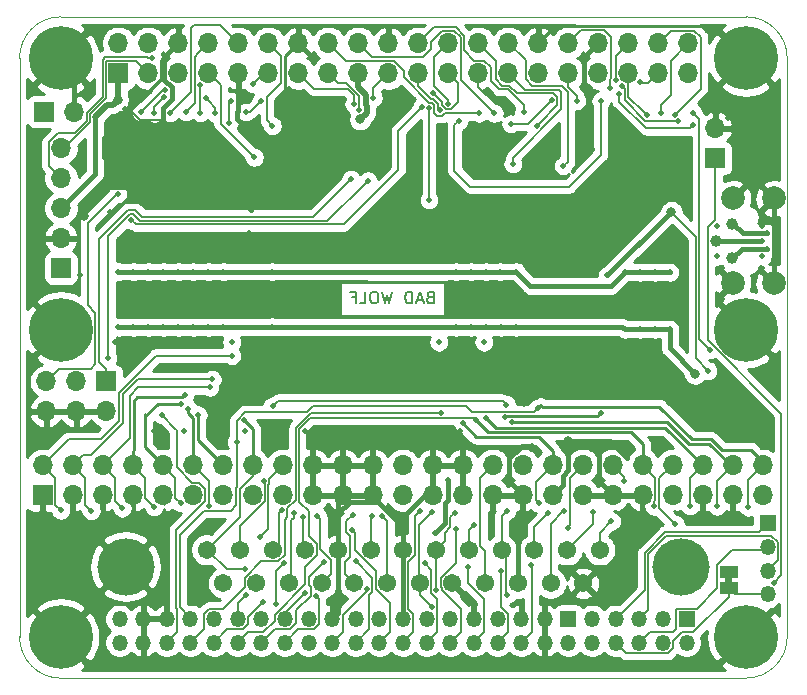
<source format=gbr>
%TF.GenerationSoftware,KiCad,Pcbnew,(5.1.7-7-g831c51c875)-1*%
%TF.CreationDate,2021-01-07T08:30:10-06:00*%
%TF.ProjectId,rascsi_2p4,72617363-7369-45f3-9270-342e6b696361,rev?*%
%TF.SameCoordinates,PX59d60c0PY325aa00*%
%TF.FileFunction,Copper,L2,Bot*%
%TF.FilePolarity,Positive*%
%FSLAX46Y46*%
G04 Gerber Fmt 4.6, Leading zero omitted, Abs format (unit mm)*
G04 Created by KiCad (PCBNEW (5.1.7-7-g831c51c875)-1) date 2021-01-07 08:30:10*
%MOMM*%
%LPD*%
G01*
G04 APERTURE LIST*
%TA.AperFunction,NonConductor*%
%ADD10C,0.150000*%
%TD*%
%TA.AperFunction,Profile*%
%ADD11C,0.050000*%
%TD*%
%TA.AperFunction,EtchedComponent*%
%ADD12C,0.150000*%
%TD*%
%TA.AperFunction,ComponentPad*%
%ADD13C,4.845000*%
%TD*%
%TA.AperFunction,ComponentPad*%
%ADD14C,1.545000*%
%TD*%
%TA.AperFunction,ComponentPad*%
%ADD15O,1.350000X1.350000*%
%TD*%
%TA.AperFunction,ComponentPad*%
%ADD16R,1.350000X1.350000*%
%TD*%
%TA.AperFunction,SMDPad,CuDef*%
%ADD17R,1.500000X1.000000*%
%TD*%
%TA.AperFunction,ComponentPad*%
%ADD18O,1.700000X1.700000*%
%TD*%
%TA.AperFunction,ComponentPad*%
%ADD19R,1.700000X1.700000*%
%TD*%
%TA.AperFunction,SMDPad,CuDef*%
%ADD20C,1.000000*%
%TD*%
%TA.AperFunction,ComponentPad*%
%ADD21C,2.000000*%
%TD*%
%TA.AperFunction,ComponentPad*%
%ADD22C,0.800000*%
%TD*%
%TA.AperFunction,ComponentPad*%
%ADD23C,5.400000*%
%TD*%
%TA.AperFunction,ViaPad*%
%ADD24C,0.500000*%
%TD*%
%TA.AperFunction,ViaPad*%
%ADD25C,0.800000*%
%TD*%
%TA.AperFunction,Conductor*%
%ADD26C,0.200000*%
%TD*%
%TA.AperFunction,Conductor*%
%ADD27C,0.400000*%
%TD*%
%TA.AperFunction,Conductor*%
%ADD28C,0.150000*%
%TD*%
%TA.AperFunction,Conductor*%
%ADD29C,0.250000*%
%TD*%
%TA.AperFunction,Conductor*%
%ADD30C,0.500000*%
%TD*%
%TA.AperFunction,Conductor*%
%ADD31C,0.254000*%
%TD*%
G04 APERTURE END LIST*
D10*
X115046666Y-13438571D02*
X114903809Y-13486190D01*
X114856190Y-13533809D01*
X114808571Y-13629047D01*
X114808571Y-13771904D01*
X114856190Y-13867142D01*
X114903809Y-13914761D01*
X114999047Y-13962380D01*
X115380000Y-13962380D01*
X115380000Y-12962380D01*
X115046666Y-12962380D01*
X114951428Y-13010000D01*
X114903809Y-13057619D01*
X114856190Y-13152857D01*
X114856190Y-13248095D01*
X114903809Y-13343333D01*
X114951428Y-13390952D01*
X115046666Y-13438571D01*
X115380000Y-13438571D01*
X114427619Y-13676666D02*
X113951428Y-13676666D01*
X114522857Y-13962380D02*
X114189523Y-12962380D01*
X113856190Y-13962380D01*
X113522857Y-13962380D02*
X113522857Y-12962380D01*
X113284761Y-12962380D01*
X113141904Y-13010000D01*
X113046666Y-13105238D01*
X112999047Y-13200476D01*
X112951428Y-13390952D01*
X112951428Y-13533809D01*
X112999047Y-13724285D01*
X113046666Y-13819523D01*
X113141904Y-13914761D01*
X113284761Y-13962380D01*
X113522857Y-13962380D01*
X111856190Y-12962380D02*
X111618095Y-13962380D01*
X111427619Y-13248095D01*
X111237142Y-13962380D01*
X110999047Y-12962380D01*
X110427619Y-12962380D02*
X110237142Y-12962380D01*
X110141904Y-13010000D01*
X110046666Y-13105238D01*
X109999047Y-13295714D01*
X109999047Y-13629047D01*
X110046666Y-13819523D01*
X110141904Y-13914761D01*
X110237142Y-13962380D01*
X110427619Y-13962380D01*
X110522857Y-13914761D01*
X110618095Y-13819523D01*
X110665714Y-13629047D01*
X110665714Y-13295714D01*
X110618095Y-13105238D01*
X110522857Y-13010000D01*
X110427619Y-12962380D01*
X109094285Y-13962380D02*
X109570476Y-13962380D01*
X109570476Y-12962380D01*
X108427619Y-13438571D02*
X108760952Y-13438571D01*
X108760952Y-13962380D02*
X108760952Y-12962380D01*
X108284761Y-12962380D01*
D11*
X83800000Y-45696000D02*
X141800000Y-45696000D01*
X83800000Y-45696000D02*
G75*
G02*
X80300000Y-42196000I0J3500000D01*
G01*
X145300000Y-42196000D02*
G75*
G02*
X141800000Y-45696000I-3500000J0D01*
G01*
X80300000Y6800000D02*
X80300000Y-42196000D01*
X145300000Y6800000D02*
X145300000Y-42196000D01*
X83800000Y10300000D02*
X141800000Y10300000D01*
X80300000Y6800000D02*
G75*
G02*
X83800000Y10300000I3500000J0D01*
G01*
X141800000Y10300000D02*
G75*
G02*
X145300000Y6800000I0J-3500000D01*
G01*
D12*
%TO.C,JP1*%
G36*
X140628000Y-37636000D02*
G01*
X140628000Y-37136000D01*
X140028000Y-37136000D01*
X140028000Y-37636000D01*
X140628000Y-37636000D01*
G37*
%TD*%
D13*
%TO.P,J6,MH2*%
%TO.N,GND*%
X89281600Y-36250000D03*
%TO.P,J6,MH1*%
X136321600Y-36250000D03*
D14*
%TO.P,J6,25*%
%TO.N,TERMPOW*%
X97566600Y-37670000D03*
%TO.P,J6,24*%
%TO.N,GND*%
X100336600Y-37670000D03*
%TO.P,J6,23*%
%TO.N,C-D4*%
X103106600Y-37670000D03*
%TO.P,J6,22*%
%TO.N,C-D2*%
X105876600Y-37670000D03*
%TO.P,J6,21*%
%TO.N,C-D1*%
X108646600Y-37670000D03*
%TO.P,J6,20*%
%TO.N,C-DP*%
X111416600Y-37670000D03*
%TO.P,J6,19*%
%TO.N,C-SEL*%
X114186600Y-37670000D03*
%TO.P,J6,18*%
%TO.N,GND*%
X116956600Y-37670000D03*
%TO.P,J6,17*%
%TO.N,C-ATN*%
X119726600Y-37670000D03*
%TO.P,J6,16*%
%TO.N,GND*%
X122496600Y-37670000D03*
%TO.P,J6,15*%
%TO.N,C-C_D*%
X125266600Y-37670000D03*
%TO.P,J6,14*%
%TO.N,GND*%
X128036600Y-37670000D03*
%TO.P,J6,13*%
%TO.N,C-D7*%
X96181600Y-34830000D03*
%TO.P,J6,12*%
%TO.N,C-D6*%
X98951600Y-34830000D03*
%TO.P,J6,11*%
%TO.N,C-D5*%
X101721600Y-34830000D03*
%TO.P,J6,10*%
%TO.N,C-D3*%
X104491600Y-34830000D03*
%TO.P,J6,9*%
%TO.N,GND*%
X107261600Y-34830000D03*
%TO.P,J6,8*%
%TO.N,C-D0*%
X110031600Y-34830000D03*
%TO.P,J6,7*%
%TO.N,GND*%
X112801600Y-34830000D03*
%TO.P,J6,6*%
%TO.N,C-BSY*%
X115571600Y-34830000D03*
%TO.P,J6,5*%
%TO.N,C-ACK*%
X118341600Y-34830000D03*
%TO.P,J6,4*%
%TO.N,C-RST*%
X121111600Y-34830000D03*
%TO.P,J6,3*%
%TO.N,C-I_O*%
X123881600Y-34830000D03*
%TO.P,J6,2*%
%TO.N,C-MSG*%
X126651600Y-34830000D03*
%TO.P,J6,1*%
%TO.N,C-REQ*%
X129421600Y-34830000D03*
%TD*%
D15*
%TO.P,J9,50*%
%TO.N,+5V*%
X88772000Y-42688000D03*
%TO.P,J9,49*%
X88772000Y-40688000D03*
%TO.P,J9,48*%
%TO.N,GND*%
X90772000Y-42688000D03*
%TO.P,J9,47*%
X90772000Y-40688000D03*
%TO.P,J9,46*%
%TO.N,C-REQ*%
X92772000Y-42688000D03*
%TO.P,J9,45*%
%TO.N,GND*%
X92772000Y-40688000D03*
%TO.P,J9,44*%
%TO.N,C-C_D*%
X94772000Y-42688000D03*
%TO.P,J9,43*%
%TO.N,C-I_O*%
X94772000Y-40688000D03*
%TO.P,J9,42*%
%TO.N,C-SEL*%
X96772000Y-42688000D03*
%TO.P,J9,41*%
%TO.N,GND*%
X96772000Y-40688000D03*
%TO.P,J9,40*%
%TO.N,C-MSG*%
X98772000Y-42688000D03*
%TO.P,J9,39*%
%TO.N,C-RST*%
X98772000Y-40688000D03*
%TO.P,J9,38*%
%TO.N,C-ACK*%
X100772000Y-42688000D03*
%TO.P,J9,37*%
%TO.N,GND*%
X100772000Y-40688000D03*
%TO.P,J9,36*%
%TO.N,C-BSY*%
X102772000Y-42688000D03*
%TO.P,J9,35*%
%TO.N,C-ATN*%
X102772000Y-40688000D03*
%TO.P,J9,34*%
%TO.N,TERMPOW*%
X104772000Y-42688000D03*
%TO.P,J9,33*%
%TO.N,GND*%
X104772000Y-40688000D03*
%TO.P,J9,32*%
%TO.N,C-DP*%
X106772000Y-42688000D03*
%TO.P,J9,31*%
%TO.N,GND*%
X106772000Y-40688000D03*
%TO.P,J9,30*%
%TO.N,C-D7*%
X108772000Y-42688000D03*
%TO.P,J9,29*%
%TO.N,GND*%
X108772000Y-40688000D03*
%TO.P,J9,28*%
%TO.N,C-D6*%
X110772000Y-42688000D03*
%TO.P,J9,27*%
%TO.N,N/C*%
X110772000Y-40688000D03*
%TO.P,J9,26*%
%TO.N,C-D5*%
X112772000Y-42688000D03*
%TO.P,J9,25*%
%TO.N,GND*%
X112772000Y-40688000D03*
%TO.P,J9,24*%
%TO.N,C-D4*%
X114772000Y-42688000D03*
%TO.P,J9,23*%
%TO.N,GND*%
X114772000Y-40688000D03*
%TO.P,J9,22*%
%TO.N,C-D3*%
X116772000Y-42688000D03*
%TO.P,J9,21*%
%TO.N,GND*%
X116772000Y-40688000D03*
%TO.P,J9,20*%
%TO.N,C-D2*%
X118772000Y-42688000D03*
%TO.P,J9,19*%
%TO.N,GND*%
X118772000Y-40688000D03*
%TO.P,J9,18*%
%TO.N,C-D1*%
X120772000Y-42688000D03*
%TO.P,J9,17*%
%TO.N,GND*%
X120772000Y-40688000D03*
%TO.P,J9,16*%
%TO.N,C-D0*%
X122772000Y-42688000D03*
%TO.P,J9,15*%
%TO.N,GND*%
X122772000Y-40688000D03*
%TO.P,J9,14*%
X124772000Y-42688000D03*
%TO.P,J9,13*%
X124772000Y-40688000D03*
%TO.P,J9,12*%
%TO.N,+5V*%
X126772000Y-42688000D03*
D16*
%TO.P,J9,11*%
X126772000Y-40688000D03*
D15*
%TO.P,J9,10*%
%TO.N,N/C*%
X128772000Y-42688000D03*
%TO.P,J9,9*%
X128772000Y-40688000D03*
%TO.P,J9,8*%
%TO.N,PB_LED_Pin*%
X130772000Y-42688000D03*
%TO.P,J9,7*%
%TO.N,PB_SCSIID_4*%
X130772000Y-40688000D03*
%TO.P,J9,6*%
%TO.N,PB_SCSIID_2*%
X132772000Y-42688000D03*
%TO.P,J9,5*%
%TO.N,PB_SCSIID_1*%
X132772000Y-40688000D03*
%TO.P,J9,4*%
%TO.N,N/C*%
X134772000Y-42688000D03*
%TO.P,J9,3*%
X134772000Y-40688000D03*
%TO.P,J9,2*%
X136772000Y-42688000D03*
D16*
%TO.P,J9,1*%
X136772000Y-40688000D03*
%TD*%
D15*
%TO.P,J10,4*%
%TO.N,PB_LED_Pin*%
X143630000Y-38592000D03*
%TO.P,J10,3*%
%TO.N,PB_SCSIID_1*%
X143630000Y-36592000D03*
%TO.P,J10,2*%
%TO.N,PB_SCSIID_2*%
X143630000Y-34592000D03*
D16*
%TO.P,J10,1*%
%TO.N,PB_SCSIID_4*%
X143630000Y-32592000D03*
%TD*%
D17*
%TO.P,JP1,2*%
%TO.N,EXT-ACT-LED*%
X140328000Y-36736000D03*
%TO.P,JP1,1*%
%TO.N,PB_LED_Pin*%
X140328000Y-38036000D03*
%TD*%
D18*
%TO.P,J3,50*%
%TO.N,C-I_O*%
X143226500Y-27654500D03*
%TO.P,J3,49*%
%TO.N,GND*%
X143226500Y-30194500D03*
%TO.P,J3,48*%
%TO.N,C-REQ*%
X140686500Y-27654500D03*
%TO.P,J3,47*%
%TO.N,GND*%
X140686500Y-30194500D03*
%TO.P,J3,46*%
%TO.N,C-C_D*%
X138146500Y-27654500D03*
%TO.P,J3,45*%
%TO.N,GND*%
X138146500Y-30194500D03*
%TO.P,J3,44*%
%TO.N,C-SEL*%
X135606500Y-27654500D03*
%TO.P,J3,43*%
%TO.N,GND*%
X135606500Y-30194500D03*
%TO.P,J3,42*%
%TO.N,C-MSG*%
X133066500Y-27654500D03*
%TO.P,J3,41*%
%TO.N,GND*%
X133066500Y-30194500D03*
%TO.P,J3,40*%
%TO.N,C-RST*%
X130526500Y-27654500D03*
%TO.P,J3,39*%
%TO.N,GND*%
X130526500Y-30194500D03*
%TO.P,J3,38*%
%TO.N,C-ACK*%
X127986500Y-27654500D03*
%TO.P,J3,37*%
%TO.N,GND*%
X127986500Y-30194500D03*
%TO.P,J3,36*%
%TO.N,C-BSY*%
X125446500Y-27654500D03*
%TO.P,J3,35*%
%TO.N,GND*%
X125446500Y-30194500D03*
%TO.P,J3,34*%
%TO.N,N/C*%
X122906500Y-27654500D03*
%TO.P,J3,33*%
%TO.N,GND*%
X122906500Y-30194500D03*
%TO.P,J3,32*%
%TO.N,C-ATN*%
X120366500Y-27654500D03*
%TO.P,J3,31*%
%TO.N,GND*%
X120366500Y-30194500D03*
%TO.P,J3,30*%
X117826500Y-27654500D03*
%TO.P,J3,29*%
X117826500Y-30194500D03*
%TO.P,J3,28*%
X115286500Y-27654500D03*
%TO.P,J3,27*%
X115286500Y-30194500D03*
%TO.P,J3,26*%
%TO.N,TERMPOW*%
X112746500Y-27654500D03*
%TO.P,J3,25*%
%TO.N,N/C*%
X112746500Y-30194500D03*
%TO.P,J3,24*%
%TO.N,GND*%
X110206500Y-27654500D03*
%TO.P,J3,23*%
X110206500Y-30194500D03*
%TO.P,J3,22*%
X107666500Y-27654500D03*
%TO.P,J3,21*%
X107666500Y-30194500D03*
%TO.P,J3,20*%
X105126500Y-27654500D03*
%TO.P,J3,19*%
X105126500Y-30194500D03*
%TO.P,J3,18*%
%TO.N,C-DP*%
X102586500Y-27654500D03*
%TO.P,J3,17*%
%TO.N,GND*%
X102586500Y-30194500D03*
%TO.P,J3,16*%
%TO.N,C-D7*%
X100046500Y-27654500D03*
%TO.P,J3,15*%
%TO.N,GND*%
X100046500Y-30194500D03*
%TO.P,J3,14*%
%TO.N,C-D6*%
X97506500Y-27654500D03*
%TO.P,J3,13*%
%TO.N,GND*%
X97506500Y-30194500D03*
%TO.P,J3,12*%
%TO.N,C-D5*%
X94966500Y-27654500D03*
%TO.P,J3,11*%
%TO.N,GND*%
X94966500Y-30194500D03*
%TO.P,J3,10*%
%TO.N,C-D4*%
X92426500Y-27654500D03*
%TO.P,J3,9*%
%TO.N,GND*%
X92426500Y-30194500D03*
%TO.P,J3,8*%
%TO.N,C-D3*%
X89886500Y-27654500D03*
%TO.P,J3,7*%
%TO.N,GND*%
X89886500Y-30194500D03*
%TO.P,J3,6*%
%TO.N,C-D2*%
X87346500Y-27654500D03*
%TO.P,J3,5*%
%TO.N,GND*%
X87346500Y-30194500D03*
%TO.P,J3,4*%
%TO.N,C-D1*%
X84806500Y-27654500D03*
%TO.P,J3,3*%
%TO.N,GND*%
X84806500Y-30194500D03*
%TO.P,J3,2*%
%TO.N,C-D0*%
X82266500Y-27654500D03*
D19*
%TO.P,J3,1*%
%TO.N,GND*%
X82266500Y-30194500D03*
%TD*%
D20*
%TO.P,TP1,1*%
%TO.N,USB_Pin_4*%
X140650000Y-7250000D03*
%TD*%
%TO.P,TP2,1*%
%TO.N,USB_Pin_3*%
X139260000Y-8660000D03*
%TD*%
%TO.P,TP3,1*%
%TO.N,USB_Pin_2*%
X140650000Y-10110000D03*
%TD*%
D21*
%TO.P,J8,MH4*%
%TO.N,GND*%
X140705000Y-12235000D03*
%TO.P,J8,MH3*%
X140705000Y-5085000D03*
%TO.P,J8,MH2*%
X144155000Y-5085000D03*
%TO.P,J8,MH1*%
X144155000Y-12235000D03*
%TD*%
D18*
%TO.P,J2,2*%
%TO.N,GND*%
X139226000Y857000D03*
D19*
%TO.P,J2,1*%
%TO.N,EXT-ACT-LED*%
X139226000Y-1683000D03*
%TD*%
D18*
%TO.P,J7,2*%
%TO.N,GND*%
X84920000Y2280000D03*
D19*
%TO.P,J7,1*%
%TO.N,+5V*%
X82380000Y2280000D03*
%TD*%
D18*
%TO.P,J5,6*%
%TO.N,GND*%
X82560000Y-23110000D03*
%TO.P,J5,5*%
%TO.N,PI_GPIO9*%
X82560000Y-20570000D03*
%TO.P,J5,4*%
%TO.N,GND*%
X85100000Y-23110000D03*
%TO.P,J5,3*%
%TO.N,PI_GPIO1*%
X85100000Y-20570000D03*
%TO.P,J5,2*%
%TO.N,GND*%
X87640000Y-23110000D03*
D19*
%TO.P,J5,1*%
%TO.N,PI_GPIO0*%
X87640000Y-20570000D03*
%TD*%
D18*
%TO.P,J1,40*%
%TO.N,PI-ACK*%
X136930000Y8070000D03*
%TO.P,J1,39*%
%TO.N,GND*%
X136930000Y5530000D03*
%TO.P,J1,38*%
%TO.N,PI-RST*%
X134390000Y8070000D03*
%TO.P,J1,37*%
%TO.N,PI-BSY*%
X134390000Y5530000D03*
%TO.P,J1,36*%
%TO.N,PI-D6*%
X131850000Y8070000D03*
%TO.P,J1,35*%
%TO.N,PI-ATN*%
X131850000Y5530000D03*
%TO.P,J1,34*%
%TO.N,GND*%
X129310000Y8070000D03*
%TO.P,J1,33*%
%TO.N,PI-D3*%
X129310000Y5530000D03*
%TO.P,J1,32*%
%TO.N,PI-D2*%
X126770000Y8070000D03*
%TO.P,J1,31*%
%TO.N,PI-IND*%
X126770000Y5530000D03*
%TO.P,J1,30*%
%TO.N,GND*%
X124230000Y8070000D03*
%TO.P,J1,29*%
%TO.N,DBG_LED*%
X124230000Y5530000D03*
%TO.P,J1,28*%
%TO.N,PI_GPIO1*%
X121690000Y8070000D03*
%TO.P,J1,27*%
%TO.N,PI_GPIO0*%
X121690000Y5530000D03*
%TO.P,J1,26*%
%TO.N,PI-TAD*%
X119150000Y8070000D03*
%TO.P,J1,25*%
%TO.N,GND*%
X119150000Y5530000D03*
%TO.P,J1,24*%
%TO.N,PI-DTD*%
X116610000Y8070000D03*
%TO.P,J1,23*%
%TO.N,PI-D1*%
X116610000Y5530000D03*
%TO.P,J1,22*%
%TO.N,PI-I_O*%
X114070000Y8070000D03*
%TO.P,J1,21*%
%TO.N,PI_GPIO9*%
X114070000Y5530000D03*
%TO.P,J1,20*%
%TO.N,GND*%
X111530000Y8070000D03*
%TO.P,J1,19*%
%TO.N,PI-D0*%
X111530000Y5530000D03*
%TO.P,J1,18*%
%TO.N,PI-C_D*%
X108990000Y8070000D03*
%TO.P,J1,17*%
%TO.N,+3V3*%
X108990000Y5530000D03*
%TO.P,J1,16*%
%TO.N,PI-MSG*%
X106450000Y8070000D03*
%TO.P,J1,15*%
%TO.N,PI-REQ*%
X106450000Y5530000D03*
%TO.P,J1,14*%
%TO.N,GND*%
X103910000Y8070000D03*
%TO.P,J1,13*%
%TO.N,PI-SEL*%
X103910000Y5530000D03*
%TO.P,J1,12*%
%TO.N,PI-DP*%
X101370000Y8070000D03*
%TO.P,J1,11*%
%TO.N,PI-D7*%
X101370000Y5530000D03*
%TO.P,J1,10*%
%TO.N,PI-D5*%
X98830000Y8070000D03*
%TO.P,J1,9*%
%TO.N,GND*%
X98830000Y5530000D03*
%TO.P,J1,8*%
%TO.N,PI-D4*%
X96290000Y8070000D03*
%TO.P,J1,7*%
%TO.N,PI-ACT*%
X96290000Y5530000D03*
%TO.P,J1,6*%
%TO.N,GND*%
X93750000Y8070000D03*
%TO.P,J1,5*%
%TO.N,PI_SCL*%
X93750000Y5530000D03*
%TO.P,J1,4*%
%TO.N,+5V*%
X91210000Y8070000D03*
%TO.P,J1,3*%
%TO.N,PI_SDA*%
X91210000Y5530000D03*
%TO.P,J1,2*%
%TO.N,+5V*%
X88670000Y8070000D03*
D19*
%TO.P,J1,1*%
%TO.N,+3V3*%
X88670000Y5530000D03*
%TD*%
D22*
%TO.P,H2,1*%
%TO.N,GND*%
X143231891Y8231891D03*
X141800000Y8825000D03*
X140368109Y8231891D03*
X139775000Y6800000D03*
X140368109Y5368109D03*
X141800000Y4775000D03*
X143231891Y5368109D03*
X143825000Y6800000D03*
D23*
X141800000Y6800000D03*
%TD*%
D22*
%TO.P,H1,1*%
%TO.N,GND*%
X85231891Y8231891D03*
X83800000Y8825000D03*
X82368109Y8231891D03*
X81775000Y6800000D03*
X82368109Y5368109D03*
X83800000Y4775000D03*
X85231891Y5368109D03*
X85825000Y6800000D03*
D23*
X83800000Y6800000D03*
%TD*%
D18*
%TO.P,J4,5*%
%TO.N,PI_SDA*%
X83810000Y-820000D03*
%TO.P,J4,4*%
%TO.N,PI_SCL*%
X83810000Y-3360000D03*
%TO.P,J4,3*%
%TO.N,+3V3*%
X83810000Y-5900000D03*
%TO.P,J4,2*%
%TO.N,GND*%
X83810000Y-8440000D03*
D19*
%TO.P,J4,1*%
%TO.N,+5V*%
X83810000Y-10980000D03*
%TD*%
D22*
%TO.P,H6,1*%
%TO.N,GND*%
X143231891Y-40768109D03*
X141800000Y-40175000D03*
X140368109Y-40768109D03*
X139775000Y-42200000D03*
X140368109Y-43631891D03*
X141800000Y-44225000D03*
X143231891Y-43631891D03*
X143825000Y-42200000D03*
D23*
X141800000Y-42200000D03*
%TD*%
D22*
%TO.P,H5,1*%
%TO.N,GND*%
X85231891Y-40768109D03*
X83800000Y-40175000D03*
X82368109Y-40768109D03*
X81775000Y-42200000D03*
X82368109Y-43631891D03*
X83800000Y-44225000D03*
X85231891Y-43631891D03*
X85825000Y-42200000D03*
D23*
X83800000Y-42200000D03*
%TD*%
D22*
%TO.P,H4,1*%
%TO.N,GND*%
X143231891Y-14768109D03*
X141800000Y-14175000D03*
X140368109Y-14768109D03*
X139775000Y-16200000D03*
X140368109Y-17631891D03*
X141800000Y-18225000D03*
X143231891Y-17631891D03*
X143825000Y-16200000D03*
D23*
X141800000Y-16200000D03*
%TD*%
D22*
%TO.P,H3,1*%
%TO.N,GND*%
X85231891Y-14768109D03*
X83800000Y-14175000D03*
X82368109Y-14768109D03*
X81775000Y-16200000D03*
X82368109Y-17631891D03*
X83800000Y-18225000D03*
X85231891Y-17631891D03*
X85825000Y-16200000D03*
D23*
X83800000Y-16200000D03*
%TD*%
D24*
%TO.N,*%
X115794280Y-17240500D03*
X119620000Y-17240500D03*
%TO.N,GND*%
X125694724Y-17240500D03*
X134470000Y-25740000D03*
X99870000Y-6080000D03*
X100990000Y380000D03*
X101940915Y-24797000D03*
X99390332Y-24797000D03*
X112111500Y-24797000D03*
X104459749Y-24797000D03*
X107010332Y-24797000D03*
X94257415Y-24797000D03*
X96808000Y-24797000D03*
D25*
X85759000Y-6572500D03*
D24*
X123732000Y-26003500D03*
X99475000Y-13811500D03*
X126895451Y-17240500D03*
X132812500Y-17240500D03*
X134082500Y-17240500D03*
X117255000Y-17240500D03*
X112872870Y-17240500D03*
X111412165Y-17240500D03*
X108490755Y-17240500D03*
X105569345Y-17240500D03*
X101187230Y-17240500D03*
X107030050Y-17240500D03*
X109951460Y-17240500D03*
X99726525Y-17240500D03*
X88426000Y-17240500D03*
X128096178Y-17240500D03*
X81504500Y-24797000D03*
X84055083Y-24797000D03*
X91706832Y-24797000D03*
X115413500Y-24797000D03*
X117636000Y-24797000D03*
X92423000Y-17240500D03*
X93883705Y-17240500D03*
X95344410Y-17240500D03*
X96805115Y-17240500D03*
D25*
X126750000Y-25640000D03*
X125637000Y-7398000D03*
X121065000Y-7271000D03*
D24*
X114333575Y-17240500D03*
X104108640Y-17240500D03*
X127605500Y-2064000D03*
X103539000Y-1746500D03*
X106079000Y-1810000D03*
X136876500Y-5493000D03*
X144306000Y539500D03*
X140305500Y1746000D03*
X139377000Y-7383000D03*
D25*
X123414500Y-13748000D03*
D24*
X87791000Y-3842000D03*
X101710000Y-1930000D03*
X97620000Y-8440000D03*
X99700000Y-8010000D03*
X85450000Y-11600000D03*
X87990000Y-6260000D03*
X94550000Y-5640000D03*
X131510000Y-25960000D03*
X133910000Y-21030000D03*
X122990000Y-22480000D03*
X89243314Y2464011D03*
X89590000Y-2160000D03*
X85695500Y-1144500D03*
X143201287Y-7380000D03*
D25*
X139030000Y4550000D03*
D24*
X102647935Y-17240500D03*
X123280479Y-17240500D03*
X124493997Y-17240500D03*
X104590000Y2160000D03*
X128160000Y1920000D03*
X130720000Y1970000D03*
X125330000Y-2000000D03*
X123220000Y-1780000D03*
X113379999Y-1570001D03*
X115899999Y-1570001D03*
X111130000Y1470000D03*
X105760000Y-3453968D03*
X130200000Y-14100000D03*
X127230000Y-14010000D03*
X95624000Y-37132000D03*
X129914000Y-25956000D03*
D25*
%TO.N,+3V3*%
X88616500Y3270000D03*
X109149676Y1623079D03*
D24*
X137324474Y2180000D03*
X138730003Y-17885242D03*
%TO.N,+5V*%
X130082000Y-11589000D03*
D25*
X135496000Y-6238500D03*
D24*
X138591000Y-19653500D03*
X139377000Y-9983000D03*
X143201287Y-9974419D03*
%TO.N,C-REQ*%
X139350000Y-31150000D03*
X130419308Y-32414713D03*
X92322000Y-23416000D03*
X101720000Y-22654000D03*
X121527140Y-22527620D03*
X122035166Y-23991021D03*
%TO.N,C-MSG*%
X133993502Y-31150000D03*
X128817950Y-31630159D03*
X118967380Y-23842380D03*
%TO.N,C-BSY*%
X117187010Y-31684832D03*
X115588434Y-38215548D03*
X117831905Y-24122010D03*
X105394338Y-38713449D03*
X124267635Y-30901010D03*
%TO.N,C-SEL*%
X135828947Y-32665648D03*
X115235886Y-31652762D03*
X115182000Y-39662031D03*
X100909837Y-39247077D03*
%TO.N,C-RST*%
X121540000Y-31560000D03*
X99434000Y-38656000D03*
X121532000Y-38656000D03*
X131502655Y-28977345D03*
%TO.N,C-ACK*%
X126730000Y-32950000D03*
X118812489Y-32689064D03*
X106038000Y-35862000D03*
%TO.N,C-ATN*%
X129494275Y-23222010D03*
X121382500Y-23614010D03*
X104490326Y-38501086D03*
%TO.N,C-DP*%
X111018510Y-31996010D03*
X100644714Y-33758047D03*
X109713077Y-38111020D03*
%TO.N,C-D0*%
X98265820Y-17240500D03*
X98268500Y-18383500D03*
X83780000Y-31480000D03*
X123564000Y-36116000D03*
X110120000Y-31996010D03*
%TO.N,C-D1*%
X86370000Y-31530000D03*
X96607010Y-20409500D03*
X121024000Y-36624000D03*
X108521033Y-31856657D03*
%TO.N,C-D2*%
X96427000Y-21067500D03*
X89002424Y-31302989D03*
X118230000Y-36256511D03*
X105519686Y-31957742D03*
%TO.N,C-D3*%
X94279018Y-21696518D03*
X104280000Y-32052000D03*
X91693529Y-31178968D03*
X117243766Y-33076963D03*
%TO.N,C-D4*%
X103498000Y-31750000D03*
X93930504Y-30851957D03*
X114608688Y-35948588D03*
X94014000Y-22442930D03*
%TO.N,C-D5*%
X102510000Y-31434946D03*
X114166000Y-31544000D03*
X94585500Y-22919940D03*
X96380000Y-31091990D03*
%TO.N,C-D6*%
X100973502Y-29027449D03*
X95426391Y-23396950D03*
X108431070Y-33137679D03*
%TO.N,C-D7*%
X108752442Y-35782442D03*
X99318190Y-23881193D03*
X99431263Y-36493836D03*
%TO.N,C-I_O*%
X124176500Y-22828500D03*
X142000000Y-31220000D03*
X125036247Y-31748511D03*
X98672000Y-25702000D03*
%TO.N,C-C_D*%
X119795000Y-23654000D03*
X137054940Y-31121502D03*
X126371042Y-31585360D03*
X115944000Y-23217990D03*
%TO.N,TERMPOW*%
X116610000Y-28880000D03*
X115479033Y-33403489D03*
X101974000Y-39418000D03*
X102686051Y-35947053D03*
%TO.N,PI-D7*%
X90598618Y2254001D03*
X100071557Y4632242D03*
X92606010Y4116010D03*
%TO.N,PI-D6*%
X91728000Y2127000D03*
X92537007Y3492807D03*
X130785361Y4920000D03*
%TO.N,PI-D5*%
X93061500Y2190500D03*
%TO.N,PI-D4*%
X94395000Y2254000D03*
%TO.N,PI-D3*%
X95601500Y2190500D03*
X95579021Y4529977D03*
%TO.N,PI-D2*%
X96871500Y2127000D03*
X96095637Y3388515D03*
X130263077Y4286876D03*
%TO.N,PI-D1*%
X98055000Y1304240D03*
X98197746Y3143937D03*
X115342501Y3822796D03*
%TO.N,PI-D0*%
X99470000Y2237827D03*
X110260000Y3428469D03*
X100739652Y3194957D03*
%TO.N,PI-DP*%
X101710000Y1080000D03*
%TO.N,PI-BSY*%
X117509000Y1492000D03*
X132847721Y4815780D03*
X129517751Y3194737D03*
%TO.N,PI-MSG*%
X119223500Y2139000D03*
%TO.N,PI-C_D*%
X120493500Y2127000D03*
%TO.N,PI-REQ*%
X109054914Y2441102D03*
X125383000Y3293010D03*
X121904492Y1236649D03*
%TO.N,PI-I_O*%
X122990000Y2220000D03*
%TO.N,PI-ATN*%
X133387496Y2003496D03*
%TO.N,PI-ACK*%
X134654000Y2127000D03*
%TO.N,PI-RST*%
X135777207Y2019438D03*
%TO.N,PI-SEL*%
X108614160Y2887613D03*
X136064293Y1462010D03*
X131340387Y4413823D03*
%TO.N,PI_SCL*%
X91550000Y6850000D03*
%TO.N,PI-ACT*%
X100187010Y-1609395D03*
%TO.N,/TERM_GND*%
X135352500Y-16161000D03*
X134082500Y-16161000D03*
X132812500Y-16161000D03*
X131542500Y-16161000D03*
X117255000Y-15970500D03*
X118525000Y-15970500D03*
X119795000Y-15970500D03*
X121065000Y-15970500D03*
X122335000Y-15970500D03*
X88680000Y-15970500D03*
X89950000Y-15970500D03*
X91220000Y-15970500D03*
X92490000Y-15970500D03*
X93760000Y-15970500D03*
X95030000Y-15970500D03*
X96300000Y-15970500D03*
X97570000Y-15970500D03*
D25*
X137511500Y-19907500D03*
D24*
X101710000Y-15960000D03*
%TO.N,/TERM_5v*%
X88680000Y-11271500D03*
X89950000Y-11271500D03*
X91220000Y-11271500D03*
X92490000Y-11271500D03*
X93760000Y-11271500D03*
X94966500Y-11271500D03*
X96300000Y-11271500D03*
X97570000Y-11271500D03*
X101697500Y-11271500D03*
X117255000Y-11271500D03*
X118525000Y-11271500D03*
X119795000Y-11271500D03*
X122335000Y-11271500D03*
X121001500Y-11271500D03*
X131542500Y-11335000D03*
X135352500Y-11335000D03*
X134082500Y-11335000D03*
X132812500Y-11335000D03*
%TO.N,PI-IND*%
X137340000Y1120000D03*
X131077665Y3803316D03*
X127480000Y3194936D03*
%TO.N,PI-TAD*%
X124093367Y1052134D03*
%TO.N,PI-DTD*%
X116620000Y2917959D03*
X114966468Y2587116D03*
X114967984Y-5207984D03*
%TO.N,PI_GPIO1*%
X126335500Y-2318000D03*
X87794021Y-18604650D03*
X109769999Y-3577010D03*
%TO.N,PI_GPIO0*%
X122070000Y-2160000D03*
X108368176Y-3453968D03*
%TO.N,PI_GPIO9*%
X88605386Y-4669009D03*
X89780252Y-6926805D03*
X115870479Y2371956D03*
X114341728Y2640938D03*
%TO.N,EXT-ACT-LED*%
X144138000Y-37640000D03*
X140328000Y-36736000D03*
%TO.N,USB_Pin_4*%
X143577990Y-8020000D03*
%TO.N,USB_Pin_3*%
X143201287Y-8646949D03*
%TO.N,USB_Pin_2*%
X143577990Y-9320000D03*
%TD*%
D26*
%TO.N,GND*%
X119150000Y4327919D02*
X119787919Y3690000D01*
X119150000Y5530000D02*
X119150000Y4327919D01*
X119787919Y3690000D02*
X120220000Y3690000D01*
X120220000Y3690000D02*
X120680000Y3230000D01*
D27*
X122496600Y-31806481D02*
X122496600Y-37670000D01*
X122906500Y-31396581D02*
X122496600Y-31806481D01*
X122906500Y-30194500D02*
X122906500Y-31396581D01*
X84920000Y5680000D02*
X83800000Y6800000D01*
X84920000Y2280000D02*
X84920000Y5680000D01*
X126750000Y-28092962D02*
X126750000Y-25640000D01*
X126296499Y-28546463D02*
X126750000Y-28092962D01*
X125446500Y-30194500D02*
X126296499Y-29344501D01*
X126296499Y-29344501D02*
X126296499Y-28546463D01*
X129340000Y-25640000D02*
X126750000Y-25640000D01*
X131703501Y-27089539D02*
X130253962Y-25640000D01*
X129349499Y-25649499D02*
X129340000Y-25640000D01*
X129349499Y-29017499D02*
X129349499Y-25649499D01*
X130526500Y-30194500D02*
X129349499Y-29017499D01*
X130253962Y-25640000D02*
X129340000Y-25640000D01*
X122815538Y-26003500D02*
X123732000Y-26003500D01*
X121729499Y-27089539D02*
X122815538Y-26003500D01*
X121729499Y-29017499D02*
X121729499Y-27089539D01*
X122906500Y-30194500D02*
X121729499Y-29017499D01*
X90045404Y-4510000D02*
X93870000Y-4510000D01*
X87791000Y-3842000D02*
X88040999Y-4091999D01*
X89627403Y-4091999D02*
X90045404Y-4510000D01*
X88040999Y-4091999D02*
X89627403Y-4091999D01*
X95345000Y-4510000D02*
X95995000Y-3860000D01*
D28*
X103289001Y-1496501D02*
X101866501Y-1496501D01*
X92262001Y1477999D02*
X92490000Y1250000D01*
D27*
X103539000Y-1746500D02*
X103289001Y-1496501D01*
X103910000Y8070000D02*
X105264437Y6715563D01*
X93870000Y-4510000D02*
X95345000Y-4510000D01*
X94720000Y-5360000D02*
X93870000Y-4510000D01*
X95780000Y-5360000D02*
X94720000Y-5360000D01*
X97370001Y-8190001D02*
X97140001Y-8190001D01*
X97620000Y-8440000D02*
X97370001Y-8190001D01*
X98003553Y-3860000D02*
X95995000Y-3860000D01*
X99870000Y-5726447D02*
X98003553Y-3860000D01*
X99870000Y-6080000D02*
X99870000Y-5726447D01*
X94550000Y-5305000D02*
X94550000Y-5640000D01*
X95995000Y-3860000D02*
X94550000Y-5305000D01*
D28*
X92262001Y1532001D02*
X90528877Y1532001D01*
X90528877Y1532001D02*
X89596867Y2464011D01*
D27*
X87488399Y-1597001D02*
X89027001Y-1597001D01*
X87488399Y57001D02*
X87422999Y-8399D01*
X89027001Y-1597001D02*
X89590000Y-2160000D01*
X88500000Y57001D02*
X87488399Y57001D01*
X87422999Y-8399D02*
X87422999Y-1531601D01*
X88500000Y530000D02*
X88500000Y57001D01*
X87422999Y-1531601D02*
X87488399Y-1597001D01*
X119358999Y-7271000D02*
X121065000Y-7271000D01*
D28*
X92262001Y1532001D02*
X92262001Y1477999D01*
D27*
X144155000Y-12235000D02*
X144155000Y-5085000D01*
X124493997Y-17240500D02*
X123280479Y-17240500D01*
X103289001Y-1496501D02*
X101819014Y-1496501D01*
X98680063Y1642450D02*
X98680063Y2196374D01*
X98680063Y2196374D02*
X98830000Y2346311D01*
X98830000Y4327919D02*
X98830000Y5530000D01*
X101819014Y-1496501D02*
X98680063Y1642450D01*
X98830000Y2346311D02*
X98830000Y4327919D01*
D29*
X104340001Y2409999D02*
X104590000Y2160000D01*
X102807999Y3942001D02*
X104340001Y2409999D01*
X102807999Y6967999D02*
X102807999Y3942001D01*
X103910000Y8070000D02*
X102807999Y6967999D01*
D27*
X92572999Y6892999D02*
X92572999Y4965039D01*
X93185039Y3322020D02*
X92475996Y2612977D01*
X92475996Y2612977D02*
X92475996Y725996D01*
X92475996Y725996D02*
X89839999Y-1910001D01*
X92572999Y4965039D02*
X93185039Y4352999D01*
X93750000Y8070000D02*
X92572999Y6892999D01*
X89839999Y-1910001D02*
X89590000Y-2160000D01*
X93185039Y4352999D02*
X93185039Y3322020D01*
D29*
X89596867Y2464011D02*
X89243314Y2464011D01*
X89774973Y2464011D02*
X89596867Y2464011D01*
X92312001Y5001039D02*
X89774973Y2464011D01*
X92312001Y6632001D02*
X92312001Y5001039D01*
X93750000Y8070000D02*
X92312001Y6632001D01*
D27*
X128797002Y-872498D02*
X127855499Y-1814001D01*
X128132999Y4735530D02*
X128587002Y4281527D01*
X129310000Y8070000D02*
X128132999Y6892999D01*
X127855499Y-1814001D02*
X127605500Y-2064000D01*
X128132999Y6892999D02*
X128132999Y4735530D01*
D29*
X124230000Y8070000D02*
X125659999Y9499999D01*
X125659999Y9499999D02*
X139100001Y9499999D01*
X139100001Y9499999D02*
X141800000Y6800000D01*
D27*
X103509786Y-5704182D02*
X105510001Y-3703967D01*
X105510001Y-3703967D02*
X105760000Y-3453968D01*
X90900649Y-5704182D02*
X103509786Y-5704182D01*
X115286500Y-30194500D02*
X114661536Y-30194500D01*
X112801600Y-32054436D02*
X112801600Y-34830000D01*
X114661536Y-30194500D02*
X112801600Y-32054436D01*
X107261600Y-30599400D02*
X107261600Y-34830000D01*
X107666500Y-30194500D02*
X107261600Y-30599400D01*
X112801600Y-34830000D02*
X112801600Y-40658400D01*
X112801600Y-40658400D02*
X112772000Y-40688000D01*
X107261600Y-40198400D02*
X106772000Y-40688000D01*
X107261600Y-34830000D02*
X107261600Y-40198400D01*
X110619173Y-30742711D02*
X112801600Y-32925138D01*
X107261600Y-34830000D02*
X107261600Y-31725182D01*
X107261600Y-31725182D02*
X108244071Y-30742711D01*
X108244071Y-30742711D02*
X110619173Y-30742711D01*
X112801600Y-32925138D02*
X112801600Y-34830000D01*
D29*
X117636000Y-24797000D02*
X115413500Y-24797000D01*
D26*
X104459749Y-24797000D02*
X107010332Y-24797000D01*
D30*
%TO.N,+3V3*%
X88670000Y3323500D02*
X88616500Y3270000D01*
X88670000Y5530000D02*
X88670000Y3323500D01*
X88216501Y2870001D02*
X87732039Y2870001D01*
X87732039Y2870001D02*
X86701023Y1838985D01*
X88616500Y3270000D02*
X88216501Y2870001D01*
D27*
X86701023Y-3008977D02*
X86701023Y1838985D01*
X83810000Y-5900000D02*
X86701023Y-3008977D01*
D30*
X109629782Y3688137D02*
X109629782Y2794198D01*
X109629782Y2794198D02*
X109681916Y2742064D01*
X109549675Y2023078D02*
X109149676Y1623079D01*
X109681916Y2742064D02*
X109681916Y2155319D01*
X108990000Y5530000D02*
X108990000Y4327919D01*
X108990000Y4327919D02*
X109629782Y3688137D01*
X109681916Y2155319D02*
X109549675Y2023078D01*
D28*
X137324474Y2180000D02*
X137841499Y1662975D01*
X137841499Y-16996738D02*
X138730003Y-17885242D01*
X137841499Y1662975D02*
X137841499Y-16996738D01*
D27*
%TO.N,+5V*%
X135432500Y-6238500D02*
X135496000Y-6238500D01*
X130082000Y-11589000D02*
X135432500Y-6238500D01*
D28*
X137564488Y-8306988D02*
X135496000Y-6238500D01*
X137564488Y-18626988D02*
X137564488Y-8306988D01*
X138591000Y-19653500D02*
X137564488Y-18626988D01*
D26*
%TO.N,C-REQ*%
X139350000Y-28991000D02*
X140686500Y-27654500D01*
X139350000Y-31150000D02*
X139350000Y-28991000D01*
X129421600Y-34830000D02*
X129421600Y-33412421D01*
X129421600Y-33412421D02*
X130419308Y-32414713D01*
D29*
X140521326Y-27654500D02*
X138716827Y-25850001D01*
D28*
X102156001Y-22217999D02*
X121217519Y-22217999D01*
X121217519Y-22217999D02*
X121527140Y-22527620D01*
D29*
X135151021Y-23991021D02*
X122035166Y-23991021D01*
D28*
X101720000Y-22654000D02*
X102156001Y-22217999D01*
D29*
X121516520Y-22517000D02*
X121527140Y-22527620D01*
X140686500Y-27654500D02*
X140521326Y-27654500D01*
X138716827Y-25850001D02*
X137010000Y-25850000D01*
X137010000Y-25850000D02*
X135151021Y-23991021D01*
D28*
X93649001Y-41810999D02*
X92772000Y-42688000D01*
X93649001Y-39866753D02*
X93649001Y-41810999D01*
X93568990Y-39786742D02*
X93649001Y-39866753D01*
X93568990Y-33123972D02*
X93568990Y-39786742D01*
X96018501Y-30674461D02*
X93568990Y-33123972D01*
X96018501Y-29689539D02*
X96018501Y-30674461D01*
X95471461Y-29142499D02*
X96018501Y-29689539D01*
X92322000Y-23416000D02*
X93478501Y-24572501D01*
X94897537Y-29142499D02*
X93592000Y-27836962D01*
X95471461Y-29142499D02*
X94897537Y-29142499D01*
X93592000Y-24686000D02*
X93478501Y-24572501D01*
X93592000Y-27836962D02*
X93592000Y-24686000D01*
D26*
%TO.N,C-MSG*%
X133993502Y-30796447D02*
X133993502Y-31150000D01*
X133066500Y-27654500D02*
X134143501Y-28731501D01*
X134143501Y-30646448D02*
X133993502Y-30796447D01*
X134143501Y-28731501D02*
X134143501Y-30646448D01*
X126651600Y-34830000D02*
X128817950Y-32663650D01*
X128817950Y-32663650D02*
X128817950Y-31630159D01*
D29*
X119995032Y-24870032D02*
X118967380Y-23842380D01*
X132060032Y-24870032D02*
X119995032Y-24870032D01*
X133066500Y-25876500D02*
X132060032Y-24870032D01*
X133066500Y-27654500D02*
X133066500Y-25876500D01*
D28*
X105466101Y-35297761D02*
X105466101Y-34362239D01*
X104917787Y-23670000D02*
X118795000Y-23670000D01*
X103969999Y-30778961D02*
X103969999Y-24617788D01*
X100946963Y-41810999D02*
X101894999Y-40862963D01*
X104768000Y-31576962D02*
X103969999Y-30778961D01*
X99649001Y-41810999D02*
X100946963Y-41810999D01*
X104768000Y-33664138D02*
X104768000Y-31576962D01*
X118795000Y-23670000D02*
X118967380Y-23842380D01*
X105466101Y-34362239D02*
X104768000Y-33664138D01*
X101894999Y-40323863D02*
X104490989Y-37727873D01*
X103969999Y-24617788D02*
X104917787Y-23670000D01*
X101894999Y-40862963D02*
X101894999Y-40323863D01*
X98772000Y-42688000D02*
X99649001Y-41810999D01*
X104490989Y-36272873D02*
X105466101Y-35297761D01*
X104490989Y-37727873D02*
X104490989Y-36272873D01*
D26*
%TO.N,C-BSY*%
X115571600Y-34830000D02*
X116344099Y-34057501D01*
X116344099Y-33382344D02*
X116787012Y-32939431D01*
X116787012Y-32939431D02*
X116787012Y-32084830D01*
X116344099Y-34057501D02*
X116344099Y-33382344D01*
X116787012Y-32084830D02*
X117187010Y-31684832D01*
D28*
X115571600Y-38198714D02*
X115588434Y-38215548D01*
X115571600Y-34830000D02*
X115571600Y-38198714D01*
D29*
X118956938Y-25247043D02*
X117831905Y-24122010D01*
X124241124Y-25247043D02*
X118956938Y-25247043D01*
X125446500Y-26452419D02*
X124241124Y-25247043D01*
X125446500Y-27654500D02*
X125446500Y-26452419D01*
D28*
X105192961Y-41565001D02*
X105649001Y-41108961D01*
X102772000Y-42688000D02*
X103894999Y-41565001D01*
X103894999Y-41565001D02*
X105192961Y-41565001D01*
X105649001Y-41108961D02*
X105649001Y-38968112D01*
X105649001Y-38968112D02*
X105394338Y-38713449D01*
D26*
X125446500Y-27654500D02*
X124017636Y-29083364D01*
X124017636Y-29083364D02*
X124017636Y-30651011D01*
X124017636Y-30651011D02*
X124267635Y-30901010D01*
%TO.N,C-SEL*%
X134470512Y-31307213D02*
X135828947Y-32665648D01*
X135606500Y-27654500D02*
X134470512Y-28790488D01*
X134470512Y-28790488D02*
X134470512Y-31307213D01*
X114186600Y-37670000D02*
X114131686Y-37615086D01*
X114131686Y-32756962D02*
X115235886Y-31652762D01*
X114131686Y-37615086D02*
X114131686Y-32756962D01*
D28*
X114186600Y-38666631D02*
X115182000Y-39662031D01*
X99192961Y-41565001D02*
X99649001Y-41108961D01*
X114186600Y-37670000D02*
X114186600Y-38666631D01*
X96772000Y-42688000D02*
X97894999Y-41565001D01*
X99649001Y-40507913D02*
X100909837Y-39247077D01*
X97894999Y-41565001D02*
X99192961Y-41565001D01*
X99649001Y-41108961D02*
X99649001Y-40507913D01*
D26*
%TO.N,C-RST*%
X121111600Y-31988400D02*
X121540000Y-31560000D01*
X121111600Y-34830000D02*
X121111600Y-31988400D01*
D28*
X98772000Y-39318000D02*
X99434000Y-38656000D01*
X98772000Y-40688000D02*
X98772000Y-39318000D01*
X121522099Y-35240499D02*
X121111600Y-34830000D01*
X121522099Y-38646099D02*
X121522099Y-35240499D01*
X121532000Y-38656000D02*
X121522099Y-38646099D01*
X131502655Y-28630655D02*
X131502655Y-28977345D01*
X130526500Y-27654500D02*
X131502655Y-28630655D01*
D26*
%TO.N,C-ACK*%
X126909499Y-28731501D02*
X126909499Y-32770501D01*
X126909499Y-32770501D02*
X126730000Y-32950000D01*
X127986500Y-27654500D02*
X126909499Y-28731501D01*
X118341600Y-33159953D02*
X118812489Y-32689064D01*
X118341600Y-34830000D02*
X118341600Y-33159953D01*
D28*
X104768000Y-37842614D02*
X104768000Y-37132000D01*
X103192961Y-41565001D02*
X103715629Y-41042333D01*
X101894999Y-41565001D02*
X103192961Y-41565001D01*
X104942328Y-38016942D02*
X104768000Y-37842614D01*
X104942328Y-38718048D02*
X104942328Y-38016942D01*
X103715629Y-39944747D02*
X104942328Y-38718048D01*
X100772000Y-42688000D02*
X101894999Y-41565001D01*
X104768000Y-37132000D02*
X106038000Y-35862000D01*
X103715629Y-41042333D02*
X103715629Y-39944747D01*
D26*
%TO.N,C-ATN*%
X119726600Y-34924262D02*
X119726600Y-37670000D01*
X119289499Y-34487161D02*
X119726600Y-34924262D01*
X119289499Y-28731501D02*
X119289499Y-34487161D01*
X120366500Y-27654500D02*
X119289499Y-28731501D01*
D29*
X121507499Y-23489011D02*
X121382500Y-23614010D01*
X129227274Y-23489011D02*
X121507499Y-23489011D01*
X129494275Y-23222010D02*
X129227274Y-23489011D01*
D28*
X102772000Y-40219412D02*
X104490326Y-38501086D01*
X102772000Y-40688000D02*
X102772000Y-40219412D01*
D26*
%TO.N,C-DP*%
X111416600Y-32394100D02*
X111018510Y-31996010D01*
X111416600Y-37670000D02*
X111416600Y-32394100D01*
D28*
X107649001Y-40346999D02*
X109713077Y-38282923D01*
X107649001Y-41810999D02*
X107649001Y-40346999D01*
X106772000Y-42688000D02*
X107649001Y-41810999D01*
X109713077Y-38282923D02*
X109713077Y-38111020D01*
X101425503Y-28815497D02*
X102586500Y-27654500D01*
X101425503Y-29244410D02*
X101425503Y-28815497D01*
X101375512Y-33027249D02*
X101375512Y-29294401D01*
X101375512Y-29294401D02*
X101425503Y-29244410D01*
X100644714Y-33758047D02*
X101375512Y-33027249D01*
D26*
%TO.N,C-D0*%
X83343501Y-31043501D02*
X83780000Y-31480000D01*
X82266500Y-27654500D02*
X83343501Y-28731501D01*
X83343501Y-28731501D02*
X83343501Y-31043501D01*
X91864038Y-18383500D02*
X88717001Y-21530537D01*
X84451000Y-25470000D02*
X82266500Y-27654500D01*
X87170000Y-25470000D02*
X84451000Y-25470000D01*
X88717001Y-23922999D02*
X87170000Y-25470000D01*
X88717001Y-21530537D02*
X88717001Y-23922999D01*
X98268500Y-18383500D02*
X91864038Y-18383500D01*
D28*
X123649001Y-36201001D02*
X123564000Y-36116000D01*
X123649001Y-41810999D02*
X123649001Y-36201001D01*
X122772000Y-42688000D02*
X123649001Y-41810999D01*
D26*
X110031600Y-32084410D02*
X110120000Y-31996010D01*
X110031600Y-34830000D02*
X110031600Y-32084410D01*
%TO.N,C-D1*%
X85883501Y-31043501D02*
X86370000Y-31530000D01*
X84806500Y-27654500D02*
X85883501Y-28731501D01*
X85883501Y-28731501D02*
X85883501Y-31043501D01*
X89044012Y-21665988D02*
X90300500Y-20409500D01*
X90300500Y-20409500D02*
X96607010Y-20409500D01*
X86345499Y-26804501D02*
X89044012Y-24105988D01*
X85656499Y-26804501D02*
X86345499Y-26804501D01*
X84806500Y-27654500D02*
X85656499Y-26804501D01*
X89044012Y-24105988D02*
X89044012Y-21665988D01*
D28*
X121649001Y-40267039D02*
X121024000Y-39642038D01*
X121649001Y-41810999D02*
X121649001Y-40267039D01*
X120772000Y-42688000D02*
X121649001Y-41810999D01*
X121024000Y-39642038D02*
X121024000Y-36624000D01*
D26*
X107874101Y-36897501D02*
X107874101Y-35859935D01*
X108646600Y-37670000D02*
X107874101Y-36897501D01*
X107874101Y-35859935D02*
X108303047Y-35430989D01*
X108303047Y-33688838D02*
X107954068Y-33339859D01*
X107954068Y-33339859D02*
X107954068Y-32423622D01*
X108303047Y-35430989D02*
X108303047Y-33688838D01*
X107954068Y-32423622D02*
X108521033Y-31856657D01*
%TO.N,C-D2*%
X88423501Y-30724066D02*
X89002424Y-31302989D01*
X88423501Y-28731501D02*
X88423501Y-30724066D01*
X87346500Y-27654500D02*
X88423501Y-28731501D01*
X96073447Y-21067500D02*
X96070947Y-21070000D01*
X96427000Y-21067500D02*
X96073447Y-21067500D01*
X96070947Y-21070000D02*
X90350000Y-21070000D01*
X89633250Y-21786750D02*
X89633250Y-25367750D01*
X90350000Y-21070000D02*
X89633250Y-21786750D01*
X89633250Y-25367750D02*
X87346500Y-27654500D01*
D28*
X119649001Y-39034663D02*
X118230000Y-37615662D01*
X119649001Y-41810999D02*
X119649001Y-39034663D01*
X118230000Y-37615662D02*
X118230000Y-36256511D01*
X118772000Y-42688000D02*
X119649001Y-41810999D01*
D26*
X106649099Y-35652946D02*
X105769685Y-34773532D01*
X105769685Y-34773532D02*
X105769685Y-32207741D01*
X106649099Y-36897501D02*
X106649099Y-35652946D01*
X105876600Y-37670000D02*
X106649099Y-36897501D01*
X105769685Y-32207741D02*
X105519686Y-31957742D01*
%TO.N,C-D3*%
X90963501Y-28731501D02*
X90963501Y-30448940D01*
X89886500Y-27654500D02*
X90963501Y-28731501D01*
X90963501Y-30448940D02*
X91693529Y-31178968D01*
D29*
X89886500Y-26452419D02*
X89886500Y-27654500D01*
X89985261Y-26353658D02*
X89886500Y-26452419D01*
X89985261Y-22221739D02*
X89985261Y-26353658D01*
X90287000Y-21920000D02*
X89985261Y-22221739D01*
X94256037Y-21719500D02*
X94055537Y-21920000D01*
X94055537Y-21920000D02*
X90287000Y-21920000D01*
D28*
X117243766Y-35940572D02*
X117243766Y-33076963D01*
X115982099Y-37202239D02*
X117243766Y-35940572D01*
X116049584Y-38205246D02*
X116049584Y-38038265D01*
X115982099Y-37970780D02*
X115982099Y-37202239D01*
X116049584Y-38038265D02*
X115982099Y-37970780D01*
X117649001Y-39804663D02*
X116049584Y-38205246D01*
X117649001Y-41810999D02*
X117649001Y-39804663D01*
X116772000Y-42688000D02*
X117649001Y-41810999D01*
X104491600Y-34830000D02*
X104280000Y-34618400D01*
X104280000Y-34618400D02*
X104280000Y-32052000D01*
D29*
%TO.N,C-D4*%
X92426500Y-27654500D02*
X90902500Y-26130500D01*
X90902500Y-26130500D02*
X90902500Y-23527000D01*
X90902500Y-23527000D02*
X90902500Y-23336500D01*
D26*
X93503501Y-28731501D02*
X93503501Y-30424954D01*
X93503501Y-30424954D02*
X93930504Y-30851957D01*
X92426500Y-27654500D02*
X93503501Y-28731501D01*
D29*
X90902500Y-23527000D02*
X91986570Y-22442930D01*
X91986570Y-22442930D02*
X93660447Y-22442930D01*
X93660447Y-22442930D02*
X94014000Y-22442930D01*
D28*
X115161101Y-36501001D02*
X114608688Y-35948588D01*
X115136432Y-37998586D02*
X115161101Y-37973917D01*
X114772000Y-42688000D02*
X115649001Y-41810999D01*
X115649001Y-41810999D02*
X115649001Y-38985249D01*
X115649001Y-38985249D02*
X115136432Y-38472680D01*
X115136432Y-38472680D02*
X115136432Y-37998586D01*
X115161101Y-37973917D02*
X115161101Y-36501001D01*
D26*
X103106600Y-37670000D02*
X103280503Y-37496097D01*
X103280503Y-37496097D02*
X103280503Y-32321050D01*
X103280503Y-32321050D02*
X103498000Y-32103553D01*
X103498000Y-32103553D02*
X103498000Y-31750000D01*
D29*
%TO.N,C-D5*%
X94585500Y-27273500D02*
X94966500Y-27654500D01*
X94966500Y-27654500D02*
X94966500Y-23654493D01*
X94585500Y-23273493D02*
X94585500Y-22919940D01*
X94966500Y-23654493D02*
X94585500Y-23273493D01*
D26*
X101721600Y-34830000D02*
X102260001Y-34291599D01*
X102260001Y-31684945D02*
X102510000Y-31434946D01*
X102260001Y-34291599D02*
X102260001Y-31684945D01*
X96324999Y-29012999D02*
X96324999Y-31036989D01*
X94966500Y-27654500D02*
X96324999Y-29012999D01*
X96324999Y-31036989D02*
X96380000Y-31091990D01*
D28*
X112772000Y-42688000D02*
X113649001Y-41810999D01*
X113203611Y-39821649D02*
X113203611Y-35870251D01*
X113649001Y-41810999D02*
X113649001Y-40267039D01*
X113649001Y-40267039D02*
X113203611Y-39821649D01*
X113776101Y-31933899D02*
X114166000Y-31544000D01*
X113203611Y-35870251D02*
X113776101Y-35297761D01*
X113776101Y-35297761D02*
X113776101Y-31933899D01*
D26*
%TO.N,C-D6*%
X101077988Y-29131935D02*
X100973502Y-29027449D01*
D29*
X97506500Y-27654500D02*
X95426391Y-25574391D01*
X95426391Y-25574391D02*
X95426391Y-23396950D01*
D28*
X110442099Y-38137761D02*
X110442099Y-36639373D01*
X108681069Y-33387678D02*
X108431070Y-33137679D01*
X110442099Y-36639373D02*
X108681069Y-34878343D01*
X111649001Y-41810999D02*
X111649001Y-39344663D01*
X110772000Y-42688000D02*
X111649001Y-41810999D01*
X111649001Y-39344663D02*
X110442099Y-38137761D01*
X108681069Y-34878343D02*
X108681069Y-33387678D01*
X101098501Y-29152448D02*
X100973502Y-29027449D01*
X101098501Y-30699461D02*
X101098501Y-29152448D01*
X98951600Y-32846362D02*
X101098501Y-30699461D01*
X98951600Y-34830000D02*
X98951600Y-32846362D01*
%TO.N,C-D7*%
X110165088Y-37195088D02*
X108752442Y-35782442D01*
X109889838Y-38639798D02*
X110165088Y-38364548D01*
X109889838Y-41570162D02*
X109889838Y-38639798D01*
X110165088Y-38364548D02*
X110165088Y-37195088D01*
X108772000Y-42688000D02*
X109889838Y-41570162D01*
D29*
X100046500Y-27654500D02*
X100046500Y-24609503D01*
X100046500Y-24609503D02*
X99318190Y-23881193D01*
D28*
X97845436Y-36493836D02*
X99431263Y-36493836D01*
X96181600Y-34830000D02*
X97845436Y-36493836D01*
D26*
X98969499Y-32042101D02*
X96181600Y-34830000D01*
X100046500Y-27654500D02*
X100046500Y-28600538D01*
X100046500Y-28600538D02*
X98969499Y-29677539D01*
X98969499Y-29677539D02*
X98969499Y-32042101D01*
%TO.N,C-I_O*%
X142000000Y-28881000D02*
X143226500Y-27654500D01*
X142000000Y-31220000D02*
X142000000Y-28881000D01*
X123881600Y-34830000D02*
X123881600Y-32903158D01*
X123881600Y-32903158D02*
X125036247Y-31748511D01*
D29*
X134470000Y-22720000D02*
X124567998Y-22720000D01*
X137222990Y-25472990D02*
X134470000Y-22720000D01*
X143226500Y-27356500D02*
X142230000Y-26360000D01*
X124567998Y-22720000D02*
X124426499Y-22578501D01*
X142230000Y-26360000D02*
X139760000Y-26360000D01*
X124426499Y-22578501D02*
X124176500Y-22828500D01*
X143226500Y-27654500D02*
X143226500Y-27356500D01*
X139760000Y-26360000D02*
X138872990Y-25472990D01*
X138872990Y-25472990D02*
X137222990Y-25472990D01*
D28*
X98672000Y-23888143D02*
X99398143Y-23162000D01*
X99398143Y-23162000D02*
X104642283Y-23162000D01*
X118090742Y-22630990D02*
X118621752Y-23162000D01*
X123843000Y-23162000D02*
X124176500Y-22828500D01*
X98672000Y-25702000D02*
X98672000Y-23888143D01*
X118621752Y-23162000D02*
X123843000Y-23162000D01*
X105173293Y-22630990D02*
X118090742Y-22630990D01*
X104642283Y-23162000D02*
X105173293Y-22630990D01*
X93846000Y-33576000D02*
X95878000Y-31544000D01*
X93846000Y-39672000D02*
X93846000Y-33576000D01*
X94772000Y-40598000D02*
X93846000Y-39672000D01*
X94772000Y-40688000D02*
X94772000Y-40598000D01*
X98667488Y-31040512D02*
X98164000Y-31544000D01*
X98667488Y-29552442D02*
X98667488Y-31040512D01*
X98672000Y-29547930D02*
X98667488Y-29552442D01*
X98672000Y-25702000D02*
X98672000Y-29547930D01*
X98164000Y-31544000D02*
X97402000Y-31544000D01*
X97402000Y-31544000D02*
X97688962Y-31544000D01*
X95878000Y-31544000D02*
X97402000Y-31544000D01*
D26*
%TO.N,C-C_D*%
X137054940Y-28746060D02*
X137054940Y-31121502D01*
X138146500Y-27654500D02*
X137054940Y-28746060D01*
X125266600Y-32604208D02*
X126301830Y-31568978D01*
X126301830Y-31568978D02*
X126354660Y-31568978D01*
X125266600Y-37670000D02*
X125266600Y-32604208D01*
X126354660Y-31568978D02*
X126371042Y-31585360D01*
D29*
X119795000Y-23654000D02*
X120634022Y-24493022D01*
X120634022Y-24493022D02*
X134985022Y-24493022D01*
X134985022Y-24493022D02*
X138146500Y-27654500D01*
D28*
X96351039Y-39810999D02*
X97517001Y-39810999D01*
X102736000Y-32306000D02*
X102986961Y-32055039D01*
X103692988Y-24503047D02*
X104978045Y-23217990D01*
X103692988Y-30619974D02*
X103692988Y-24503047D01*
X104978045Y-23217990D02*
X115944000Y-23217990D01*
X102736000Y-35257862D02*
X102736000Y-32306000D01*
X102189361Y-35804501D02*
X102736000Y-35257862D01*
X102986961Y-31326001D02*
X103692988Y-30619974D01*
X102986961Y-32055039D02*
X102986961Y-31326001D01*
X99362099Y-37202239D02*
X100759837Y-35804501D01*
X100759837Y-35804501D02*
X102189361Y-35804501D01*
X99362099Y-37965901D02*
X99362099Y-37202239D01*
X97517001Y-39810999D02*
X99362099Y-37965901D01*
X95894999Y-40267039D02*
X96351039Y-39810999D01*
X95894999Y-41565001D02*
X95894999Y-40267039D01*
X94772000Y-42688000D02*
X95894999Y-41565001D01*
D27*
%TO.N,TERMPOW*%
X116360001Y-32522521D02*
X115479033Y-33403489D01*
D28*
X101974000Y-36659104D02*
X102686051Y-35947053D01*
X101974000Y-39418000D02*
X101974000Y-36659104D01*
D27*
X116610000Y-30612962D02*
X116610000Y-28880000D01*
X116360001Y-30862961D02*
X116610000Y-30612962D01*
X116360001Y-32522521D02*
X116360001Y-30862961D01*
D28*
%TO.N,PI-D7*%
X100969315Y5530000D02*
X100071557Y4632242D01*
X101102990Y5530000D02*
X100969315Y5530000D01*
X90598618Y2254001D02*
X92460627Y4116010D01*
X92460627Y4116010D02*
X92606010Y4116010D01*
%TO.N,PI-D6*%
X92287008Y3242808D02*
X92537007Y3492807D01*
X91728000Y2683800D02*
X92287008Y3242808D01*
X91728000Y2127000D02*
X91728000Y2683800D01*
X130785361Y7005361D02*
X130785361Y5273553D01*
X130785361Y5273553D02*
X130785361Y4920000D01*
X131850000Y8070000D02*
X130785361Y7005361D01*
%TO.N,PI-D5*%
X94800000Y3929000D02*
X94800000Y5023038D01*
X94802001Y5025039D02*
X94802001Y6034961D01*
X94800000Y5023038D02*
X94802001Y5025039D01*
X93061500Y2190500D02*
X94800000Y3929000D01*
X97300000Y9600000D02*
X98830000Y8070000D01*
X95094002Y9600000D02*
X97300000Y9600000D01*
X94802001Y6030000D02*
X94802001Y9307999D01*
X94802001Y9307999D02*
X95094002Y9600000D01*
%TO.N,PI-D4*%
X95127011Y2986011D02*
X95127011Y6907011D01*
X95440001Y7220001D02*
X96290000Y8070000D01*
X95127011Y6907011D02*
X95440001Y7220001D01*
X94395000Y2254000D02*
X95127011Y2986011D01*
%TO.N,PI-D3*%
X95601500Y4222500D02*
X95601500Y2190500D01*
X95601500Y4507498D02*
X95579021Y4529977D01*
X95601500Y2190500D02*
X95601500Y4507498D01*
%TO.N,PI-D2*%
X96345636Y3138516D02*
X96095637Y3388515D01*
X96871500Y2612652D02*
X96345636Y3138516D01*
X96871500Y2127000D02*
X96871500Y2612652D01*
X129763974Y9172988D02*
X130362001Y8574961D01*
X130362001Y8574961D02*
X130362001Y5082992D01*
X130263077Y4640429D02*
X130263077Y4286876D01*
X130263077Y4984068D02*
X130263077Y4640429D01*
X130362001Y5082992D02*
X130263077Y4984068D01*
X126770000Y8070000D02*
X127872988Y9172988D01*
X127872988Y9172988D02*
X129763974Y9172988D01*
%TO.N,PI-D1*%
X98197746Y3135746D02*
X98197746Y3143937D01*
X98141500Y3079500D02*
X98197746Y3135746D01*
X98055000Y1304240D02*
X98055000Y3001191D01*
X98055000Y3001191D02*
X98197746Y3143937D01*
X115592500Y3572797D02*
X115342501Y3822796D01*
X116068781Y3096516D02*
X115592500Y3572797D01*
X116068781Y2818873D02*
X116068781Y3096516D01*
X116421696Y2465958D02*
X116068781Y2818873D01*
X116836961Y2465958D02*
X116421696Y2465958D01*
X117459999Y3088996D02*
X116836961Y2465958D01*
X117459999Y4680001D02*
X117459999Y3088996D01*
X116610000Y5530000D02*
X117459999Y4680001D01*
%TO.N,PI-D0*%
X110260000Y4260000D02*
X110260000Y3428469D01*
X111530000Y5530000D02*
X110260000Y4260000D01*
X99782522Y2237827D02*
X100489653Y2944958D01*
X100489653Y2944958D02*
X100739652Y3194957D01*
X99530371Y2237827D02*
X99782522Y2237827D01*
%TO.N,PI-DP*%
X101260000Y1530000D02*
X101710000Y1080000D01*
X101260000Y3510129D02*
X101260000Y1530000D01*
X102420000Y7020000D02*
X102420000Y6036962D01*
X102420000Y4670129D02*
X101260000Y3510129D01*
X101370000Y8070000D02*
X102420000Y7020000D01*
X102420000Y6036962D02*
X102422001Y6034961D01*
X102422001Y6034961D02*
X102422001Y5025039D01*
X102422001Y5025039D02*
X102420000Y5023038D01*
X102420000Y5023038D02*
X102420000Y4670129D01*
%TO.N,PI-BSY*%
X133540001Y4680001D02*
X132983500Y4680001D01*
X132983500Y4680001D02*
X132847721Y4815780D01*
X134390000Y5530000D02*
X133540001Y4680001D01*
X129517751Y-1369001D02*
X129517751Y2841184D01*
X126816752Y-4070000D02*
X129517751Y-1369001D01*
X117117999Y1100999D02*
X117117999Y-2717999D01*
X117117999Y-2717999D02*
X118470000Y-4070000D01*
X129517751Y2841184D02*
X129517751Y3194737D01*
X117509000Y1492000D02*
X117117999Y1100999D01*
X118470000Y-4070000D02*
X126816752Y-4070000D01*
%TO.N,PI-MSG*%
X115183429Y3039117D02*
X115011131Y3039117D01*
X115665340Y1910262D02*
X115418469Y2157133D01*
X116328000Y2139000D02*
X116099262Y1910262D01*
X112034961Y6582001D02*
X107937999Y6582001D01*
X107299999Y7220001D02*
X106450000Y8070000D01*
X112873500Y5743462D02*
X112034961Y6582001D01*
X107937999Y6582001D02*
X107299999Y7220001D01*
X115011131Y3039117D02*
X112873500Y5176748D01*
X115418469Y2804077D02*
X115183429Y3039117D01*
X112873500Y5176748D02*
X112873500Y5743462D01*
X119223500Y2139000D02*
X116328000Y2139000D01*
X115418469Y2157133D02*
X115418469Y2804077D01*
X116099262Y1910262D02*
X115665340Y1910262D01*
%TO.N,PI-C_D*%
X117690294Y6006668D02*
X117690294Y4930206D01*
X117690294Y4930206D02*
X120493500Y2127000D01*
X108990000Y8070000D02*
X110145259Y6914741D01*
X117114961Y9122001D02*
X117662001Y8574961D01*
X117662001Y8574961D02*
X117662001Y6034961D01*
X117662001Y6034961D02*
X117690294Y6006668D01*
X116105039Y9122001D02*
X117114961Y9122001D01*
X115132989Y8149951D02*
X116105039Y9122001D01*
X115132989Y7576027D02*
X115132989Y8149951D01*
X114471703Y6914741D02*
X115132989Y7576027D01*
X110145259Y6914741D02*
X114471703Y6914741D01*
%TO.N,PI-REQ*%
X109067761Y2453949D02*
X109054914Y2441102D01*
X109067761Y3574707D02*
X109067761Y2453949D01*
X107962467Y4680001D02*
X109067761Y3574707D01*
X107299999Y4680001D02*
X107962467Y4680001D01*
X106450000Y5530000D02*
X107299999Y4680001D01*
X122258045Y1236649D02*
X121904492Y1236649D01*
X125383000Y3293010D02*
X123326639Y1236649D01*
X123326639Y1236649D02*
X122258045Y1236649D01*
%TO.N,PI-I_O*%
X118807309Y6582001D02*
X117939012Y7450298D01*
X115399012Y9399012D02*
X114070000Y8070000D01*
X119654961Y6582001D02*
X118807309Y6582001D01*
X120212001Y6024961D02*
X119654961Y6582001D01*
X117939012Y8689702D02*
X117229702Y9399012D01*
X117939012Y7450298D02*
X117939012Y8689702D01*
X117229702Y9399012D02*
X115399012Y9399012D01*
X120212001Y4884999D02*
X120212001Y6024961D01*
X122990000Y2220000D02*
X122990000Y2850000D01*
X120896012Y4200988D02*
X120212001Y4884999D01*
X121639012Y4200988D02*
X120896012Y4200988D01*
X122990000Y2850000D02*
X121639012Y4200988D01*
%TO.N,PI-ATN*%
X133137497Y2253495D02*
X133387496Y2003496D01*
X131850000Y3540992D02*
X133137497Y2253495D01*
X131850000Y5530000D02*
X131850000Y3540992D01*
%TO.N,PI-ACK*%
X136930000Y8070000D02*
X135442001Y6582001D01*
X134654000Y2870216D02*
X134654000Y2127000D01*
X135442001Y6582001D02*
X135442001Y3658217D01*
X135442001Y3658217D02*
X134654000Y2870216D01*
%TO.N,PI-RST*%
X137434961Y9122001D02*
X137982001Y8574961D01*
X137982001Y8574961D02*
X137982001Y4224232D01*
X137982001Y4224232D02*
X136027206Y2269437D01*
X136027206Y2269437D02*
X135777207Y2019438D01*
X135442001Y9122001D02*
X137434961Y9122001D01*
X134390000Y8070000D02*
X135442001Y9122001D01*
%TO.N,PI-SEL*%
X103910000Y5530000D02*
X105260988Y4179012D01*
X108614160Y3636556D02*
X108614160Y3241166D01*
X105260988Y4179012D02*
X108071704Y4179012D01*
X108071704Y4179012D02*
X108614160Y3636556D01*
X108614160Y3241166D02*
X108614160Y2887613D01*
X136064293Y1462010D02*
X133289743Y1462010D01*
X133289743Y1462010D02*
X131529667Y3222086D01*
X131529667Y3222086D02*
X131529667Y4224543D01*
X131529667Y4224543D02*
X131340387Y4413823D01*
%TO.N,PI_SCL*%
X87340988Y3509942D02*
X87340989Y6656343D01*
X83810000Y-3360000D02*
X82757999Y-2307999D01*
X82757999Y-2307999D02*
X82757999Y-315039D01*
X87544646Y6860000D02*
X91186447Y6860000D01*
X82757999Y-315039D02*
X83553038Y480000D01*
X91186447Y6860000D02*
X91196447Y6850000D01*
X91196447Y6850000D02*
X91550000Y6850000D01*
X87340989Y6656343D02*
X87544646Y6860000D01*
X85972002Y2140956D02*
X87340988Y3509942D01*
X85972001Y1463753D02*
X85972002Y2140956D01*
X83553038Y480000D02*
X84988248Y480000D01*
X84988248Y480000D02*
X85972001Y1463753D01*
%TO.N,PI_SDA*%
X90143199Y6582001D02*
X91220000Y5505200D01*
X87617999Y6541601D02*
X87658399Y6582001D01*
X87617999Y3395201D02*
X87617999Y6541601D01*
X83810000Y-820000D02*
X84080000Y-820000D01*
X86249012Y1349012D02*
X86249012Y2026214D01*
X87658399Y6582001D02*
X90143199Y6582001D01*
X84080000Y-820000D02*
X86249012Y1349012D01*
X86249012Y2026214D02*
X87617999Y3395201D01*
%TO.N,PI-ACT*%
X97323501Y1254114D02*
X99937011Y-1359396D01*
X99937011Y-1359396D02*
X100187010Y-1609395D01*
X97323501Y4496499D02*
X97323501Y1254114D01*
X96290000Y5530000D02*
X97323501Y4496499D01*
D27*
%TO.N,/TERM_GND*%
X131542500Y-16161000D02*
X135352500Y-16161000D01*
X135352500Y-17748500D02*
X135352500Y-16161000D01*
X137511500Y-19907500D02*
X135352500Y-17748500D01*
X101720500Y-15970500D02*
X101710000Y-15960000D01*
X101699500Y-15970500D02*
X101710000Y-15960000D01*
X88680000Y-15970500D02*
X101699500Y-15970500D01*
X122335000Y-15970500D02*
X101720500Y-15970500D01*
X131352000Y-15970500D02*
X131542500Y-16161000D01*
X122335000Y-15970500D02*
X131352000Y-15970500D01*
%TO.N,/TERM_5v*%
X88680000Y-11271500D02*
X101697500Y-11271500D01*
X117255000Y-11271500D02*
X122335000Y-11271500D01*
X135289000Y-11271500D02*
X135352500Y-11335000D01*
X130399500Y-12478000D02*
X131542500Y-11335000D01*
X123541500Y-12478000D02*
X130399500Y-12478000D01*
X122335000Y-11271500D02*
X123541500Y-12478000D01*
X131542500Y-11335000D02*
X135352500Y-11335000D01*
X116536335Y-11271500D02*
X117255000Y-11271500D01*
X116527835Y-11280000D02*
X116536335Y-11271500D01*
X109800000Y-11280000D02*
X116527835Y-11280000D01*
X101697500Y-11271500D02*
X109791500Y-11271500D01*
X109791500Y-11271500D02*
X109800000Y-11280000D01*
D28*
%TO.N,PI-IND*%
X137340000Y1120000D02*
X137090001Y870001D01*
X131077665Y3449763D02*
X131077665Y3803316D01*
X137090001Y870001D02*
X133319999Y870001D01*
X131077665Y3112335D02*
X131077665Y3449763D01*
X133319999Y870001D02*
X131077665Y3112335D01*
X127480000Y3617919D02*
X127480000Y3194936D01*
X126770000Y4327919D02*
X127480000Y3617919D01*
X126770000Y5530000D02*
X126770000Y4327919D01*
%TO.N,PI-TAD*%
X121185039Y4477999D02*
X121753753Y4477999D01*
X119150000Y8070000D02*
X120637999Y6582001D01*
X122384741Y3847011D02*
X125497961Y3847011D01*
X120637999Y6582001D02*
X120637999Y5025039D01*
X125835001Y2793768D02*
X124343366Y1302133D01*
X124343366Y1302133D02*
X124093367Y1052134D01*
X125835001Y3509971D02*
X125835001Y2793768D01*
X125497961Y3847011D02*
X125835001Y3509971D01*
X121753753Y4477999D02*
X122384741Y3847011D01*
X120637999Y5025039D02*
X121185039Y4477999D01*
%TO.N,PI-DTD*%
X116620000Y2917959D02*
X116620000Y3271512D01*
X116620000Y3271512D02*
X115410000Y4481512D01*
X115410000Y6870000D02*
X116610000Y8070000D01*
X115410000Y4481512D02*
X115410000Y6870000D01*
X114966468Y2587116D02*
X114966468Y-5206468D01*
X114966468Y-5206468D02*
X114967984Y-5207984D01*
D26*
%TO.N,PI_GPIO1*%
X123713039Y4452999D02*
X126197001Y4452999D01*
X123152999Y5013039D02*
X123713039Y4452999D01*
X121690000Y8070000D02*
X123152999Y6607001D01*
X123152999Y6607001D02*
X123152999Y5013039D01*
X126197001Y4452999D02*
X126700000Y3950000D01*
X126700000Y3950000D02*
X126700000Y1508500D01*
X126700000Y1508500D02*
X126700000Y1430000D01*
X126335500Y-2318000D02*
X126700000Y-1953500D01*
X126700000Y-1953500D02*
X126700000Y1508500D01*
X90506343Y-6976932D02*
X106370077Y-6976932D01*
X89628485Y-6403977D02*
X89933388Y-6403977D01*
X89933388Y-6403977D02*
X90506343Y-6976932D01*
X109520000Y-3827009D02*
X109769999Y-3577010D01*
X87794021Y-8238441D02*
X89628485Y-6403977D01*
X106370077Y-6976932D02*
X109520000Y-3827009D01*
X87794021Y-18604650D02*
X87794021Y-8238441D01*
D28*
%TO.N,PI_GPIO0*%
X122070000Y-1616447D02*
X122070000Y-1806447D01*
X122070000Y-1806447D02*
X122070000Y-2160000D01*
X126014012Y4125988D02*
X126169282Y3970718D01*
X126169282Y2482835D02*
X122070000Y-1616447D01*
X123094012Y4125988D02*
X126014012Y4125988D01*
X121690000Y5530000D02*
X123094012Y4125988D01*
X126169282Y3970718D02*
X126169282Y2482835D01*
D26*
X89493033Y-6076966D02*
X90098840Y-6076966D01*
X87640000Y-20570000D02*
X87640000Y-19520000D01*
X87054012Y-18934012D02*
X87054012Y-8515987D01*
X90671795Y-6649921D02*
X105172223Y-6649921D01*
X87054012Y-8515987D02*
X89493033Y-6076966D01*
X87640000Y-19520000D02*
X87054012Y-18934012D01*
X90098840Y-6076966D02*
X90671795Y-6649921D01*
X105172223Y-6649921D02*
X108118177Y-3703967D01*
X108118177Y-3703967D02*
X108368176Y-3453968D01*
%TO.N,PI_GPIO9*%
X88713871Y-4545591D02*
X86058976Y-7200486D01*
X86058976Y-14127014D02*
X86727001Y-14795039D01*
X83637001Y-19492999D02*
X82560000Y-20570000D01*
X86727001Y-14795039D02*
X86727001Y-19132999D01*
X86727001Y-19132999D02*
X86367001Y-19492999D01*
X86367001Y-19492999D02*
X83637001Y-19492999D01*
X86058976Y-7200486D02*
X86058976Y-14127014D01*
D28*
X114091729Y2390939D02*
X114341728Y2640938D01*
D26*
X115136228Y3341128D02*
X115308526Y3341128D01*
X115732302Y2917352D02*
X115732302Y2510133D01*
D28*
X90132390Y-7278943D02*
X107782095Y-7278943D01*
D26*
X115732302Y2510133D02*
X115870479Y2371956D01*
D28*
X89780252Y-6926805D02*
X90132390Y-7278943D01*
X107782095Y-7278943D02*
X112367998Y-2693040D01*
D26*
X114070000Y4407356D02*
X115136228Y3341128D01*
X114070000Y5530000D02*
X114070000Y4407356D01*
D28*
X112367998Y-2693040D02*
X112367998Y667208D01*
X112367998Y667208D02*
X114091729Y2390939D01*
D26*
X115308526Y3341128D02*
X115732302Y2917352D01*
D28*
%TO.N,EXT-ACT-LED*%
X138557999Y-7533039D02*
X138557999Y-17073999D01*
X139226000Y-6865038D02*
X138557999Y-7533039D01*
X139226000Y-1683000D02*
X139226000Y-6865038D01*
X144784022Y-23300023D02*
X144784022Y-29142022D01*
X138557999Y-17073999D02*
X144784022Y-23300023D01*
X144784022Y-36993978D02*
X144138000Y-37640000D01*
X144784022Y-29142022D02*
X144784022Y-36993978D01*
D27*
%TO.N,USB_Pin_4*%
X141520000Y-8020000D02*
X143577990Y-8020000D01*
X140750000Y-7250000D02*
X141520000Y-8020000D01*
%TO.N,USB_Pin_3*%
X139260000Y-8660000D02*
X142948099Y-8660000D01*
X142948099Y-8660000D02*
X142961150Y-8646949D01*
%TO.N,USB_Pin_2*%
X140650000Y-10110000D02*
X141440000Y-9320000D01*
X141440000Y-9320000D02*
X143577990Y-9320000D01*
D28*
%TO.N,PB_LED_Pin*%
X140884000Y-38592000D02*
X140328000Y-38036000D01*
X143630000Y-38592000D02*
X140884000Y-38592000D01*
X131649001Y-43565001D02*
X130772000Y-42688000D01*
X135192961Y-43565001D02*
X131649001Y-43565001D01*
X135649001Y-43108961D02*
X135192961Y-43565001D01*
X135649001Y-42513037D02*
X135649001Y-43108961D01*
X136351039Y-41810999D02*
X135649001Y-42513037D01*
X137362603Y-41810999D02*
X136351039Y-41810999D01*
X140328000Y-38845602D02*
X137362603Y-41810999D01*
X140328000Y-38036000D02*
X140328000Y-38845602D01*
%TO.N,PB_SCSIID_4*%
X134947098Y-33348488D02*
X142873512Y-33348488D01*
X142873512Y-33348488D02*
X143630000Y-32592000D01*
X130772000Y-40688000D02*
X133216000Y-38244000D01*
X133216000Y-35079586D02*
X134947098Y-33348488D01*
X133216000Y-38244000D02*
X133216000Y-35079586D01*
%TO.N,PB_SCSIID_2*%
X139375999Y-38084001D02*
X139375999Y-36074399D01*
X137649001Y-39810999D02*
X139375999Y-38084001D01*
X139375999Y-36074399D02*
X140604398Y-34846000D01*
X135894999Y-39851399D02*
X135935399Y-39810999D01*
X135894999Y-41565001D02*
X135894999Y-39851399D01*
X135649001Y-41810999D02*
X135894999Y-41565001D01*
X135935399Y-39810999D02*
X137649001Y-39810999D01*
X133649001Y-41810999D02*
X135649001Y-41810999D01*
X132772000Y-42688000D02*
X133649001Y-41810999D01*
X143376000Y-34846000D02*
X143630000Y-34592000D01*
X140604398Y-34846000D02*
X143376000Y-34846000D01*
%TO.N,PB_SCSIID_1*%
X144507001Y-35714999D02*
X143630000Y-36592000D01*
X132772000Y-40688000D02*
X133493010Y-39966990D01*
X133493010Y-39966990D02*
X133493010Y-35194328D01*
X133493010Y-35194328D02*
X135061839Y-33625499D01*
X135061839Y-33625499D02*
X143961461Y-33625499D01*
X143961461Y-33625499D02*
X144507001Y-34171039D01*
X144507001Y-34171039D02*
X144507001Y-35714999D01*
%TD*%
D31*
%TO.N,GND*%
X82393500Y-30067500D02*
X82413500Y-30067500D01*
X82413500Y-30321500D01*
X82393500Y-30321500D01*
X82393500Y-31520750D01*
X82552250Y-31679500D01*
X82917741Y-31681490D01*
X82929010Y-31738145D01*
X82995723Y-31899205D01*
X83092576Y-32044155D01*
X83215845Y-32167424D01*
X83360795Y-32264277D01*
X83521855Y-32330990D01*
X83692835Y-32365000D01*
X83867165Y-32365000D01*
X84038145Y-32330990D01*
X84199205Y-32264277D01*
X84344155Y-32167424D01*
X84467424Y-32044155D01*
X84564277Y-31899205D01*
X84630990Y-31738145D01*
X84665000Y-31567165D01*
X84665000Y-31522307D01*
X84679500Y-31514655D01*
X84679500Y-30321500D01*
X84659500Y-30321500D01*
X84659500Y-30067500D01*
X84679500Y-30067500D01*
X84679500Y-30047500D01*
X84933500Y-30047500D01*
X84933500Y-30067500D01*
X84953500Y-30067500D01*
X84953500Y-30321500D01*
X84933500Y-30321500D01*
X84933500Y-31514655D01*
X85163390Y-31635976D01*
X85310599Y-31591325D01*
X85362385Y-31566659D01*
X85389309Y-31588755D01*
X85501706Y-31701152D01*
X85519010Y-31788145D01*
X85585723Y-31949205D01*
X85682576Y-32094155D01*
X85805845Y-32217424D01*
X85950795Y-32314277D01*
X86111855Y-32380990D01*
X86282835Y-32415000D01*
X86457165Y-32415000D01*
X86628145Y-32380990D01*
X86789205Y-32314277D01*
X86934155Y-32217424D01*
X87057424Y-32094155D01*
X87154277Y-31949205D01*
X87220990Y-31788145D01*
X87255000Y-31617165D01*
X87255000Y-31442835D01*
X87220990Y-31271855D01*
X87219500Y-31268258D01*
X87219500Y-30321500D01*
X87199500Y-30321500D01*
X87199500Y-30067500D01*
X87219500Y-30067500D01*
X87219500Y-30047500D01*
X87473500Y-30047500D01*
X87473500Y-30067500D01*
X87493500Y-30067500D01*
X87493500Y-30321500D01*
X87473500Y-30321500D01*
X87473500Y-31514655D01*
X87703390Y-31635976D01*
X87850599Y-31591325D01*
X88113420Y-31466141D01*
X88120700Y-31460711D01*
X88134130Y-31474142D01*
X88151434Y-31561134D01*
X88218147Y-31722194D01*
X88315000Y-31867144D01*
X88438269Y-31990413D01*
X88583219Y-32087266D01*
X88744279Y-32153979D01*
X88915259Y-32187989D01*
X89089589Y-32187989D01*
X89260569Y-32153979D01*
X89421629Y-32087266D01*
X89566579Y-31990413D01*
X89689848Y-31867144D01*
X89786701Y-31722194D01*
X89853414Y-31561134D01*
X89887424Y-31390154D01*
X89887424Y-31215824D01*
X89853414Y-31044844D01*
X89786701Y-30883784D01*
X89759500Y-30843075D01*
X89759500Y-30321500D01*
X89739500Y-30321500D01*
X89739500Y-30067500D01*
X89759500Y-30067500D01*
X89759500Y-30047500D01*
X90013500Y-30047500D01*
X90013500Y-30067500D01*
X90033500Y-30067500D01*
X90033500Y-30321500D01*
X90013500Y-30321500D01*
X90013500Y-31514655D01*
X90243390Y-31635976D01*
X90390599Y-31591325D01*
X90653420Y-31466141D01*
X90818284Y-31343170D01*
X90825235Y-31350121D01*
X90842539Y-31437113D01*
X90909252Y-31598173D01*
X91006105Y-31743123D01*
X91129374Y-31866392D01*
X91274324Y-31963245D01*
X91435384Y-32029958D01*
X91606364Y-32063968D01*
X91780694Y-32063968D01*
X91951674Y-32029958D01*
X92112734Y-31963245D01*
X92257684Y-31866392D01*
X92380953Y-31743123D01*
X92477806Y-31598173D01*
X92544519Y-31437113D01*
X92553500Y-31391962D01*
X92553500Y-31514655D01*
X92783390Y-31635976D01*
X92930599Y-31591325D01*
X93193420Y-31466141D01*
X93250519Y-31423551D01*
X93366349Y-31539381D01*
X93511299Y-31636234D01*
X93672359Y-31702947D01*
X93843339Y-31736957D01*
X93951914Y-31736957D01*
X93091607Y-32597264D01*
X93064515Y-32619498D01*
X92975790Y-32727610D01*
X92909862Y-32850953D01*
X92869263Y-32984789D01*
X92860721Y-33071525D01*
X92855555Y-33123972D01*
X92858990Y-33158847D01*
X92858991Y-39751857D01*
X92855555Y-39786742D01*
X92869264Y-39925926D01*
X92899000Y-40023953D01*
X92899000Y-40561000D01*
X92919000Y-40561000D01*
X92919000Y-40815000D01*
X92899000Y-40815000D01*
X92899000Y-40835000D01*
X92645000Y-40835000D01*
X92645000Y-40815000D01*
X90899000Y-40815000D01*
X90899000Y-42561000D01*
X90919000Y-42561000D01*
X90919000Y-42815000D01*
X90899000Y-42815000D01*
X90899000Y-43832224D01*
X91101400Y-43955910D01*
X91202528Y-43925238D01*
X91435629Y-43817473D01*
X91643227Y-43666303D01*
X91765319Y-43533940D01*
X91936923Y-43705544D01*
X92151482Y-43848907D01*
X92389887Y-43947658D01*
X92642976Y-43998000D01*
X92901024Y-43998000D01*
X93154113Y-43947658D01*
X93392518Y-43848907D01*
X93607077Y-43705544D01*
X93772000Y-43540621D01*
X93936923Y-43705544D01*
X94151482Y-43848907D01*
X94389887Y-43947658D01*
X94642976Y-43998000D01*
X94901024Y-43998000D01*
X95154113Y-43947658D01*
X95392518Y-43848907D01*
X95607077Y-43705544D01*
X95772000Y-43540621D01*
X95936923Y-43705544D01*
X96151482Y-43848907D01*
X96389887Y-43947658D01*
X96642976Y-43998000D01*
X96901024Y-43998000D01*
X97154113Y-43947658D01*
X97392518Y-43848907D01*
X97607077Y-43705544D01*
X97772000Y-43540621D01*
X97936923Y-43705544D01*
X98151482Y-43848907D01*
X98389887Y-43947658D01*
X98642976Y-43998000D01*
X98901024Y-43998000D01*
X99154113Y-43947658D01*
X99392518Y-43848907D01*
X99607077Y-43705544D01*
X99772000Y-43540621D01*
X99936923Y-43705544D01*
X100151482Y-43848907D01*
X100389887Y-43947658D01*
X100642976Y-43998000D01*
X100901024Y-43998000D01*
X101154113Y-43947658D01*
X101392518Y-43848907D01*
X101607077Y-43705544D01*
X101772000Y-43540621D01*
X101936923Y-43705544D01*
X102151482Y-43848907D01*
X102389887Y-43947658D01*
X102642976Y-43998000D01*
X102901024Y-43998000D01*
X103154113Y-43947658D01*
X103392518Y-43848907D01*
X103607077Y-43705544D01*
X103772000Y-43540621D01*
X103936923Y-43705544D01*
X104151482Y-43848907D01*
X104389887Y-43947658D01*
X104642976Y-43998000D01*
X104901024Y-43998000D01*
X105154113Y-43947658D01*
X105392518Y-43848907D01*
X105607077Y-43705544D01*
X105772000Y-43540621D01*
X105936923Y-43705544D01*
X106151482Y-43848907D01*
X106389887Y-43947658D01*
X106642976Y-43998000D01*
X106901024Y-43998000D01*
X107154113Y-43947658D01*
X107392518Y-43848907D01*
X107607077Y-43705544D01*
X107772000Y-43540621D01*
X107936923Y-43705544D01*
X108151482Y-43848907D01*
X108389887Y-43947658D01*
X108642976Y-43998000D01*
X108901024Y-43998000D01*
X109154113Y-43947658D01*
X109392518Y-43848907D01*
X109607077Y-43705544D01*
X109772000Y-43540621D01*
X109936923Y-43705544D01*
X110151482Y-43848907D01*
X110389887Y-43947658D01*
X110642976Y-43998000D01*
X110901024Y-43998000D01*
X111154113Y-43947658D01*
X111392518Y-43848907D01*
X111607077Y-43705544D01*
X111772000Y-43540621D01*
X111936923Y-43705544D01*
X112151482Y-43848907D01*
X112389887Y-43947658D01*
X112642976Y-43998000D01*
X112901024Y-43998000D01*
X113154113Y-43947658D01*
X113392518Y-43848907D01*
X113607077Y-43705544D01*
X113772000Y-43540621D01*
X113936923Y-43705544D01*
X114151482Y-43848907D01*
X114389887Y-43947658D01*
X114642976Y-43998000D01*
X114901024Y-43998000D01*
X115154113Y-43947658D01*
X115392518Y-43848907D01*
X115607077Y-43705544D01*
X115772000Y-43540621D01*
X115936923Y-43705544D01*
X116151482Y-43848907D01*
X116389887Y-43947658D01*
X116642976Y-43998000D01*
X116901024Y-43998000D01*
X117154113Y-43947658D01*
X117392518Y-43848907D01*
X117607077Y-43705544D01*
X117772000Y-43540621D01*
X117936923Y-43705544D01*
X118151482Y-43848907D01*
X118389887Y-43947658D01*
X118642976Y-43998000D01*
X118901024Y-43998000D01*
X119154113Y-43947658D01*
X119392518Y-43848907D01*
X119607077Y-43705544D01*
X119772000Y-43540621D01*
X119936923Y-43705544D01*
X120151482Y-43848907D01*
X120389887Y-43947658D01*
X120642976Y-43998000D01*
X120901024Y-43998000D01*
X121154113Y-43947658D01*
X121392518Y-43848907D01*
X121607077Y-43705544D01*
X121772000Y-43540621D01*
X121936923Y-43705544D01*
X122151482Y-43848907D01*
X122389887Y-43947658D01*
X122642976Y-43998000D01*
X122901024Y-43998000D01*
X123154113Y-43947658D01*
X123392518Y-43848907D01*
X123607077Y-43705544D01*
X123778681Y-43533940D01*
X123900773Y-43666303D01*
X124108371Y-43817473D01*
X124341472Y-43925238D01*
X124442600Y-43955910D01*
X124645000Y-43832224D01*
X124645000Y-42815000D01*
X124625000Y-42815000D01*
X124625000Y-42561000D01*
X124645000Y-42561000D01*
X124645000Y-40815000D01*
X124625000Y-40815000D01*
X124625000Y-40561000D01*
X124645000Y-40561000D01*
X124645000Y-39543776D01*
X124442600Y-39420090D01*
X124359001Y-39445445D01*
X124359001Y-38752906D01*
X124369371Y-38763276D01*
X124599899Y-38917310D01*
X124856047Y-39023410D01*
X125127973Y-39077500D01*
X125405227Y-39077500D01*
X125677153Y-39023410D01*
X125933301Y-38917310D01*
X126163829Y-38763276D01*
X126284041Y-38643064D01*
X127243141Y-38643064D01*
X127311393Y-38884227D01*
X127562211Y-39002377D01*
X127831260Y-39069324D01*
X128108200Y-39082496D01*
X128382388Y-39041387D01*
X128643288Y-38947576D01*
X128761807Y-38884227D01*
X128830059Y-38643064D01*
X128036600Y-37849605D01*
X127243141Y-38643064D01*
X126284041Y-38643064D01*
X126359876Y-38567229D01*
X126513910Y-38336701D01*
X126620010Y-38080553D01*
X126651322Y-37923138D01*
X126665213Y-38015788D01*
X126759024Y-38276688D01*
X126822373Y-38395207D01*
X127063536Y-38463459D01*
X127856995Y-37670000D01*
X128216205Y-37670000D01*
X129009664Y-38463459D01*
X129250827Y-38395207D01*
X129368977Y-38144389D01*
X129435924Y-37875340D01*
X129449096Y-37598400D01*
X129407987Y-37324212D01*
X129314176Y-37063312D01*
X129250827Y-36944793D01*
X129009664Y-36876541D01*
X128216205Y-37670000D01*
X127856995Y-37670000D01*
X127063536Y-36876541D01*
X126822373Y-36944793D01*
X126704223Y-37195611D01*
X126650366Y-37412054D01*
X126620010Y-37259447D01*
X126513910Y-37003299D01*
X126359876Y-36772771D01*
X126284041Y-36696936D01*
X127243141Y-36696936D01*
X128036600Y-37490395D01*
X128830059Y-36696936D01*
X128761807Y-36455773D01*
X128510989Y-36337623D01*
X128241940Y-36270676D01*
X127965000Y-36257504D01*
X127690812Y-36298613D01*
X127429912Y-36392424D01*
X127311393Y-36455773D01*
X127243141Y-36696936D01*
X126284041Y-36696936D01*
X126163829Y-36576724D01*
X126001600Y-36468326D01*
X126001600Y-36084228D01*
X126241047Y-36183410D01*
X126512973Y-36237500D01*
X126790227Y-36237500D01*
X127062153Y-36183410D01*
X127318301Y-36077310D01*
X127548829Y-35923276D01*
X127744876Y-35727229D01*
X127898910Y-35496701D01*
X128005010Y-35240553D01*
X128036600Y-35081741D01*
X128068190Y-35240553D01*
X128174290Y-35496701D01*
X128328324Y-35727229D01*
X128524371Y-35923276D01*
X128754899Y-36077310D01*
X129011047Y-36183410D01*
X129282973Y-36237500D01*
X129560227Y-36237500D01*
X129832153Y-36183410D01*
X130088301Y-36077310D01*
X130318829Y-35923276D01*
X130514876Y-35727229D01*
X130668910Y-35496701D01*
X130775010Y-35240553D01*
X130829100Y-34968627D01*
X130829100Y-34691373D01*
X130775010Y-34419447D01*
X130668910Y-34163299D01*
X130514876Y-33932771D01*
X130318829Y-33736724D01*
X130209677Y-33663791D01*
X130590461Y-33283007D01*
X130677453Y-33265703D01*
X130838513Y-33198990D01*
X130983463Y-33102137D01*
X131106732Y-32978868D01*
X131203585Y-32833918D01*
X131270298Y-32672858D01*
X131304308Y-32501878D01*
X131304308Y-32327548D01*
X131270298Y-32156568D01*
X131203585Y-31995508D01*
X131106732Y-31850558D01*
X130983463Y-31727289D01*
X130838513Y-31630436D01*
X130677453Y-31563723D01*
X130653502Y-31558959D01*
X130653502Y-31514656D01*
X130883390Y-31635976D01*
X131030599Y-31591325D01*
X131293420Y-31466141D01*
X131526769Y-31292088D01*
X131721678Y-31075855D01*
X131796500Y-30950245D01*
X131871322Y-31075855D01*
X132066231Y-31292088D01*
X132299580Y-31466141D01*
X132562401Y-31591325D01*
X132709610Y-31635976D01*
X132939500Y-31514655D01*
X132939500Y-30321500D01*
X130653500Y-30321500D01*
X130653500Y-30341500D01*
X130399500Y-30341500D01*
X130399500Y-30321500D01*
X128113500Y-30321500D01*
X128113500Y-30341500D01*
X127859500Y-30341500D01*
X127859500Y-30321500D01*
X127839500Y-30321500D01*
X127839500Y-30067500D01*
X127859500Y-30067500D01*
X127859500Y-30047500D01*
X128113500Y-30047500D01*
X128113500Y-30067500D01*
X130399500Y-30067500D01*
X130399500Y-30047500D01*
X130653500Y-30047500D01*
X130653500Y-30067500D01*
X132939500Y-30067500D01*
X132939500Y-30047500D01*
X133193500Y-30047500D01*
X133193500Y-30067500D01*
X133213500Y-30067500D01*
X133213500Y-30321500D01*
X133193500Y-30321500D01*
X133193500Y-30768759D01*
X133142512Y-30891855D01*
X133108502Y-31062835D01*
X133108502Y-31237165D01*
X133142512Y-31408145D01*
X133209225Y-31569205D01*
X133306078Y-31714155D01*
X133429347Y-31837424D01*
X133574297Y-31934277D01*
X133735357Y-32000990D01*
X133906337Y-32035000D01*
X134080667Y-32035000D01*
X134145881Y-32022028D01*
X134780829Y-32656977D01*
X134674078Y-32689360D01*
X134550735Y-32755288D01*
X134442623Y-32844013D01*
X134420390Y-32871104D01*
X132738617Y-34552878D01*
X132711526Y-34575111D01*
X132689293Y-34602202D01*
X132622801Y-34683223D01*
X132556872Y-34806567D01*
X132516274Y-34940402D01*
X132502565Y-35079586D01*
X132506001Y-35114471D01*
X132506000Y-37949908D01*
X131048562Y-39407347D01*
X130901024Y-39378000D01*
X130642976Y-39378000D01*
X130389887Y-39428342D01*
X130151482Y-39527093D01*
X129936923Y-39670456D01*
X129772000Y-39835379D01*
X129607077Y-39670456D01*
X129392518Y-39527093D01*
X129154113Y-39428342D01*
X128901024Y-39378000D01*
X128642976Y-39378000D01*
X128389887Y-39428342D01*
X128151482Y-39527093D01*
X127969487Y-39648697D01*
X127898185Y-39561815D01*
X127801494Y-39482463D01*
X127691180Y-39423498D01*
X127571482Y-39387188D01*
X127447000Y-39374928D01*
X126097000Y-39374928D01*
X125972518Y-39387188D01*
X125852820Y-39423498D01*
X125742506Y-39482463D01*
X125645815Y-39561815D01*
X125568881Y-39655559D01*
X125435629Y-39558527D01*
X125202528Y-39450762D01*
X125101400Y-39420090D01*
X124899000Y-39543776D01*
X124899000Y-40561000D01*
X124919000Y-40561000D01*
X124919000Y-40815000D01*
X124899000Y-40815000D01*
X124899000Y-42561000D01*
X124919000Y-42561000D01*
X124919000Y-42815000D01*
X124899000Y-42815000D01*
X124899000Y-43832224D01*
X125101400Y-43955910D01*
X125202528Y-43925238D01*
X125435629Y-43817473D01*
X125643227Y-43666303D01*
X125765319Y-43533940D01*
X125936923Y-43705544D01*
X126151482Y-43848907D01*
X126389887Y-43947658D01*
X126642976Y-43998000D01*
X126901024Y-43998000D01*
X127154113Y-43947658D01*
X127392518Y-43848907D01*
X127607077Y-43705544D01*
X127772000Y-43540621D01*
X127936923Y-43705544D01*
X128151482Y-43848907D01*
X128389887Y-43947658D01*
X128642976Y-43998000D01*
X128901024Y-43998000D01*
X129154113Y-43947658D01*
X129392518Y-43848907D01*
X129607077Y-43705544D01*
X129772000Y-43540621D01*
X129936923Y-43705544D01*
X130151482Y-43848907D01*
X130389887Y-43947658D01*
X130642976Y-43998000D01*
X130901024Y-43998000D01*
X131048562Y-43968653D01*
X131122289Y-44042380D01*
X131144526Y-44069476D01*
X131252638Y-44158201D01*
X131375981Y-44224129D01*
X131509817Y-44264728D01*
X131614124Y-44275001D01*
X131614126Y-44275001D01*
X131649001Y-44278436D01*
X131683876Y-44275001D01*
X135158086Y-44275001D01*
X135192961Y-44278436D01*
X135227836Y-44275001D01*
X135227838Y-44275001D01*
X135332145Y-44264728D01*
X135465981Y-44224129D01*
X135589324Y-44158201D01*
X135697436Y-44069476D01*
X135719673Y-44042380D01*
X136008610Y-43753443D01*
X136151482Y-43848907D01*
X136389887Y-43947658D01*
X136642976Y-43998000D01*
X136901024Y-43998000D01*
X137154113Y-43947658D01*
X137392518Y-43848907D01*
X137607077Y-43705544D01*
X137789544Y-43523077D01*
X137932907Y-43308518D01*
X138031658Y-43070113D01*
X138082000Y-42817024D01*
X138082000Y-42558976D01*
X138031658Y-42305887D01*
X137984838Y-42192855D01*
X138500635Y-41677058D01*
X138448866Y-42195431D01*
X138512366Y-42849293D01*
X138702208Y-43478203D01*
X139011096Y-44057992D01*
X139016172Y-44065589D01*
X139454626Y-44365769D01*
X141620395Y-42200000D01*
X141606253Y-42185858D01*
X141785858Y-42006253D01*
X141800000Y-42020395D01*
X143957967Y-39862428D01*
X144012113Y-39851658D01*
X144250518Y-39752907D01*
X144465077Y-39609544D01*
X144640001Y-39434620D01*
X144640001Y-40437918D01*
X144588904Y-40342008D01*
X144583828Y-40334411D01*
X144145374Y-40034231D01*
X141979605Y-42200000D01*
X141993748Y-42214143D01*
X141814143Y-42393748D01*
X141800000Y-42379605D01*
X139634231Y-44545374D01*
X139934411Y-44983828D01*
X140031699Y-45036000D01*
X85569592Y-45036000D01*
X85657992Y-44988904D01*
X85665589Y-44983828D01*
X85965769Y-44545374D01*
X83800000Y-42379605D01*
X83785858Y-42393748D01*
X83606253Y-42214143D01*
X83620395Y-42200000D01*
X83979605Y-42200000D01*
X86145374Y-44365769D01*
X86583828Y-44065589D01*
X86894296Y-43486644D01*
X87085852Y-42858254D01*
X87151134Y-42204569D01*
X87087634Y-41550707D01*
X86897792Y-40921797D01*
X86704496Y-40558976D01*
X87462000Y-40558976D01*
X87462000Y-40817024D01*
X87512342Y-41070113D01*
X87611093Y-41308518D01*
X87754456Y-41523077D01*
X87919379Y-41688000D01*
X87754456Y-41852923D01*
X87611093Y-42067482D01*
X87512342Y-42305887D01*
X87462000Y-42558976D01*
X87462000Y-42817024D01*
X87512342Y-43070113D01*
X87611093Y-43308518D01*
X87754456Y-43523077D01*
X87936923Y-43705544D01*
X88151482Y-43848907D01*
X88389887Y-43947658D01*
X88642976Y-43998000D01*
X88901024Y-43998000D01*
X89154113Y-43947658D01*
X89392518Y-43848907D01*
X89607077Y-43705544D01*
X89778681Y-43533940D01*
X89900773Y-43666303D01*
X90108371Y-43817473D01*
X90341472Y-43925238D01*
X90442600Y-43955910D01*
X90645000Y-43832224D01*
X90645000Y-42815000D01*
X90625000Y-42815000D01*
X90625000Y-42561000D01*
X90645000Y-42561000D01*
X90645000Y-40815000D01*
X90625000Y-40815000D01*
X90625000Y-40561000D01*
X90645000Y-40561000D01*
X90645000Y-39543776D01*
X90899000Y-39543776D01*
X90899000Y-40561000D01*
X92645000Y-40561000D01*
X92645000Y-39543776D01*
X92442600Y-39420090D01*
X92341472Y-39450762D01*
X92108371Y-39558527D01*
X91900773Y-39709697D01*
X91772000Y-39849304D01*
X91643227Y-39709697D01*
X91435629Y-39558527D01*
X91202528Y-39450762D01*
X91101400Y-39420090D01*
X90899000Y-39543776D01*
X90645000Y-39543776D01*
X90442600Y-39420090D01*
X90341472Y-39450762D01*
X90108371Y-39558527D01*
X89900773Y-39709697D01*
X89778681Y-39842060D01*
X89607077Y-39670456D01*
X89392518Y-39527093D01*
X89154113Y-39428342D01*
X88901024Y-39378000D01*
X88642976Y-39378000D01*
X88389887Y-39428342D01*
X88151482Y-39527093D01*
X87936923Y-39670456D01*
X87754456Y-39852923D01*
X87611093Y-40067482D01*
X87512342Y-40305887D01*
X87462000Y-40558976D01*
X86704496Y-40558976D01*
X86588904Y-40342008D01*
X86583828Y-40334411D01*
X86145374Y-40034231D01*
X83979605Y-42200000D01*
X83620395Y-42200000D01*
X81454626Y-40034231D01*
X81016172Y-40334411D01*
X80960000Y-40439158D01*
X80960000Y-39854626D01*
X81634231Y-39854626D01*
X83800000Y-42020395D01*
X85965769Y-39854626D01*
X85665589Y-39416172D01*
X85086644Y-39105704D01*
X84458254Y-38914148D01*
X83804569Y-38848866D01*
X83150707Y-38912366D01*
X82521797Y-39102208D01*
X81942008Y-39411096D01*
X81934411Y-39416172D01*
X81634231Y-39854626D01*
X80960000Y-39854626D01*
X80960000Y-38398031D01*
X87313174Y-38398031D01*
X87580039Y-38808062D01*
X88111787Y-39090867D01*
X88688491Y-39264500D01*
X89287987Y-39322287D01*
X89887238Y-39262008D01*
X90463214Y-39085980D01*
X90983161Y-38808062D01*
X91250026Y-38398031D01*
X89281600Y-36429605D01*
X87313174Y-38398031D01*
X80960000Y-38398031D01*
X80960000Y-36256387D01*
X86209313Y-36256387D01*
X86269592Y-36855638D01*
X86445620Y-37431614D01*
X86723538Y-37951561D01*
X87133569Y-38218426D01*
X89101995Y-36250000D01*
X89461205Y-36250000D01*
X91429631Y-38218426D01*
X91839662Y-37951561D01*
X92122467Y-37419813D01*
X92296100Y-36843109D01*
X92353887Y-36243613D01*
X92293608Y-35644362D01*
X92117580Y-35068386D01*
X91839662Y-34548439D01*
X91429631Y-34281574D01*
X89461205Y-36250000D01*
X89101995Y-36250000D01*
X87133569Y-34281574D01*
X86723538Y-34548439D01*
X86440733Y-35080187D01*
X86267100Y-35656891D01*
X86209313Y-36256387D01*
X80960000Y-36256387D01*
X80960000Y-34101969D01*
X87313174Y-34101969D01*
X89281600Y-36070395D01*
X91250026Y-34101969D01*
X90983161Y-33691938D01*
X90451413Y-33409133D01*
X89874709Y-33235500D01*
X89275213Y-33177713D01*
X88675962Y-33237992D01*
X88099986Y-33414020D01*
X87580039Y-33691938D01*
X87313174Y-34101969D01*
X80960000Y-34101969D01*
X80960000Y-31489209D01*
X80965315Y-31495685D01*
X81062006Y-31575037D01*
X81172320Y-31634002D01*
X81292018Y-31670312D01*
X81416500Y-31682572D01*
X81980750Y-31679500D01*
X82139500Y-31520750D01*
X82139500Y-30321500D01*
X82119500Y-30321500D01*
X82119500Y-30067500D01*
X82139500Y-30067500D01*
X82139500Y-30047500D01*
X82393500Y-30047500D01*
X82393500Y-30067500D01*
%TA.AperFunction,Conductor*%
D28*
G36*
X82393500Y-30067500D02*
G01*
X82413500Y-30067500D01*
X82413500Y-30321500D01*
X82393500Y-30321500D01*
X82393500Y-31520750D01*
X82552250Y-31679500D01*
X82917741Y-31681490D01*
X82929010Y-31738145D01*
X82995723Y-31899205D01*
X83092576Y-32044155D01*
X83215845Y-32167424D01*
X83360795Y-32264277D01*
X83521855Y-32330990D01*
X83692835Y-32365000D01*
X83867165Y-32365000D01*
X84038145Y-32330990D01*
X84199205Y-32264277D01*
X84344155Y-32167424D01*
X84467424Y-32044155D01*
X84564277Y-31899205D01*
X84630990Y-31738145D01*
X84665000Y-31567165D01*
X84665000Y-31522307D01*
X84679500Y-31514655D01*
X84679500Y-30321500D01*
X84659500Y-30321500D01*
X84659500Y-30067500D01*
X84679500Y-30067500D01*
X84679500Y-30047500D01*
X84933500Y-30047500D01*
X84933500Y-30067500D01*
X84953500Y-30067500D01*
X84953500Y-30321500D01*
X84933500Y-30321500D01*
X84933500Y-31514655D01*
X85163390Y-31635976D01*
X85310599Y-31591325D01*
X85362385Y-31566659D01*
X85389309Y-31588755D01*
X85501706Y-31701152D01*
X85519010Y-31788145D01*
X85585723Y-31949205D01*
X85682576Y-32094155D01*
X85805845Y-32217424D01*
X85950795Y-32314277D01*
X86111855Y-32380990D01*
X86282835Y-32415000D01*
X86457165Y-32415000D01*
X86628145Y-32380990D01*
X86789205Y-32314277D01*
X86934155Y-32217424D01*
X87057424Y-32094155D01*
X87154277Y-31949205D01*
X87220990Y-31788145D01*
X87255000Y-31617165D01*
X87255000Y-31442835D01*
X87220990Y-31271855D01*
X87219500Y-31268258D01*
X87219500Y-30321500D01*
X87199500Y-30321500D01*
X87199500Y-30067500D01*
X87219500Y-30067500D01*
X87219500Y-30047500D01*
X87473500Y-30047500D01*
X87473500Y-30067500D01*
X87493500Y-30067500D01*
X87493500Y-30321500D01*
X87473500Y-30321500D01*
X87473500Y-31514655D01*
X87703390Y-31635976D01*
X87850599Y-31591325D01*
X88113420Y-31466141D01*
X88120700Y-31460711D01*
X88134130Y-31474142D01*
X88151434Y-31561134D01*
X88218147Y-31722194D01*
X88315000Y-31867144D01*
X88438269Y-31990413D01*
X88583219Y-32087266D01*
X88744279Y-32153979D01*
X88915259Y-32187989D01*
X89089589Y-32187989D01*
X89260569Y-32153979D01*
X89421629Y-32087266D01*
X89566579Y-31990413D01*
X89689848Y-31867144D01*
X89786701Y-31722194D01*
X89853414Y-31561134D01*
X89887424Y-31390154D01*
X89887424Y-31215824D01*
X89853414Y-31044844D01*
X89786701Y-30883784D01*
X89759500Y-30843075D01*
X89759500Y-30321500D01*
X89739500Y-30321500D01*
X89739500Y-30067500D01*
X89759500Y-30067500D01*
X89759500Y-30047500D01*
X90013500Y-30047500D01*
X90013500Y-30067500D01*
X90033500Y-30067500D01*
X90033500Y-30321500D01*
X90013500Y-30321500D01*
X90013500Y-31514655D01*
X90243390Y-31635976D01*
X90390599Y-31591325D01*
X90653420Y-31466141D01*
X90818284Y-31343170D01*
X90825235Y-31350121D01*
X90842539Y-31437113D01*
X90909252Y-31598173D01*
X91006105Y-31743123D01*
X91129374Y-31866392D01*
X91274324Y-31963245D01*
X91435384Y-32029958D01*
X91606364Y-32063968D01*
X91780694Y-32063968D01*
X91951674Y-32029958D01*
X92112734Y-31963245D01*
X92257684Y-31866392D01*
X92380953Y-31743123D01*
X92477806Y-31598173D01*
X92544519Y-31437113D01*
X92553500Y-31391962D01*
X92553500Y-31514655D01*
X92783390Y-31635976D01*
X92930599Y-31591325D01*
X93193420Y-31466141D01*
X93250519Y-31423551D01*
X93366349Y-31539381D01*
X93511299Y-31636234D01*
X93672359Y-31702947D01*
X93843339Y-31736957D01*
X93951914Y-31736957D01*
X93091607Y-32597264D01*
X93064515Y-32619498D01*
X92975790Y-32727610D01*
X92909862Y-32850953D01*
X92869263Y-32984789D01*
X92860721Y-33071525D01*
X92855555Y-33123972D01*
X92858990Y-33158847D01*
X92858991Y-39751857D01*
X92855555Y-39786742D01*
X92869264Y-39925926D01*
X92899000Y-40023953D01*
X92899000Y-40561000D01*
X92919000Y-40561000D01*
X92919000Y-40815000D01*
X92899000Y-40815000D01*
X92899000Y-40835000D01*
X92645000Y-40835000D01*
X92645000Y-40815000D01*
X90899000Y-40815000D01*
X90899000Y-42561000D01*
X90919000Y-42561000D01*
X90919000Y-42815000D01*
X90899000Y-42815000D01*
X90899000Y-43832224D01*
X91101400Y-43955910D01*
X91202528Y-43925238D01*
X91435629Y-43817473D01*
X91643227Y-43666303D01*
X91765319Y-43533940D01*
X91936923Y-43705544D01*
X92151482Y-43848907D01*
X92389887Y-43947658D01*
X92642976Y-43998000D01*
X92901024Y-43998000D01*
X93154113Y-43947658D01*
X93392518Y-43848907D01*
X93607077Y-43705544D01*
X93772000Y-43540621D01*
X93936923Y-43705544D01*
X94151482Y-43848907D01*
X94389887Y-43947658D01*
X94642976Y-43998000D01*
X94901024Y-43998000D01*
X95154113Y-43947658D01*
X95392518Y-43848907D01*
X95607077Y-43705544D01*
X95772000Y-43540621D01*
X95936923Y-43705544D01*
X96151482Y-43848907D01*
X96389887Y-43947658D01*
X96642976Y-43998000D01*
X96901024Y-43998000D01*
X97154113Y-43947658D01*
X97392518Y-43848907D01*
X97607077Y-43705544D01*
X97772000Y-43540621D01*
X97936923Y-43705544D01*
X98151482Y-43848907D01*
X98389887Y-43947658D01*
X98642976Y-43998000D01*
X98901024Y-43998000D01*
X99154113Y-43947658D01*
X99392518Y-43848907D01*
X99607077Y-43705544D01*
X99772000Y-43540621D01*
X99936923Y-43705544D01*
X100151482Y-43848907D01*
X100389887Y-43947658D01*
X100642976Y-43998000D01*
X100901024Y-43998000D01*
X101154113Y-43947658D01*
X101392518Y-43848907D01*
X101607077Y-43705544D01*
X101772000Y-43540621D01*
X101936923Y-43705544D01*
X102151482Y-43848907D01*
X102389887Y-43947658D01*
X102642976Y-43998000D01*
X102901024Y-43998000D01*
X103154113Y-43947658D01*
X103392518Y-43848907D01*
X103607077Y-43705544D01*
X103772000Y-43540621D01*
X103936923Y-43705544D01*
X104151482Y-43848907D01*
X104389887Y-43947658D01*
X104642976Y-43998000D01*
X104901024Y-43998000D01*
X105154113Y-43947658D01*
X105392518Y-43848907D01*
X105607077Y-43705544D01*
X105772000Y-43540621D01*
X105936923Y-43705544D01*
X106151482Y-43848907D01*
X106389887Y-43947658D01*
X106642976Y-43998000D01*
X106901024Y-43998000D01*
X107154113Y-43947658D01*
X107392518Y-43848907D01*
X107607077Y-43705544D01*
X107772000Y-43540621D01*
X107936923Y-43705544D01*
X108151482Y-43848907D01*
X108389887Y-43947658D01*
X108642976Y-43998000D01*
X108901024Y-43998000D01*
X109154113Y-43947658D01*
X109392518Y-43848907D01*
X109607077Y-43705544D01*
X109772000Y-43540621D01*
X109936923Y-43705544D01*
X110151482Y-43848907D01*
X110389887Y-43947658D01*
X110642976Y-43998000D01*
X110901024Y-43998000D01*
X111154113Y-43947658D01*
X111392518Y-43848907D01*
X111607077Y-43705544D01*
X111772000Y-43540621D01*
X111936923Y-43705544D01*
X112151482Y-43848907D01*
X112389887Y-43947658D01*
X112642976Y-43998000D01*
X112901024Y-43998000D01*
X113154113Y-43947658D01*
X113392518Y-43848907D01*
X113607077Y-43705544D01*
X113772000Y-43540621D01*
X113936923Y-43705544D01*
X114151482Y-43848907D01*
X114389887Y-43947658D01*
X114642976Y-43998000D01*
X114901024Y-43998000D01*
X115154113Y-43947658D01*
X115392518Y-43848907D01*
X115607077Y-43705544D01*
X115772000Y-43540621D01*
X115936923Y-43705544D01*
X116151482Y-43848907D01*
X116389887Y-43947658D01*
X116642976Y-43998000D01*
X116901024Y-43998000D01*
X117154113Y-43947658D01*
X117392518Y-43848907D01*
X117607077Y-43705544D01*
X117772000Y-43540621D01*
X117936923Y-43705544D01*
X118151482Y-43848907D01*
X118389887Y-43947658D01*
X118642976Y-43998000D01*
X118901024Y-43998000D01*
X119154113Y-43947658D01*
X119392518Y-43848907D01*
X119607077Y-43705544D01*
X119772000Y-43540621D01*
X119936923Y-43705544D01*
X120151482Y-43848907D01*
X120389887Y-43947658D01*
X120642976Y-43998000D01*
X120901024Y-43998000D01*
X121154113Y-43947658D01*
X121392518Y-43848907D01*
X121607077Y-43705544D01*
X121772000Y-43540621D01*
X121936923Y-43705544D01*
X122151482Y-43848907D01*
X122389887Y-43947658D01*
X122642976Y-43998000D01*
X122901024Y-43998000D01*
X123154113Y-43947658D01*
X123392518Y-43848907D01*
X123607077Y-43705544D01*
X123778681Y-43533940D01*
X123900773Y-43666303D01*
X124108371Y-43817473D01*
X124341472Y-43925238D01*
X124442600Y-43955910D01*
X124645000Y-43832224D01*
X124645000Y-42815000D01*
X124625000Y-42815000D01*
X124625000Y-42561000D01*
X124645000Y-42561000D01*
X124645000Y-40815000D01*
X124625000Y-40815000D01*
X124625000Y-40561000D01*
X124645000Y-40561000D01*
X124645000Y-39543776D01*
X124442600Y-39420090D01*
X124359001Y-39445445D01*
X124359001Y-38752906D01*
X124369371Y-38763276D01*
X124599899Y-38917310D01*
X124856047Y-39023410D01*
X125127973Y-39077500D01*
X125405227Y-39077500D01*
X125677153Y-39023410D01*
X125933301Y-38917310D01*
X126163829Y-38763276D01*
X126284041Y-38643064D01*
X127243141Y-38643064D01*
X127311393Y-38884227D01*
X127562211Y-39002377D01*
X127831260Y-39069324D01*
X128108200Y-39082496D01*
X128382388Y-39041387D01*
X128643288Y-38947576D01*
X128761807Y-38884227D01*
X128830059Y-38643064D01*
X128036600Y-37849605D01*
X127243141Y-38643064D01*
X126284041Y-38643064D01*
X126359876Y-38567229D01*
X126513910Y-38336701D01*
X126620010Y-38080553D01*
X126651322Y-37923138D01*
X126665213Y-38015788D01*
X126759024Y-38276688D01*
X126822373Y-38395207D01*
X127063536Y-38463459D01*
X127856995Y-37670000D01*
X128216205Y-37670000D01*
X129009664Y-38463459D01*
X129250827Y-38395207D01*
X129368977Y-38144389D01*
X129435924Y-37875340D01*
X129449096Y-37598400D01*
X129407987Y-37324212D01*
X129314176Y-37063312D01*
X129250827Y-36944793D01*
X129009664Y-36876541D01*
X128216205Y-37670000D01*
X127856995Y-37670000D01*
X127063536Y-36876541D01*
X126822373Y-36944793D01*
X126704223Y-37195611D01*
X126650366Y-37412054D01*
X126620010Y-37259447D01*
X126513910Y-37003299D01*
X126359876Y-36772771D01*
X126284041Y-36696936D01*
X127243141Y-36696936D01*
X128036600Y-37490395D01*
X128830059Y-36696936D01*
X128761807Y-36455773D01*
X128510989Y-36337623D01*
X128241940Y-36270676D01*
X127965000Y-36257504D01*
X127690812Y-36298613D01*
X127429912Y-36392424D01*
X127311393Y-36455773D01*
X127243141Y-36696936D01*
X126284041Y-36696936D01*
X126163829Y-36576724D01*
X126001600Y-36468326D01*
X126001600Y-36084228D01*
X126241047Y-36183410D01*
X126512973Y-36237500D01*
X126790227Y-36237500D01*
X127062153Y-36183410D01*
X127318301Y-36077310D01*
X127548829Y-35923276D01*
X127744876Y-35727229D01*
X127898910Y-35496701D01*
X128005010Y-35240553D01*
X128036600Y-35081741D01*
X128068190Y-35240553D01*
X128174290Y-35496701D01*
X128328324Y-35727229D01*
X128524371Y-35923276D01*
X128754899Y-36077310D01*
X129011047Y-36183410D01*
X129282973Y-36237500D01*
X129560227Y-36237500D01*
X129832153Y-36183410D01*
X130088301Y-36077310D01*
X130318829Y-35923276D01*
X130514876Y-35727229D01*
X130668910Y-35496701D01*
X130775010Y-35240553D01*
X130829100Y-34968627D01*
X130829100Y-34691373D01*
X130775010Y-34419447D01*
X130668910Y-34163299D01*
X130514876Y-33932771D01*
X130318829Y-33736724D01*
X130209677Y-33663791D01*
X130590461Y-33283007D01*
X130677453Y-33265703D01*
X130838513Y-33198990D01*
X130983463Y-33102137D01*
X131106732Y-32978868D01*
X131203585Y-32833918D01*
X131270298Y-32672858D01*
X131304308Y-32501878D01*
X131304308Y-32327548D01*
X131270298Y-32156568D01*
X131203585Y-31995508D01*
X131106732Y-31850558D01*
X130983463Y-31727289D01*
X130838513Y-31630436D01*
X130677453Y-31563723D01*
X130653502Y-31558959D01*
X130653502Y-31514656D01*
X130883390Y-31635976D01*
X131030599Y-31591325D01*
X131293420Y-31466141D01*
X131526769Y-31292088D01*
X131721678Y-31075855D01*
X131796500Y-30950245D01*
X131871322Y-31075855D01*
X132066231Y-31292088D01*
X132299580Y-31466141D01*
X132562401Y-31591325D01*
X132709610Y-31635976D01*
X132939500Y-31514655D01*
X132939500Y-30321500D01*
X130653500Y-30321500D01*
X130653500Y-30341500D01*
X130399500Y-30341500D01*
X130399500Y-30321500D01*
X128113500Y-30321500D01*
X128113500Y-30341500D01*
X127859500Y-30341500D01*
X127859500Y-30321500D01*
X127839500Y-30321500D01*
X127839500Y-30067500D01*
X127859500Y-30067500D01*
X127859500Y-30047500D01*
X128113500Y-30047500D01*
X128113500Y-30067500D01*
X130399500Y-30067500D01*
X130399500Y-30047500D01*
X130653500Y-30047500D01*
X130653500Y-30067500D01*
X132939500Y-30067500D01*
X132939500Y-30047500D01*
X133193500Y-30047500D01*
X133193500Y-30067500D01*
X133213500Y-30067500D01*
X133213500Y-30321500D01*
X133193500Y-30321500D01*
X133193500Y-30768759D01*
X133142512Y-30891855D01*
X133108502Y-31062835D01*
X133108502Y-31237165D01*
X133142512Y-31408145D01*
X133209225Y-31569205D01*
X133306078Y-31714155D01*
X133429347Y-31837424D01*
X133574297Y-31934277D01*
X133735357Y-32000990D01*
X133906337Y-32035000D01*
X134080667Y-32035000D01*
X134145881Y-32022028D01*
X134780829Y-32656977D01*
X134674078Y-32689360D01*
X134550735Y-32755288D01*
X134442623Y-32844013D01*
X134420390Y-32871104D01*
X132738617Y-34552878D01*
X132711526Y-34575111D01*
X132689293Y-34602202D01*
X132622801Y-34683223D01*
X132556872Y-34806567D01*
X132516274Y-34940402D01*
X132502565Y-35079586D01*
X132506001Y-35114471D01*
X132506000Y-37949908D01*
X131048562Y-39407347D01*
X130901024Y-39378000D01*
X130642976Y-39378000D01*
X130389887Y-39428342D01*
X130151482Y-39527093D01*
X129936923Y-39670456D01*
X129772000Y-39835379D01*
X129607077Y-39670456D01*
X129392518Y-39527093D01*
X129154113Y-39428342D01*
X128901024Y-39378000D01*
X128642976Y-39378000D01*
X128389887Y-39428342D01*
X128151482Y-39527093D01*
X127969487Y-39648697D01*
X127898185Y-39561815D01*
X127801494Y-39482463D01*
X127691180Y-39423498D01*
X127571482Y-39387188D01*
X127447000Y-39374928D01*
X126097000Y-39374928D01*
X125972518Y-39387188D01*
X125852820Y-39423498D01*
X125742506Y-39482463D01*
X125645815Y-39561815D01*
X125568881Y-39655559D01*
X125435629Y-39558527D01*
X125202528Y-39450762D01*
X125101400Y-39420090D01*
X124899000Y-39543776D01*
X124899000Y-40561000D01*
X124919000Y-40561000D01*
X124919000Y-40815000D01*
X124899000Y-40815000D01*
X124899000Y-42561000D01*
X124919000Y-42561000D01*
X124919000Y-42815000D01*
X124899000Y-42815000D01*
X124899000Y-43832224D01*
X125101400Y-43955910D01*
X125202528Y-43925238D01*
X125435629Y-43817473D01*
X125643227Y-43666303D01*
X125765319Y-43533940D01*
X125936923Y-43705544D01*
X126151482Y-43848907D01*
X126389887Y-43947658D01*
X126642976Y-43998000D01*
X126901024Y-43998000D01*
X127154113Y-43947658D01*
X127392518Y-43848907D01*
X127607077Y-43705544D01*
X127772000Y-43540621D01*
X127936923Y-43705544D01*
X128151482Y-43848907D01*
X128389887Y-43947658D01*
X128642976Y-43998000D01*
X128901024Y-43998000D01*
X129154113Y-43947658D01*
X129392518Y-43848907D01*
X129607077Y-43705544D01*
X129772000Y-43540621D01*
X129936923Y-43705544D01*
X130151482Y-43848907D01*
X130389887Y-43947658D01*
X130642976Y-43998000D01*
X130901024Y-43998000D01*
X131048562Y-43968653D01*
X131122289Y-44042380D01*
X131144526Y-44069476D01*
X131252638Y-44158201D01*
X131375981Y-44224129D01*
X131509817Y-44264728D01*
X131614124Y-44275001D01*
X131614126Y-44275001D01*
X131649001Y-44278436D01*
X131683876Y-44275001D01*
X135158086Y-44275001D01*
X135192961Y-44278436D01*
X135227836Y-44275001D01*
X135227838Y-44275001D01*
X135332145Y-44264728D01*
X135465981Y-44224129D01*
X135589324Y-44158201D01*
X135697436Y-44069476D01*
X135719673Y-44042380D01*
X136008610Y-43753443D01*
X136151482Y-43848907D01*
X136389887Y-43947658D01*
X136642976Y-43998000D01*
X136901024Y-43998000D01*
X137154113Y-43947658D01*
X137392518Y-43848907D01*
X137607077Y-43705544D01*
X137789544Y-43523077D01*
X137932907Y-43308518D01*
X138031658Y-43070113D01*
X138082000Y-42817024D01*
X138082000Y-42558976D01*
X138031658Y-42305887D01*
X137984838Y-42192855D01*
X138500635Y-41677058D01*
X138448866Y-42195431D01*
X138512366Y-42849293D01*
X138702208Y-43478203D01*
X139011096Y-44057992D01*
X139016172Y-44065589D01*
X139454626Y-44365769D01*
X141620395Y-42200000D01*
X141606253Y-42185858D01*
X141785858Y-42006253D01*
X141800000Y-42020395D01*
X143957967Y-39862428D01*
X144012113Y-39851658D01*
X144250518Y-39752907D01*
X144465077Y-39609544D01*
X144640001Y-39434620D01*
X144640001Y-40437918D01*
X144588904Y-40342008D01*
X144583828Y-40334411D01*
X144145374Y-40034231D01*
X141979605Y-42200000D01*
X141993748Y-42214143D01*
X141814143Y-42393748D01*
X141800000Y-42379605D01*
X139634231Y-44545374D01*
X139934411Y-44983828D01*
X140031699Y-45036000D01*
X85569592Y-45036000D01*
X85657992Y-44988904D01*
X85665589Y-44983828D01*
X85965769Y-44545374D01*
X83800000Y-42379605D01*
X83785858Y-42393748D01*
X83606253Y-42214143D01*
X83620395Y-42200000D01*
X83979605Y-42200000D01*
X86145374Y-44365769D01*
X86583828Y-44065589D01*
X86894296Y-43486644D01*
X87085852Y-42858254D01*
X87151134Y-42204569D01*
X87087634Y-41550707D01*
X86897792Y-40921797D01*
X86704496Y-40558976D01*
X87462000Y-40558976D01*
X87462000Y-40817024D01*
X87512342Y-41070113D01*
X87611093Y-41308518D01*
X87754456Y-41523077D01*
X87919379Y-41688000D01*
X87754456Y-41852923D01*
X87611093Y-42067482D01*
X87512342Y-42305887D01*
X87462000Y-42558976D01*
X87462000Y-42817024D01*
X87512342Y-43070113D01*
X87611093Y-43308518D01*
X87754456Y-43523077D01*
X87936923Y-43705544D01*
X88151482Y-43848907D01*
X88389887Y-43947658D01*
X88642976Y-43998000D01*
X88901024Y-43998000D01*
X89154113Y-43947658D01*
X89392518Y-43848907D01*
X89607077Y-43705544D01*
X89778681Y-43533940D01*
X89900773Y-43666303D01*
X90108371Y-43817473D01*
X90341472Y-43925238D01*
X90442600Y-43955910D01*
X90645000Y-43832224D01*
X90645000Y-42815000D01*
X90625000Y-42815000D01*
X90625000Y-42561000D01*
X90645000Y-42561000D01*
X90645000Y-40815000D01*
X90625000Y-40815000D01*
X90625000Y-40561000D01*
X90645000Y-40561000D01*
X90645000Y-39543776D01*
X90899000Y-39543776D01*
X90899000Y-40561000D01*
X92645000Y-40561000D01*
X92645000Y-39543776D01*
X92442600Y-39420090D01*
X92341472Y-39450762D01*
X92108371Y-39558527D01*
X91900773Y-39709697D01*
X91772000Y-39849304D01*
X91643227Y-39709697D01*
X91435629Y-39558527D01*
X91202528Y-39450762D01*
X91101400Y-39420090D01*
X90899000Y-39543776D01*
X90645000Y-39543776D01*
X90442600Y-39420090D01*
X90341472Y-39450762D01*
X90108371Y-39558527D01*
X89900773Y-39709697D01*
X89778681Y-39842060D01*
X89607077Y-39670456D01*
X89392518Y-39527093D01*
X89154113Y-39428342D01*
X88901024Y-39378000D01*
X88642976Y-39378000D01*
X88389887Y-39428342D01*
X88151482Y-39527093D01*
X87936923Y-39670456D01*
X87754456Y-39852923D01*
X87611093Y-40067482D01*
X87512342Y-40305887D01*
X87462000Y-40558976D01*
X86704496Y-40558976D01*
X86588904Y-40342008D01*
X86583828Y-40334411D01*
X86145374Y-40034231D01*
X83979605Y-42200000D01*
X83620395Y-42200000D01*
X81454626Y-40034231D01*
X81016172Y-40334411D01*
X80960000Y-40439158D01*
X80960000Y-39854626D01*
X81634231Y-39854626D01*
X83800000Y-42020395D01*
X85965769Y-39854626D01*
X85665589Y-39416172D01*
X85086644Y-39105704D01*
X84458254Y-38914148D01*
X83804569Y-38848866D01*
X83150707Y-38912366D01*
X82521797Y-39102208D01*
X81942008Y-39411096D01*
X81934411Y-39416172D01*
X81634231Y-39854626D01*
X80960000Y-39854626D01*
X80960000Y-38398031D01*
X87313174Y-38398031D01*
X87580039Y-38808062D01*
X88111787Y-39090867D01*
X88688491Y-39264500D01*
X89287987Y-39322287D01*
X89887238Y-39262008D01*
X90463214Y-39085980D01*
X90983161Y-38808062D01*
X91250026Y-38398031D01*
X89281600Y-36429605D01*
X87313174Y-38398031D01*
X80960000Y-38398031D01*
X80960000Y-36256387D01*
X86209313Y-36256387D01*
X86269592Y-36855638D01*
X86445620Y-37431614D01*
X86723538Y-37951561D01*
X87133569Y-38218426D01*
X89101995Y-36250000D01*
X89461205Y-36250000D01*
X91429631Y-38218426D01*
X91839662Y-37951561D01*
X92122467Y-37419813D01*
X92296100Y-36843109D01*
X92353887Y-36243613D01*
X92293608Y-35644362D01*
X92117580Y-35068386D01*
X91839662Y-34548439D01*
X91429631Y-34281574D01*
X89461205Y-36250000D01*
X89101995Y-36250000D01*
X87133569Y-34281574D01*
X86723538Y-34548439D01*
X86440733Y-35080187D01*
X86267100Y-35656891D01*
X86209313Y-36256387D01*
X80960000Y-36256387D01*
X80960000Y-34101969D01*
X87313174Y-34101969D01*
X89281600Y-36070395D01*
X91250026Y-34101969D01*
X90983161Y-33691938D01*
X90451413Y-33409133D01*
X89874709Y-33235500D01*
X89275213Y-33177713D01*
X88675962Y-33237992D01*
X88099986Y-33414020D01*
X87580039Y-33691938D01*
X87313174Y-34101969D01*
X80960000Y-34101969D01*
X80960000Y-31489209D01*
X80965315Y-31495685D01*
X81062006Y-31575037D01*
X81172320Y-31634002D01*
X81292018Y-31670312D01*
X81416500Y-31682572D01*
X81980750Y-31679500D01*
X82139500Y-31520750D01*
X82139500Y-30321500D01*
X82119500Y-30321500D01*
X82119500Y-30067500D01*
X82139500Y-30067500D01*
X82139500Y-30047500D01*
X82393500Y-30047500D01*
X82393500Y-30067500D01*
G37*
%TD.AperFunction*%
D31*
X107293190Y-38080553D02*
X107399290Y-38336701D01*
X107553324Y-38567229D01*
X107749371Y-38763276D01*
X107979899Y-38917310D01*
X108046862Y-38945047D01*
X107434092Y-39557817D01*
X107202528Y-39450762D01*
X107101400Y-39420090D01*
X106899000Y-39543776D01*
X106899000Y-40561000D01*
X106919000Y-40561000D01*
X106919000Y-40815000D01*
X106899000Y-40815000D01*
X106899000Y-40835000D01*
X106645000Y-40835000D01*
X106645000Y-40815000D01*
X106625000Y-40815000D01*
X106625000Y-40561000D01*
X106645000Y-40561000D01*
X106645000Y-39543776D01*
X106442600Y-39420090D01*
X106359001Y-39445445D01*
X106359001Y-39002987D01*
X106359960Y-38993252D01*
X106543301Y-38917310D01*
X106773829Y-38763276D01*
X106969876Y-38567229D01*
X107123910Y-38336701D01*
X107230010Y-38080553D01*
X107261600Y-37921741D01*
X107293190Y-38080553D01*
%TA.AperFunction,Conductor*%
D28*
G36*
X107293190Y-38080553D02*
G01*
X107399290Y-38336701D01*
X107553324Y-38567229D01*
X107749371Y-38763276D01*
X107979899Y-38917310D01*
X108046862Y-38945047D01*
X107434092Y-39557817D01*
X107202528Y-39450762D01*
X107101400Y-39420090D01*
X106899000Y-39543776D01*
X106899000Y-40561000D01*
X106919000Y-40561000D01*
X106919000Y-40815000D01*
X106899000Y-40815000D01*
X106899000Y-40835000D01*
X106645000Y-40835000D01*
X106645000Y-40815000D01*
X106625000Y-40815000D01*
X106625000Y-40561000D01*
X106645000Y-40561000D01*
X106645000Y-39543776D01*
X106442600Y-39420090D01*
X106359001Y-39445445D01*
X106359001Y-39002987D01*
X106359960Y-38993252D01*
X106543301Y-38917310D01*
X106773829Y-38763276D01*
X106969876Y-38567229D01*
X107123910Y-38336701D01*
X107230010Y-38080553D01*
X107261600Y-37921741D01*
X107293190Y-38080553D01*
G37*
%TD.AperFunction*%
D31*
X122939001Y-39519331D02*
X122899000Y-39543776D01*
X122899000Y-40561000D01*
X122919000Y-40561000D01*
X122919000Y-40815000D01*
X122899000Y-40815000D01*
X122899000Y-40835000D01*
X122645000Y-40835000D01*
X122645000Y-40815000D01*
X122625000Y-40815000D01*
X122625000Y-40561000D01*
X122645000Y-40561000D01*
X122645000Y-39543776D01*
X122442600Y-39420090D01*
X122341472Y-39450762D01*
X122108371Y-39558527D01*
X122013595Y-39627542D01*
X121862905Y-39476852D01*
X121951205Y-39440277D01*
X122096155Y-39343424D01*
X122219424Y-39220155D01*
X122316277Y-39075205D01*
X122318183Y-39070605D01*
X122568200Y-39082496D01*
X122842388Y-39041387D01*
X122939001Y-39006648D01*
X122939001Y-39519331D01*
%TA.AperFunction,Conductor*%
D28*
G36*
X122939001Y-39519331D02*
G01*
X122899000Y-39543776D01*
X122899000Y-40561000D01*
X122919000Y-40561000D01*
X122919000Y-40815000D01*
X122899000Y-40815000D01*
X122899000Y-40835000D01*
X122645000Y-40835000D01*
X122645000Y-40815000D01*
X122625000Y-40815000D01*
X122625000Y-40561000D01*
X122645000Y-40561000D01*
X122645000Y-39543776D01*
X122442600Y-39420090D01*
X122341472Y-39450762D01*
X122108371Y-39558527D01*
X122013595Y-39627542D01*
X121862905Y-39476852D01*
X121951205Y-39440277D01*
X122096155Y-39343424D01*
X122219424Y-39220155D01*
X122316277Y-39075205D01*
X122318183Y-39070605D01*
X122568200Y-39082496D01*
X122842388Y-39041387D01*
X122939001Y-39006648D01*
X122939001Y-39519331D01*
G37*
%TD.AperFunction*%
D31*
X120899000Y-40561000D02*
X120919000Y-40561000D01*
X120919000Y-40815000D01*
X120899000Y-40815000D01*
X120899000Y-40835000D01*
X120645000Y-40835000D01*
X120645000Y-40815000D01*
X120625000Y-40815000D01*
X120625000Y-40561000D01*
X120645000Y-40561000D01*
X120645000Y-40541000D01*
X120899000Y-40541000D01*
X120899000Y-40561000D01*
%TA.AperFunction,Conductor*%
D28*
G36*
X120899000Y-40561000D02*
G01*
X120919000Y-40561000D01*
X120919000Y-40815000D01*
X120899000Y-40815000D01*
X120899000Y-40835000D01*
X120645000Y-40835000D01*
X120645000Y-40815000D01*
X120625000Y-40815000D01*
X120625000Y-40561000D01*
X120645000Y-40561000D01*
X120645000Y-40541000D01*
X120899000Y-40541000D01*
X120899000Y-40561000D01*
G37*
%TD.AperFunction*%
D31*
X117150348Y-37655858D02*
X117136205Y-37670000D01*
X117929664Y-38463459D01*
X118041932Y-38431686D01*
X118939002Y-39328756D01*
X118939002Y-39519331D01*
X118899000Y-39543776D01*
X118899000Y-40561000D01*
X118919000Y-40561000D01*
X118919000Y-40815000D01*
X118899000Y-40815000D01*
X118899000Y-40835000D01*
X118645000Y-40835000D01*
X118645000Y-40815000D01*
X118625000Y-40815000D01*
X118625000Y-40561000D01*
X118645000Y-40561000D01*
X118645000Y-39543776D01*
X118442600Y-39420090D01*
X118341472Y-39450762D01*
X118280070Y-39479149D01*
X118242201Y-39408300D01*
X118153476Y-39300188D01*
X118126385Y-39277955D01*
X117693024Y-38844594D01*
X117750059Y-38643064D01*
X116956600Y-37849605D01*
X116942458Y-37863748D01*
X116762853Y-37684143D01*
X116776995Y-37670000D01*
X116762853Y-37655858D01*
X116942458Y-37476253D01*
X116956600Y-37490395D01*
X116970743Y-37476253D01*
X117150348Y-37655858D01*
%TA.AperFunction,Conductor*%
D28*
G36*
X117150348Y-37655858D02*
G01*
X117136205Y-37670000D01*
X117929664Y-38463459D01*
X118041932Y-38431686D01*
X118939002Y-39328756D01*
X118939002Y-39519331D01*
X118899000Y-39543776D01*
X118899000Y-40561000D01*
X118919000Y-40561000D01*
X118919000Y-40815000D01*
X118899000Y-40815000D01*
X118899000Y-40835000D01*
X118645000Y-40835000D01*
X118645000Y-40815000D01*
X118625000Y-40815000D01*
X118625000Y-40561000D01*
X118645000Y-40561000D01*
X118645000Y-39543776D01*
X118442600Y-39420090D01*
X118341472Y-39450762D01*
X118280070Y-39479149D01*
X118242201Y-39408300D01*
X118153476Y-39300188D01*
X118126385Y-39277955D01*
X117693024Y-38844594D01*
X117750059Y-38643064D01*
X116956600Y-37849605D01*
X116942458Y-37863748D01*
X116762853Y-37684143D01*
X116776995Y-37670000D01*
X116762853Y-37655858D01*
X116942458Y-37476253D01*
X116956600Y-37490395D01*
X116970743Y-37476253D01*
X117150348Y-37655858D01*
G37*
%TD.AperFunction*%
D31*
X108899000Y-40561000D02*
X108919000Y-40561000D01*
X108919000Y-40815000D01*
X108899000Y-40815000D01*
X108899000Y-40835000D01*
X108645000Y-40835000D01*
X108645000Y-40815000D01*
X108625000Y-40815000D01*
X108625000Y-40561000D01*
X108645000Y-40561000D01*
X108645000Y-40541000D01*
X108899000Y-40541000D01*
X108899000Y-40561000D01*
%TA.AperFunction,Conductor*%
D28*
G36*
X108899000Y-40561000D02*
G01*
X108919000Y-40561000D01*
X108919000Y-40815000D01*
X108899000Y-40815000D01*
X108899000Y-40835000D01*
X108645000Y-40835000D01*
X108645000Y-40815000D01*
X108625000Y-40815000D01*
X108625000Y-40561000D01*
X108645000Y-40561000D01*
X108645000Y-40541000D01*
X108899000Y-40541000D01*
X108899000Y-40561000D01*
G37*
%TD.AperFunction*%
D31*
X112899000Y-40561000D02*
X112919000Y-40561000D01*
X112919000Y-40815000D01*
X112899000Y-40815000D01*
X112899000Y-40835000D01*
X112645000Y-40835000D01*
X112645000Y-40815000D01*
X112625000Y-40815000D01*
X112625000Y-40561000D01*
X112645000Y-40561000D01*
X112645000Y-40541000D01*
X112899000Y-40541000D01*
X112899000Y-40561000D01*
%TA.AperFunction,Conductor*%
D28*
G36*
X112899000Y-40561000D02*
G01*
X112919000Y-40561000D01*
X112919000Y-40815000D01*
X112899000Y-40815000D01*
X112899000Y-40835000D01*
X112645000Y-40835000D01*
X112645000Y-40815000D01*
X112625000Y-40815000D01*
X112625000Y-40561000D01*
X112645000Y-40561000D01*
X112645000Y-40541000D01*
X112899000Y-40541000D01*
X112899000Y-40561000D01*
G37*
%TD.AperFunction*%
D31*
X116899000Y-40561000D02*
X116919000Y-40561000D01*
X116919000Y-40815000D01*
X116899000Y-40815000D01*
X116899000Y-40835000D01*
X116645000Y-40835000D01*
X116645000Y-40815000D01*
X116625000Y-40815000D01*
X116625000Y-40561000D01*
X116645000Y-40561000D01*
X116645000Y-40541000D01*
X116899000Y-40541000D01*
X116899000Y-40561000D01*
%TA.AperFunction,Conductor*%
D28*
G36*
X116899000Y-40561000D02*
G01*
X116919000Y-40561000D01*
X116919000Y-40815000D01*
X116899000Y-40815000D01*
X116899000Y-40835000D01*
X116645000Y-40835000D01*
X116645000Y-40815000D01*
X116625000Y-40815000D01*
X116625000Y-40561000D01*
X116645000Y-40561000D01*
X116645000Y-40541000D01*
X116899000Y-40541000D01*
X116899000Y-40561000D01*
G37*
%TD.AperFunction*%
D31*
X114899000Y-40561000D02*
X114919000Y-40561000D01*
X114919000Y-40815000D01*
X114899000Y-40815000D01*
X114899000Y-40835000D01*
X114645000Y-40835000D01*
X114645000Y-40815000D01*
X114625000Y-40815000D01*
X114625000Y-40561000D01*
X114645000Y-40561000D01*
X114645000Y-40541000D01*
X114899000Y-40541000D01*
X114899000Y-40561000D01*
%TA.AperFunction,Conductor*%
D28*
G36*
X114899000Y-40561000D02*
G01*
X114919000Y-40561000D01*
X114919000Y-40815000D01*
X114899000Y-40815000D01*
X114899000Y-40835000D01*
X114645000Y-40835000D01*
X114645000Y-40815000D01*
X114625000Y-40815000D01*
X114625000Y-40561000D01*
X114645000Y-40561000D01*
X114645000Y-40541000D01*
X114899000Y-40541000D01*
X114899000Y-40561000D01*
G37*
%TD.AperFunction*%
D31*
X104899000Y-40561000D02*
X104919000Y-40561000D01*
X104919000Y-40815000D01*
X104899000Y-40815000D01*
X104899000Y-40835000D01*
X104645000Y-40835000D01*
X104645000Y-40815000D01*
X104625000Y-40815000D01*
X104625000Y-40561000D01*
X104645000Y-40561000D01*
X104645000Y-40541000D01*
X104899000Y-40541000D01*
X104899000Y-40561000D01*
%TA.AperFunction,Conductor*%
D28*
G36*
X104899000Y-40561000D02*
G01*
X104919000Y-40561000D01*
X104919000Y-40815000D01*
X104899000Y-40815000D01*
X104899000Y-40835000D01*
X104645000Y-40835000D01*
X104645000Y-40815000D01*
X104625000Y-40815000D01*
X104625000Y-40561000D01*
X104645000Y-40561000D01*
X104645000Y-40541000D01*
X104899000Y-40541000D01*
X104899000Y-40561000D01*
G37*
%TD.AperFunction*%
D31*
X100899000Y-40561000D02*
X100919000Y-40561000D01*
X100919000Y-40815000D01*
X100899000Y-40815000D01*
X100899000Y-40835000D01*
X100645000Y-40835000D01*
X100645000Y-40815000D01*
X100625000Y-40815000D01*
X100625000Y-40561000D01*
X100645000Y-40561000D01*
X100645000Y-40541000D01*
X100899000Y-40541000D01*
X100899000Y-40561000D01*
%TA.AperFunction,Conductor*%
D28*
G36*
X100899000Y-40561000D02*
G01*
X100919000Y-40561000D01*
X100919000Y-40815000D01*
X100899000Y-40815000D01*
X100899000Y-40835000D01*
X100645000Y-40835000D01*
X100645000Y-40815000D01*
X100625000Y-40815000D01*
X100625000Y-40561000D01*
X100645000Y-40561000D01*
X100645000Y-40541000D01*
X100899000Y-40541000D01*
X100899000Y-40561000D01*
G37*
%TD.AperFunction*%
D31*
X96899000Y-40561000D02*
X96919000Y-40561000D01*
X96919000Y-40815000D01*
X96899000Y-40815000D01*
X96899000Y-40835000D01*
X96645000Y-40835000D01*
X96645000Y-40815000D01*
X96625000Y-40815000D01*
X96625000Y-40561000D01*
X96645000Y-40561000D01*
X96645000Y-40541000D01*
X96899000Y-40541000D01*
X96899000Y-40561000D01*
%TA.AperFunction,Conductor*%
D28*
G36*
X96899000Y-40561000D02*
G01*
X96919000Y-40561000D01*
X96919000Y-40815000D01*
X96899000Y-40815000D01*
X96899000Y-40835000D01*
X96645000Y-40835000D01*
X96645000Y-40815000D01*
X96625000Y-40815000D01*
X96625000Y-40561000D01*
X96645000Y-40561000D01*
X96645000Y-40541000D01*
X96899000Y-40541000D01*
X96899000Y-40561000D01*
G37*
%TD.AperFunction*%
D31*
X96511589Y-33460565D02*
X96320227Y-33422500D01*
X96042973Y-33422500D01*
X95771047Y-33476590D01*
X95514899Y-33582690D01*
X95284371Y-33736724D01*
X95088324Y-33932771D01*
X94934290Y-34163299D01*
X94828190Y-34419447D01*
X94774100Y-34691373D01*
X94774100Y-34968627D01*
X94828190Y-35240553D01*
X94934290Y-35496701D01*
X95088324Y-35727229D01*
X95284371Y-35923276D01*
X95514899Y-36077310D01*
X95771047Y-36183410D01*
X96042973Y-36237500D01*
X96320227Y-36237500D01*
X96541078Y-36193570D01*
X96822149Y-36474641D01*
X96669371Y-36576724D01*
X96473324Y-36772771D01*
X96319290Y-37003299D01*
X96213190Y-37259447D01*
X96159100Y-37531373D01*
X96159100Y-37808627D01*
X96213190Y-38080553D01*
X96319290Y-38336701D01*
X96473324Y-38567229D01*
X96669371Y-38763276D01*
X96899899Y-38917310D01*
X97156047Y-39023410D01*
X97276533Y-39047376D01*
X97222910Y-39100999D01*
X96385914Y-39100999D01*
X96351039Y-39097564D01*
X96316164Y-39100999D01*
X96316162Y-39100999D01*
X96211855Y-39111272D01*
X96078019Y-39151871D01*
X95954676Y-39217799D01*
X95846564Y-39306524D01*
X95824327Y-39333620D01*
X95535390Y-39622557D01*
X95392518Y-39527093D01*
X95154113Y-39428342D01*
X94901024Y-39378000D01*
X94642976Y-39378000D01*
X94570506Y-39392415D01*
X94556000Y-39377909D01*
X94556000Y-33870091D01*
X96172092Y-32254000D01*
X97718153Y-32254000D01*
X96511589Y-33460565D01*
%TA.AperFunction,Conductor*%
D28*
G36*
X96511589Y-33460565D02*
G01*
X96320227Y-33422500D01*
X96042973Y-33422500D01*
X95771047Y-33476590D01*
X95514899Y-33582690D01*
X95284371Y-33736724D01*
X95088324Y-33932771D01*
X94934290Y-34163299D01*
X94828190Y-34419447D01*
X94774100Y-34691373D01*
X94774100Y-34968627D01*
X94828190Y-35240553D01*
X94934290Y-35496701D01*
X95088324Y-35727229D01*
X95284371Y-35923276D01*
X95514899Y-36077310D01*
X95771047Y-36183410D01*
X96042973Y-36237500D01*
X96320227Y-36237500D01*
X96541078Y-36193570D01*
X96822149Y-36474641D01*
X96669371Y-36576724D01*
X96473324Y-36772771D01*
X96319290Y-37003299D01*
X96213190Y-37259447D01*
X96159100Y-37531373D01*
X96159100Y-37808627D01*
X96213190Y-38080553D01*
X96319290Y-38336701D01*
X96473324Y-38567229D01*
X96669371Y-38763276D01*
X96899899Y-38917310D01*
X97156047Y-39023410D01*
X97276533Y-39047376D01*
X97222910Y-39100999D01*
X96385914Y-39100999D01*
X96351039Y-39097564D01*
X96316164Y-39100999D01*
X96316162Y-39100999D01*
X96211855Y-39111272D01*
X96078019Y-39151871D01*
X95954676Y-39217799D01*
X95846564Y-39306524D01*
X95824327Y-39333620D01*
X95535390Y-39622557D01*
X95392518Y-39527093D01*
X95154113Y-39428342D01*
X94901024Y-39378000D01*
X94642976Y-39378000D01*
X94570506Y-39392415D01*
X94556000Y-39377909D01*
X94556000Y-33870091D01*
X96172092Y-32254000D01*
X97718153Y-32254000D01*
X96511589Y-33460565D01*
G37*
%TD.AperFunction*%
D31*
X100530348Y-37655858D02*
X100516205Y-37670000D01*
X100530348Y-37684143D01*
X100350743Y-37863748D01*
X100336600Y-37849605D01*
X100322458Y-37863748D01*
X100142853Y-37684143D01*
X100156995Y-37670000D01*
X100142853Y-37655858D01*
X100322458Y-37476253D01*
X100336600Y-37490395D01*
X100350743Y-37476253D01*
X100530348Y-37655858D01*
%TA.AperFunction,Conductor*%
D28*
G36*
X100530348Y-37655858D02*
G01*
X100516205Y-37670000D01*
X100530348Y-37684143D01*
X100350743Y-37863748D01*
X100336600Y-37849605D01*
X100322458Y-37863748D01*
X100142853Y-37684143D01*
X100156995Y-37670000D01*
X100142853Y-37655858D01*
X100322458Y-37476253D01*
X100336600Y-37490395D01*
X100350743Y-37476253D01*
X100530348Y-37655858D01*
G37*
%TD.AperFunction*%
D31*
X122690348Y-37655858D02*
X122676205Y-37670000D01*
X122690348Y-37684143D01*
X122510743Y-37863748D01*
X122496600Y-37849605D01*
X122482458Y-37863748D01*
X122302853Y-37684143D01*
X122316995Y-37670000D01*
X122302853Y-37655858D01*
X122482458Y-37476253D01*
X122496600Y-37490395D01*
X122510743Y-37476253D01*
X122690348Y-37655858D01*
%TA.AperFunction,Conductor*%
D28*
G36*
X122690348Y-37655858D02*
G01*
X122676205Y-37670000D01*
X122690348Y-37684143D01*
X122510743Y-37863748D01*
X122496600Y-37849605D01*
X122482458Y-37863748D01*
X122302853Y-37684143D01*
X122316995Y-37670000D01*
X122302853Y-37655858D01*
X122482458Y-37476253D01*
X122496600Y-37490395D01*
X122510743Y-37476253D01*
X122690348Y-37655858D01*
G37*
%TD.AperFunction*%
D31*
X136515348Y-36235858D02*
X136501205Y-36250000D01*
X136515348Y-36264143D01*
X136335743Y-36443748D01*
X136321600Y-36429605D01*
X136307458Y-36443748D01*
X136127853Y-36264143D01*
X136141995Y-36250000D01*
X136127853Y-36235858D01*
X136307458Y-36056253D01*
X136321600Y-36070395D01*
X136335743Y-36056253D01*
X136515348Y-36235858D01*
%TA.AperFunction,Conductor*%
D28*
G36*
X136515348Y-36235858D02*
G01*
X136501205Y-36250000D01*
X136515348Y-36264143D01*
X136335743Y-36443748D01*
X136321600Y-36429605D01*
X136307458Y-36443748D01*
X136127853Y-36264143D01*
X136141995Y-36250000D01*
X136127853Y-36235858D01*
X136307458Y-36056253D01*
X136321600Y-36070395D01*
X136335743Y-36056253D01*
X136515348Y-36235858D01*
G37*
%TD.AperFunction*%
D31*
X107455348Y-34815858D02*
X107441205Y-34830000D01*
X107455348Y-34844143D01*
X107275743Y-35023748D01*
X107261600Y-35009605D01*
X107247458Y-35023748D01*
X107067853Y-34844143D01*
X107081995Y-34830000D01*
X107067853Y-34815858D01*
X107247458Y-34636253D01*
X107261600Y-34650395D01*
X107275743Y-34636253D01*
X107455348Y-34815858D01*
%TA.AperFunction,Conductor*%
D28*
G36*
X107455348Y-34815858D02*
G01*
X107441205Y-34830000D01*
X107455348Y-34844143D01*
X107275743Y-35023748D01*
X107261600Y-35009605D01*
X107247458Y-35023748D01*
X107067853Y-34844143D01*
X107081995Y-34830000D01*
X107067853Y-34815858D01*
X107247458Y-34636253D01*
X107261600Y-34650395D01*
X107275743Y-34636253D01*
X107455348Y-34815858D01*
G37*
%TD.AperFunction*%
D31*
X112995348Y-34815858D02*
X112981205Y-34830000D01*
X112995348Y-34844143D01*
X112815743Y-35023748D01*
X112801600Y-35009605D01*
X112787458Y-35023748D01*
X112607853Y-34844143D01*
X112621995Y-34830000D01*
X112607853Y-34815858D01*
X112787458Y-34636253D01*
X112801600Y-34650395D01*
X112815743Y-34636253D01*
X112995348Y-34815858D01*
%TA.AperFunction,Conductor*%
D28*
G36*
X112995348Y-34815858D02*
G01*
X112981205Y-34830000D01*
X112995348Y-34844143D01*
X112815743Y-35023748D01*
X112801600Y-35009605D01*
X112787458Y-35023748D01*
X112607853Y-34844143D01*
X112621995Y-34830000D01*
X112607853Y-34815858D01*
X112787458Y-34636253D01*
X112801600Y-34650395D01*
X112815743Y-34636253D01*
X112995348Y-34815858D01*
G37*
%TD.AperFunction*%
D31*
X120493500Y-30067500D02*
X122779500Y-30067500D01*
X122779500Y-30047500D01*
X123033500Y-30047500D01*
X123033500Y-30067500D01*
X123053500Y-30067500D01*
X123053500Y-30321500D01*
X123033500Y-30321500D01*
X123033500Y-31514655D01*
X123263390Y-31635976D01*
X123410599Y-31591325D01*
X123610945Y-31495899D01*
X123703480Y-31588434D01*
X123848430Y-31685287D01*
X123998050Y-31747261D01*
X123387408Y-32357904D01*
X123359363Y-32380920D01*
X123267514Y-32492838D01*
X123214511Y-32592000D01*
X123199264Y-32620525D01*
X123157235Y-32759073D01*
X123143044Y-32903158D01*
X123146601Y-32939273D01*
X123146601Y-33628326D01*
X122984371Y-33736724D01*
X122788324Y-33932771D01*
X122634290Y-34163299D01*
X122528190Y-34419447D01*
X122496600Y-34578259D01*
X122465010Y-34419447D01*
X122358910Y-34163299D01*
X122204876Y-33932771D01*
X122008829Y-33736724D01*
X121846600Y-33628326D01*
X121846600Y-32390919D01*
X121959205Y-32344277D01*
X122104155Y-32247424D01*
X122227424Y-32124155D01*
X122324277Y-31979205D01*
X122390990Y-31818145D01*
X122425000Y-31647165D01*
X122425000Y-31598180D01*
X122549610Y-31635976D01*
X122779500Y-31514655D01*
X122779500Y-30321500D01*
X120493500Y-30321500D01*
X120493500Y-31514655D01*
X120532622Y-31535301D01*
X120497514Y-31578080D01*
X120435963Y-31693234D01*
X120429264Y-31705767D01*
X120387235Y-31844315D01*
X120373044Y-31988400D01*
X120376601Y-32024515D01*
X120376600Y-33628326D01*
X120214371Y-33736724D01*
X120024499Y-33926596D01*
X120024499Y-31628119D01*
X120239500Y-31514655D01*
X120239500Y-30321500D01*
X120219500Y-30321500D01*
X120219500Y-30067500D01*
X120239500Y-30067500D01*
X120239500Y-30047500D01*
X120493500Y-30047500D01*
X120493500Y-30067500D01*
%TA.AperFunction,Conductor*%
D28*
G36*
X120493500Y-30067500D02*
G01*
X122779500Y-30067500D01*
X122779500Y-30047500D01*
X123033500Y-30047500D01*
X123033500Y-30067500D01*
X123053500Y-30067500D01*
X123053500Y-30321500D01*
X123033500Y-30321500D01*
X123033500Y-31514655D01*
X123263390Y-31635976D01*
X123410599Y-31591325D01*
X123610945Y-31495899D01*
X123703480Y-31588434D01*
X123848430Y-31685287D01*
X123998050Y-31747261D01*
X123387408Y-32357904D01*
X123359363Y-32380920D01*
X123267514Y-32492838D01*
X123214511Y-32592000D01*
X123199264Y-32620525D01*
X123157235Y-32759073D01*
X123143044Y-32903158D01*
X123146601Y-32939273D01*
X123146601Y-33628326D01*
X122984371Y-33736724D01*
X122788324Y-33932771D01*
X122634290Y-34163299D01*
X122528190Y-34419447D01*
X122496600Y-34578259D01*
X122465010Y-34419447D01*
X122358910Y-34163299D01*
X122204876Y-33932771D01*
X122008829Y-33736724D01*
X121846600Y-33628326D01*
X121846600Y-32390919D01*
X121959205Y-32344277D01*
X122104155Y-32247424D01*
X122227424Y-32124155D01*
X122324277Y-31979205D01*
X122390990Y-31818145D01*
X122425000Y-31647165D01*
X122425000Y-31598180D01*
X122549610Y-31635976D01*
X122779500Y-31514655D01*
X122779500Y-30321500D01*
X120493500Y-30321500D01*
X120493500Y-31514655D01*
X120532622Y-31535301D01*
X120497514Y-31578080D01*
X120435963Y-31693234D01*
X120429264Y-31705767D01*
X120387235Y-31844315D01*
X120373044Y-31988400D01*
X120376601Y-32024515D01*
X120376600Y-33628326D01*
X120214371Y-33736724D01*
X120024499Y-33926596D01*
X120024499Y-31628119D01*
X120239500Y-31514655D01*
X120239500Y-30321500D01*
X120219500Y-30321500D01*
X120219500Y-30067500D01*
X120239500Y-30067500D01*
X120239500Y-30047500D01*
X120493500Y-30047500D01*
X120493500Y-30067500D01*
G37*
%TD.AperFunction*%
D31*
X106471322Y-31075855D02*
X106666231Y-31292088D01*
X106899580Y-31466141D01*
X107162401Y-31591325D01*
X107309610Y-31635976D01*
X107539498Y-31514656D01*
X107539498Y-31679500D01*
X107653933Y-31679500D01*
X107652739Y-31685504D01*
X107459876Y-31878368D01*
X107431831Y-31901384D01*
X107339982Y-32013302D01*
X107276041Y-32132927D01*
X107271732Y-32140989D01*
X107229703Y-32279537D01*
X107215512Y-32423622D01*
X107219069Y-32459736D01*
X107219068Y-33303753D01*
X107215512Y-33339859D01*
X107223315Y-33419089D01*
X107190000Y-33417504D01*
X106915812Y-33458613D01*
X106654912Y-33552424D01*
X106536393Y-33615773D01*
X106504685Y-33727811D01*
X106504685Y-32243846D01*
X106508241Y-32207741D01*
X106494050Y-32063655D01*
X106481227Y-32021384D01*
X106452022Y-31925108D01*
X106393905Y-31816379D01*
X106370676Y-31699597D01*
X106303963Y-31538537D01*
X106207110Y-31393587D01*
X106114650Y-31301127D01*
X106126769Y-31292088D01*
X106321678Y-31075855D01*
X106396500Y-30950245D01*
X106471322Y-31075855D01*
%TA.AperFunction,Conductor*%
D28*
G36*
X106471322Y-31075855D02*
G01*
X106666231Y-31292088D01*
X106899580Y-31466141D01*
X107162401Y-31591325D01*
X107309610Y-31635976D01*
X107539498Y-31514656D01*
X107539498Y-31679500D01*
X107653933Y-31679500D01*
X107652739Y-31685504D01*
X107459876Y-31878368D01*
X107431831Y-31901384D01*
X107339982Y-32013302D01*
X107276041Y-32132927D01*
X107271732Y-32140989D01*
X107229703Y-32279537D01*
X107215512Y-32423622D01*
X107219069Y-32459736D01*
X107219068Y-33303753D01*
X107215512Y-33339859D01*
X107223315Y-33419089D01*
X107190000Y-33417504D01*
X106915812Y-33458613D01*
X106654912Y-33552424D01*
X106536393Y-33615773D01*
X106504685Y-33727811D01*
X106504685Y-32243846D01*
X106508241Y-32207741D01*
X106494050Y-32063655D01*
X106481227Y-32021384D01*
X106452022Y-31925108D01*
X106393905Y-31816379D01*
X106370676Y-31699597D01*
X106303963Y-31538537D01*
X106207110Y-31393587D01*
X106114650Y-31301127D01*
X106126769Y-31292088D01*
X106321678Y-31075855D01*
X106396500Y-30950245D01*
X106471322Y-31075855D01*
G37*
%TD.AperFunction*%
D31*
X111593025Y-31141132D02*
X111799868Y-31347975D01*
X112043089Y-31510490D01*
X112313342Y-31622432D01*
X112600240Y-31679500D01*
X112892760Y-31679500D01*
X113132511Y-31631810D01*
X113116973Y-31660880D01*
X113076375Y-31794715D01*
X113062666Y-31933899D01*
X113066102Y-31968784D01*
X113066102Y-33445397D01*
X113006940Y-33430676D01*
X112730000Y-33417504D01*
X112455812Y-33458613D01*
X112194912Y-33552424D01*
X112151600Y-33575574D01*
X112151600Y-32430194D01*
X112155155Y-32394099D01*
X112151600Y-32358004D01*
X112151600Y-32357995D01*
X112140965Y-32250015D01*
X112098937Y-32111467D01*
X112030687Y-31983780D01*
X111938838Y-31871862D01*
X111910787Y-31848841D01*
X111886804Y-31824858D01*
X111869500Y-31737865D01*
X111802787Y-31576805D01*
X111705934Y-31431855D01*
X111582665Y-31308586D01*
X111437715Y-31211733D01*
X111322294Y-31163924D01*
X111401678Y-31075855D01*
X111471305Y-30958966D01*
X111593025Y-31141132D01*
%TA.AperFunction,Conductor*%
D28*
G36*
X111593025Y-31141132D02*
G01*
X111799868Y-31347975D01*
X112043089Y-31510490D01*
X112313342Y-31622432D01*
X112600240Y-31679500D01*
X112892760Y-31679500D01*
X113132511Y-31631810D01*
X113116973Y-31660880D01*
X113076375Y-31794715D01*
X113062666Y-31933899D01*
X113066102Y-31968784D01*
X113066102Y-33445397D01*
X113006940Y-33430676D01*
X112730000Y-33417504D01*
X112455812Y-33458613D01*
X112194912Y-33552424D01*
X112151600Y-33575574D01*
X112151600Y-32430194D01*
X112155155Y-32394099D01*
X112151600Y-32358004D01*
X112151600Y-32357995D01*
X112140965Y-32250015D01*
X112098937Y-32111467D01*
X112030687Y-31983780D01*
X111938838Y-31871862D01*
X111910787Y-31848841D01*
X111886804Y-31824858D01*
X111869500Y-31737865D01*
X111802787Y-31576805D01*
X111705934Y-31431855D01*
X111582665Y-31308586D01*
X111437715Y-31211733D01*
X111322294Y-31163924D01*
X111401678Y-31075855D01*
X111471305Y-30958966D01*
X111593025Y-31141132D01*
G37*
%TD.AperFunction*%
D31*
X138273500Y-30067500D02*
X138293500Y-30067500D01*
X138293500Y-30321500D01*
X138273500Y-30321500D01*
X138273500Y-31514655D01*
X138503390Y-31635976D01*
X138592316Y-31609003D01*
X138662576Y-31714155D01*
X138785845Y-31837424D01*
X138930795Y-31934277D01*
X139091855Y-32000990D01*
X139262835Y-32035000D01*
X139437165Y-32035000D01*
X139608145Y-32000990D01*
X139769205Y-31934277D01*
X139914155Y-31837424D01*
X140037424Y-31714155D01*
X140134277Y-31569205D01*
X140134554Y-31568535D01*
X140182401Y-31591325D01*
X140329610Y-31635976D01*
X140559500Y-31514655D01*
X140559500Y-30321500D01*
X140539500Y-30321500D01*
X140539500Y-30067500D01*
X140559500Y-30067500D01*
X140559500Y-30047500D01*
X140813500Y-30047500D01*
X140813500Y-30067500D01*
X140833500Y-30067500D01*
X140833500Y-30321500D01*
X140813500Y-30321500D01*
X140813500Y-31514655D01*
X141043390Y-31635976D01*
X141190599Y-31591325D01*
X141195019Y-31589220D01*
X141215723Y-31639205D01*
X141312576Y-31784155D01*
X141435845Y-31907424D01*
X141580795Y-32004277D01*
X141741855Y-32070990D01*
X141912835Y-32105000D01*
X142087165Y-32105000D01*
X142258145Y-32070990D01*
X142316928Y-32046641D01*
X142316928Y-32638488D01*
X136713947Y-32638488D01*
X136713947Y-32578483D01*
X136679937Y-32407503D01*
X136613224Y-32246443D01*
X136516371Y-32101493D01*
X136393102Y-31978224D01*
X136248152Y-31881371D01*
X136087092Y-31814658D01*
X136000100Y-31797354D01*
X135733502Y-31530757D01*
X135733502Y-31514656D01*
X135963390Y-31635976D01*
X136110599Y-31591325D01*
X136261799Y-31519307D01*
X136270663Y-31540707D01*
X136367516Y-31685657D01*
X136490785Y-31808926D01*
X136635735Y-31905779D01*
X136796795Y-31972492D01*
X136967775Y-32006502D01*
X137142105Y-32006502D01*
X137313085Y-31972492D01*
X137474145Y-31905779D01*
X137619095Y-31808926D01*
X137742364Y-31685657D01*
X137777928Y-31632433D01*
X137789610Y-31635976D01*
X138019500Y-31514655D01*
X138019500Y-30321500D01*
X137999500Y-30321500D01*
X137999500Y-30067500D01*
X138019500Y-30067500D01*
X138019500Y-30047500D01*
X138273500Y-30047500D01*
X138273500Y-30067500D01*
%TA.AperFunction,Conductor*%
D28*
G36*
X138273500Y-30067500D02*
G01*
X138293500Y-30067500D01*
X138293500Y-30321500D01*
X138273500Y-30321500D01*
X138273500Y-31514655D01*
X138503390Y-31635976D01*
X138592316Y-31609003D01*
X138662576Y-31714155D01*
X138785845Y-31837424D01*
X138930795Y-31934277D01*
X139091855Y-32000990D01*
X139262835Y-32035000D01*
X139437165Y-32035000D01*
X139608145Y-32000990D01*
X139769205Y-31934277D01*
X139914155Y-31837424D01*
X140037424Y-31714155D01*
X140134277Y-31569205D01*
X140134554Y-31568535D01*
X140182401Y-31591325D01*
X140329610Y-31635976D01*
X140559500Y-31514655D01*
X140559500Y-30321500D01*
X140539500Y-30321500D01*
X140539500Y-30067500D01*
X140559500Y-30067500D01*
X140559500Y-30047500D01*
X140813500Y-30047500D01*
X140813500Y-30067500D01*
X140833500Y-30067500D01*
X140833500Y-30321500D01*
X140813500Y-30321500D01*
X140813500Y-31514655D01*
X141043390Y-31635976D01*
X141190599Y-31591325D01*
X141195019Y-31589220D01*
X141215723Y-31639205D01*
X141312576Y-31784155D01*
X141435845Y-31907424D01*
X141580795Y-32004277D01*
X141741855Y-32070990D01*
X141912835Y-32105000D01*
X142087165Y-32105000D01*
X142258145Y-32070990D01*
X142316928Y-32046641D01*
X142316928Y-32638488D01*
X136713947Y-32638488D01*
X136713947Y-32578483D01*
X136679937Y-32407503D01*
X136613224Y-32246443D01*
X136516371Y-32101493D01*
X136393102Y-31978224D01*
X136248152Y-31881371D01*
X136087092Y-31814658D01*
X136000100Y-31797354D01*
X135733502Y-31530757D01*
X135733502Y-31514656D01*
X135963390Y-31635976D01*
X136110599Y-31591325D01*
X136261799Y-31519307D01*
X136270663Y-31540707D01*
X136367516Y-31685657D01*
X136490785Y-31808926D01*
X136635735Y-31905779D01*
X136796795Y-31972492D01*
X136967775Y-32006502D01*
X137142105Y-32006502D01*
X137313085Y-31972492D01*
X137474145Y-31905779D01*
X137619095Y-31808926D01*
X137742364Y-31685657D01*
X137777928Y-31632433D01*
X137789610Y-31635976D01*
X138019500Y-31514655D01*
X138019500Y-30321500D01*
X137999500Y-30321500D01*
X137999500Y-30067500D01*
X138019500Y-30067500D01*
X138019500Y-30047500D01*
X138273500Y-30047500D01*
X138273500Y-30067500D01*
G37*
%TD.AperFunction*%
D31*
X92553500Y-30067500D02*
X92573500Y-30067500D01*
X92573500Y-30321500D01*
X92553500Y-30321500D01*
X92553500Y-30965974D01*
X92544519Y-30920823D01*
X92477806Y-30759763D01*
X92380953Y-30614813D01*
X92299500Y-30533360D01*
X92299500Y-30321500D01*
X92279500Y-30321500D01*
X92279500Y-30067500D01*
X92299500Y-30067500D01*
X92299500Y-30047500D01*
X92553500Y-30047500D01*
X92553500Y-30067500D01*
%TA.AperFunction,Conductor*%
D28*
G36*
X92553500Y-30067500D02*
G01*
X92573500Y-30067500D01*
X92573500Y-30321500D01*
X92553500Y-30321500D01*
X92553500Y-30965974D01*
X92544519Y-30920823D01*
X92477806Y-30759763D01*
X92380953Y-30614813D01*
X92299500Y-30533360D01*
X92299500Y-30321500D01*
X92279500Y-30321500D01*
X92279500Y-30067500D01*
X92299500Y-30067500D01*
X92299500Y-30047500D01*
X92553500Y-30047500D01*
X92553500Y-30067500D01*
G37*
%TD.AperFunction*%
D31*
X116980915Y-24380155D02*
X117047628Y-24541215D01*
X117144481Y-24686165D01*
X117267750Y-24809434D01*
X117412700Y-24906287D01*
X117573760Y-24973000D01*
X117616619Y-24981525D01*
X118393138Y-25758045D01*
X118416937Y-25787044D01*
X118445935Y-25810842D01*
X118532661Y-25882017D01*
X118547574Y-25889988D01*
X118664691Y-25952589D01*
X118807952Y-25996046D01*
X118919605Y-26007043D01*
X118919615Y-26007043D01*
X118956938Y-26010719D01*
X118994261Y-26007043D01*
X123926323Y-26007043D01*
X124460086Y-26540807D01*
X124293025Y-26707868D01*
X124176500Y-26882260D01*
X124059975Y-26707868D01*
X123853132Y-26501025D01*
X123609911Y-26338510D01*
X123339658Y-26226568D01*
X123052760Y-26169500D01*
X122760240Y-26169500D01*
X122473342Y-26226568D01*
X122203089Y-26338510D01*
X121959868Y-26501025D01*
X121753025Y-26707868D01*
X121636500Y-26882260D01*
X121519975Y-26707868D01*
X121313132Y-26501025D01*
X121069911Y-26338510D01*
X120799658Y-26226568D01*
X120512760Y-26169500D01*
X120220240Y-26169500D01*
X119933342Y-26226568D01*
X119663089Y-26338510D01*
X119419868Y-26501025D01*
X119213025Y-26707868D01*
X119091305Y-26890034D01*
X119021678Y-26773145D01*
X118826769Y-26556912D01*
X118593420Y-26382859D01*
X118330599Y-26257675D01*
X118183390Y-26213024D01*
X117953500Y-26334345D01*
X117953500Y-27527500D01*
X117973500Y-27527500D01*
X117973500Y-27781500D01*
X117953500Y-27781500D01*
X117953500Y-30067500D01*
X117973500Y-30067500D01*
X117973500Y-30321500D01*
X117953500Y-30321500D01*
X117953500Y-30341500D01*
X117699500Y-30341500D01*
X117699500Y-30321500D01*
X117679500Y-30321500D01*
X117679500Y-30067500D01*
X117699500Y-30067500D01*
X117699500Y-27781500D01*
X115413500Y-27781500D01*
X115413500Y-30067500D01*
X115433500Y-30067500D01*
X115433500Y-30321500D01*
X115413500Y-30321500D01*
X115413500Y-30341500D01*
X115159500Y-30341500D01*
X115159500Y-30321500D01*
X115139500Y-30321500D01*
X115139500Y-30067500D01*
X115159500Y-30067500D01*
X115159500Y-27781500D01*
X115139500Y-27781500D01*
X115139500Y-27527500D01*
X115159500Y-27527500D01*
X115159500Y-26334345D01*
X115413500Y-26334345D01*
X115413500Y-27527500D01*
X117699500Y-27527500D01*
X117699500Y-26334345D01*
X117469610Y-26213024D01*
X117322401Y-26257675D01*
X117059580Y-26382859D01*
X116826231Y-26556912D01*
X116631322Y-26773145D01*
X116556500Y-26898755D01*
X116481678Y-26773145D01*
X116286769Y-26556912D01*
X116053420Y-26382859D01*
X115790599Y-26257675D01*
X115643390Y-26213024D01*
X115413500Y-26334345D01*
X115159500Y-26334345D01*
X114929610Y-26213024D01*
X114782401Y-26257675D01*
X114519580Y-26382859D01*
X114286231Y-26556912D01*
X114091322Y-26773145D01*
X114021695Y-26890034D01*
X113899975Y-26707868D01*
X113693132Y-26501025D01*
X113449911Y-26338510D01*
X113179658Y-26226568D01*
X112892760Y-26169500D01*
X112600240Y-26169500D01*
X112313342Y-26226568D01*
X112043089Y-26338510D01*
X111799868Y-26501025D01*
X111593025Y-26707868D01*
X111471305Y-26890034D01*
X111401678Y-26773145D01*
X111206769Y-26556912D01*
X110973420Y-26382859D01*
X110710599Y-26257675D01*
X110563390Y-26213024D01*
X110333500Y-26334345D01*
X110333500Y-27527500D01*
X110353500Y-27527500D01*
X110353500Y-27781500D01*
X110333500Y-27781500D01*
X110333500Y-30067500D01*
X110353500Y-30067500D01*
X110353500Y-30321500D01*
X110333500Y-30321500D01*
X110333500Y-30341500D01*
X110079500Y-30341500D01*
X110079500Y-30321500D01*
X107793500Y-30321500D01*
X107793500Y-30341500D01*
X107539500Y-30341500D01*
X107539500Y-30321500D01*
X105253500Y-30321500D01*
X105253500Y-30341500D01*
X104999500Y-30341500D01*
X104999500Y-30321500D01*
X104979500Y-30321500D01*
X104979500Y-30067500D01*
X104999500Y-30067500D01*
X104999500Y-27781500D01*
X105253500Y-27781500D01*
X105253500Y-30067500D01*
X107539500Y-30067500D01*
X107539500Y-27781500D01*
X107793500Y-27781500D01*
X107793500Y-30067500D01*
X110079500Y-30067500D01*
X110079500Y-27781500D01*
X107793500Y-27781500D01*
X107539500Y-27781500D01*
X105253500Y-27781500D01*
X104999500Y-27781500D01*
X104979500Y-27781500D01*
X104979500Y-27527500D01*
X104999500Y-27527500D01*
X104999500Y-26334345D01*
X105253500Y-26334345D01*
X105253500Y-27527500D01*
X107539500Y-27527500D01*
X107539500Y-26334345D01*
X107793500Y-26334345D01*
X107793500Y-27527500D01*
X110079500Y-27527500D01*
X110079500Y-26334345D01*
X109849610Y-26213024D01*
X109702401Y-26257675D01*
X109439580Y-26382859D01*
X109206231Y-26556912D01*
X109011322Y-26773145D01*
X108936500Y-26898755D01*
X108861678Y-26773145D01*
X108666769Y-26556912D01*
X108433420Y-26382859D01*
X108170599Y-26257675D01*
X108023390Y-26213024D01*
X107793500Y-26334345D01*
X107539500Y-26334345D01*
X107309610Y-26213024D01*
X107162401Y-26257675D01*
X106899580Y-26382859D01*
X106666231Y-26556912D01*
X106471322Y-26773145D01*
X106396500Y-26898755D01*
X106321678Y-26773145D01*
X106126769Y-26556912D01*
X105893420Y-26382859D01*
X105630599Y-26257675D01*
X105483390Y-26213024D01*
X105253500Y-26334345D01*
X104999500Y-26334345D01*
X104769610Y-26213024D01*
X104679999Y-26240205D01*
X104679999Y-24911879D01*
X105211878Y-24380000D01*
X116980884Y-24380000D01*
X116980915Y-24380155D01*
%TA.AperFunction,Conductor*%
D28*
G36*
X116980915Y-24380155D02*
G01*
X117047628Y-24541215D01*
X117144481Y-24686165D01*
X117267750Y-24809434D01*
X117412700Y-24906287D01*
X117573760Y-24973000D01*
X117616619Y-24981525D01*
X118393138Y-25758045D01*
X118416937Y-25787044D01*
X118445935Y-25810842D01*
X118532661Y-25882017D01*
X118547574Y-25889988D01*
X118664691Y-25952589D01*
X118807952Y-25996046D01*
X118919605Y-26007043D01*
X118919615Y-26007043D01*
X118956938Y-26010719D01*
X118994261Y-26007043D01*
X123926323Y-26007043D01*
X124460086Y-26540807D01*
X124293025Y-26707868D01*
X124176500Y-26882260D01*
X124059975Y-26707868D01*
X123853132Y-26501025D01*
X123609911Y-26338510D01*
X123339658Y-26226568D01*
X123052760Y-26169500D01*
X122760240Y-26169500D01*
X122473342Y-26226568D01*
X122203089Y-26338510D01*
X121959868Y-26501025D01*
X121753025Y-26707868D01*
X121636500Y-26882260D01*
X121519975Y-26707868D01*
X121313132Y-26501025D01*
X121069911Y-26338510D01*
X120799658Y-26226568D01*
X120512760Y-26169500D01*
X120220240Y-26169500D01*
X119933342Y-26226568D01*
X119663089Y-26338510D01*
X119419868Y-26501025D01*
X119213025Y-26707868D01*
X119091305Y-26890034D01*
X119021678Y-26773145D01*
X118826769Y-26556912D01*
X118593420Y-26382859D01*
X118330599Y-26257675D01*
X118183390Y-26213024D01*
X117953500Y-26334345D01*
X117953500Y-27527500D01*
X117973500Y-27527500D01*
X117973500Y-27781500D01*
X117953500Y-27781500D01*
X117953500Y-30067500D01*
X117973500Y-30067500D01*
X117973500Y-30321500D01*
X117953500Y-30321500D01*
X117953500Y-30341500D01*
X117699500Y-30341500D01*
X117699500Y-30321500D01*
X117679500Y-30321500D01*
X117679500Y-30067500D01*
X117699500Y-30067500D01*
X117699500Y-27781500D01*
X115413500Y-27781500D01*
X115413500Y-30067500D01*
X115433500Y-30067500D01*
X115433500Y-30321500D01*
X115413500Y-30321500D01*
X115413500Y-30341500D01*
X115159500Y-30341500D01*
X115159500Y-30321500D01*
X115139500Y-30321500D01*
X115139500Y-30067500D01*
X115159500Y-30067500D01*
X115159500Y-27781500D01*
X115139500Y-27781500D01*
X115139500Y-27527500D01*
X115159500Y-27527500D01*
X115159500Y-26334345D01*
X115413500Y-26334345D01*
X115413500Y-27527500D01*
X117699500Y-27527500D01*
X117699500Y-26334345D01*
X117469610Y-26213024D01*
X117322401Y-26257675D01*
X117059580Y-26382859D01*
X116826231Y-26556912D01*
X116631322Y-26773145D01*
X116556500Y-26898755D01*
X116481678Y-26773145D01*
X116286769Y-26556912D01*
X116053420Y-26382859D01*
X115790599Y-26257675D01*
X115643390Y-26213024D01*
X115413500Y-26334345D01*
X115159500Y-26334345D01*
X114929610Y-26213024D01*
X114782401Y-26257675D01*
X114519580Y-26382859D01*
X114286231Y-26556912D01*
X114091322Y-26773145D01*
X114021695Y-26890034D01*
X113899975Y-26707868D01*
X113693132Y-26501025D01*
X113449911Y-26338510D01*
X113179658Y-26226568D01*
X112892760Y-26169500D01*
X112600240Y-26169500D01*
X112313342Y-26226568D01*
X112043089Y-26338510D01*
X111799868Y-26501025D01*
X111593025Y-26707868D01*
X111471305Y-26890034D01*
X111401678Y-26773145D01*
X111206769Y-26556912D01*
X110973420Y-26382859D01*
X110710599Y-26257675D01*
X110563390Y-26213024D01*
X110333500Y-26334345D01*
X110333500Y-27527500D01*
X110353500Y-27527500D01*
X110353500Y-27781500D01*
X110333500Y-27781500D01*
X110333500Y-30067500D01*
X110353500Y-30067500D01*
X110353500Y-30321500D01*
X110333500Y-30321500D01*
X110333500Y-30341500D01*
X110079500Y-30341500D01*
X110079500Y-30321500D01*
X107793500Y-30321500D01*
X107793500Y-30341500D01*
X107539500Y-30341500D01*
X107539500Y-30321500D01*
X105253500Y-30321500D01*
X105253500Y-30341500D01*
X104999500Y-30341500D01*
X104999500Y-30321500D01*
X104979500Y-30321500D01*
X104979500Y-30067500D01*
X104999500Y-30067500D01*
X104999500Y-27781500D01*
X105253500Y-27781500D01*
X105253500Y-30067500D01*
X107539500Y-30067500D01*
X107539500Y-27781500D01*
X107793500Y-27781500D01*
X107793500Y-30067500D01*
X110079500Y-30067500D01*
X110079500Y-27781500D01*
X107793500Y-27781500D01*
X107539500Y-27781500D01*
X105253500Y-27781500D01*
X104999500Y-27781500D01*
X104979500Y-27781500D01*
X104979500Y-27527500D01*
X104999500Y-27527500D01*
X104999500Y-26334345D01*
X105253500Y-26334345D01*
X105253500Y-27527500D01*
X107539500Y-27527500D01*
X107539500Y-26334345D01*
X107793500Y-26334345D01*
X107793500Y-27527500D01*
X110079500Y-27527500D01*
X110079500Y-26334345D01*
X109849610Y-26213024D01*
X109702401Y-26257675D01*
X109439580Y-26382859D01*
X109206231Y-26556912D01*
X109011322Y-26773145D01*
X108936500Y-26898755D01*
X108861678Y-26773145D01*
X108666769Y-26556912D01*
X108433420Y-26382859D01*
X108170599Y-26257675D01*
X108023390Y-26213024D01*
X107793500Y-26334345D01*
X107539500Y-26334345D01*
X107309610Y-26213024D01*
X107162401Y-26257675D01*
X106899580Y-26382859D01*
X106666231Y-26556912D01*
X106471322Y-26773145D01*
X106396500Y-26898755D01*
X106321678Y-26773145D01*
X106126769Y-26556912D01*
X105893420Y-26382859D01*
X105630599Y-26257675D01*
X105483390Y-26213024D01*
X105253500Y-26334345D01*
X104999500Y-26334345D01*
X104769610Y-26213024D01*
X104679999Y-26240205D01*
X104679999Y-24911879D01*
X105211878Y-24380000D01*
X116980884Y-24380000D01*
X116980915Y-24380155D01*
G37*
%TD.AperFunction*%
D31*
X102713500Y-30067500D02*
X102733500Y-30067500D01*
X102733500Y-30321500D01*
X102713500Y-30321500D01*
X102713500Y-30341500D01*
X102459500Y-30341500D01*
X102459500Y-30321500D01*
X102439500Y-30321500D01*
X102439500Y-30067500D01*
X102459500Y-30067500D01*
X102459500Y-30047500D01*
X102713500Y-30047500D01*
X102713500Y-30067500D01*
%TA.AperFunction,Conductor*%
D28*
G36*
X102713500Y-30067500D02*
G01*
X102733500Y-30067500D01*
X102733500Y-30321500D01*
X102713500Y-30321500D01*
X102713500Y-30341500D01*
X102459500Y-30341500D01*
X102459500Y-30321500D01*
X102439500Y-30321500D01*
X102439500Y-30067500D01*
X102459500Y-30067500D01*
X102459500Y-30047500D01*
X102713500Y-30047500D01*
X102713500Y-30067500D01*
G37*
%TD.AperFunction*%
D31*
X95093500Y-30067500D02*
X95113500Y-30067500D01*
X95113500Y-30321500D01*
X95093500Y-30321500D01*
X95093500Y-30341500D01*
X94839500Y-30341500D01*
X94839500Y-30321500D01*
X94819500Y-30321500D01*
X94819500Y-30067500D01*
X94839500Y-30067500D01*
X94839500Y-30047500D01*
X95093500Y-30047500D01*
X95093500Y-30067500D01*
%TA.AperFunction,Conductor*%
D28*
G36*
X95093500Y-30067500D02*
G01*
X95113500Y-30067500D01*
X95113500Y-30321500D01*
X95093500Y-30321500D01*
X95093500Y-30341500D01*
X94839500Y-30341500D01*
X94839500Y-30321500D01*
X94819500Y-30321500D01*
X94819500Y-30067500D01*
X94839500Y-30067500D01*
X94839500Y-30047500D01*
X95093500Y-30047500D01*
X95093500Y-30067500D01*
G37*
%TD.AperFunction*%
D31*
X97633500Y-30067500D02*
X97653500Y-30067500D01*
X97653500Y-30321500D01*
X97633500Y-30321500D01*
X97633500Y-30341500D01*
X97379500Y-30341500D01*
X97379500Y-30321500D01*
X97359500Y-30321500D01*
X97359500Y-30067500D01*
X97379500Y-30067500D01*
X97379500Y-30047500D01*
X97633500Y-30047500D01*
X97633500Y-30067500D01*
%TA.AperFunction,Conductor*%
D28*
G36*
X97633500Y-30067500D02*
G01*
X97653500Y-30067500D01*
X97653500Y-30321500D01*
X97633500Y-30321500D01*
X97633500Y-30341500D01*
X97379500Y-30341500D01*
X97379500Y-30321500D01*
X97359500Y-30321500D01*
X97359500Y-30067500D01*
X97379500Y-30067500D01*
X97379500Y-30047500D01*
X97633500Y-30047500D01*
X97633500Y-30067500D01*
G37*
%TD.AperFunction*%
D31*
X100173500Y-30067500D02*
X100193500Y-30067500D01*
X100193500Y-30321500D01*
X100173500Y-30321500D01*
X100173500Y-30341500D01*
X99919500Y-30341500D01*
X99919500Y-30321500D01*
X99899500Y-30321500D01*
X99899500Y-30067500D01*
X99919500Y-30067500D01*
X99919500Y-30047500D01*
X100173500Y-30047500D01*
X100173500Y-30067500D01*
%TA.AperFunction,Conductor*%
D28*
G36*
X100173500Y-30067500D02*
G01*
X100193500Y-30067500D01*
X100193500Y-30321500D01*
X100173500Y-30321500D01*
X100173500Y-30341500D01*
X99919500Y-30341500D01*
X99919500Y-30321500D01*
X99899500Y-30321500D01*
X99899500Y-30067500D01*
X99919500Y-30067500D01*
X99919500Y-30047500D01*
X100173500Y-30047500D01*
X100173500Y-30067500D01*
G37*
%TD.AperFunction*%
D31*
X125573500Y-30067500D02*
X125593500Y-30067500D01*
X125593500Y-30321500D01*
X125573500Y-30321500D01*
X125573500Y-30341500D01*
X125319500Y-30341500D01*
X125319500Y-30321500D01*
X125299500Y-30321500D01*
X125299500Y-30067500D01*
X125319500Y-30067500D01*
X125319500Y-30047500D01*
X125573500Y-30047500D01*
X125573500Y-30067500D01*
%TA.AperFunction,Conductor*%
D28*
G36*
X125573500Y-30067500D02*
G01*
X125593500Y-30067500D01*
X125593500Y-30321500D01*
X125573500Y-30321500D01*
X125573500Y-30341500D01*
X125319500Y-30341500D01*
X125319500Y-30321500D01*
X125299500Y-30321500D01*
X125299500Y-30067500D01*
X125319500Y-30067500D01*
X125319500Y-30047500D01*
X125573500Y-30047500D01*
X125573500Y-30067500D01*
G37*
%TD.AperFunction*%
D31*
X135733500Y-30067500D02*
X135753500Y-30067500D01*
X135753500Y-30321500D01*
X135733500Y-30321500D01*
X135733500Y-30341500D01*
X135479500Y-30341500D01*
X135479500Y-30321500D01*
X135459500Y-30321500D01*
X135459500Y-30067500D01*
X135479500Y-30067500D01*
X135479500Y-30047500D01*
X135733500Y-30047500D01*
X135733500Y-30067500D01*
%TA.AperFunction,Conductor*%
D28*
G36*
X135733500Y-30067500D02*
G01*
X135753500Y-30067500D01*
X135753500Y-30321500D01*
X135733500Y-30321500D01*
X135733500Y-30341500D01*
X135479500Y-30341500D01*
X135479500Y-30321500D01*
X135459500Y-30321500D01*
X135459500Y-30067500D01*
X135479500Y-30067500D01*
X135479500Y-30047500D01*
X135733500Y-30047500D01*
X135733500Y-30067500D01*
G37*
%TD.AperFunction*%
D31*
X143353500Y-30067500D02*
X143373500Y-30067500D01*
X143373500Y-30321500D01*
X143353500Y-30321500D01*
X143353500Y-30341500D01*
X143099500Y-30341500D01*
X143099500Y-30321500D01*
X143079500Y-30321500D01*
X143079500Y-30067500D01*
X143099500Y-30067500D01*
X143099500Y-30047500D01*
X143353500Y-30047500D01*
X143353500Y-30067500D01*
%TA.AperFunction,Conductor*%
D28*
G36*
X143353500Y-30067500D02*
G01*
X143373500Y-30067500D01*
X143373500Y-30321500D01*
X143353500Y-30321500D01*
X143353500Y-30341500D01*
X143099500Y-30341500D01*
X143099500Y-30321500D01*
X143079500Y-30321500D01*
X143079500Y-30067500D01*
X143099500Y-30067500D01*
X143099500Y-30047500D01*
X143353500Y-30047500D01*
X143353500Y-30067500D01*
G37*
%TD.AperFunction*%
D31*
X121753025Y-28601132D02*
X121959868Y-28807975D01*
X122135906Y-28925600D01*
X121906231Y-29096912D01*
X121711322Y-29313145D01*
X121636500Y-29438755D01*
X121561678Y-29313145D01*
X121366769Y-29096912D01*
X121137094Y-28925600D01*
X121313132Y-28807975D01*
X121519975Y-28601132D01*
X121636500Y-28426740D01*
X121753025Y-28601132D01*
%TA.AperFunction,Conductor*%
D28*
G36*
X121753025Y-28601132D02*
G01*
X121959868Y-28807975D01*
X122135906Y-28925600D01*
X121906231Y-29096912D01*
X121711322Y-29313145D01*
X121636500Y-29438755D01*
X121561678Y-29313145D01*
X121366769Y-29096912D01*
X121137094Y-28925600D01*
X121313132Y-28807975D01*
X121519975Y-28601132D01*
X121636500Y-28426740D01*
X121753025Y-28601132D01*
G37*
%TD.AperFunction*%
D31*
X129373025Y-28601132D02*
X129579868Y-28807975D01*
X129755906Y-28925600D01*
X129526231Y-29096912D01*
X129331322Y-29313145D01*
X129256500Y-29438755D01*
X129181678Y-29313145D01*
X128986769Y-29096912D01*
X128757094Y-28925600D01*
X128933132Y-28807975D01*
X129139975Y-28601132D01*
X129256500Y-28426740D01*
X129373025Y-28601132D01*
%TA.AperFunction,Conductor*%
D28*
G36*
X129373025Y-28601132D02*
G01*
X129579868Y-28807975D01*
X129755906Y-28925600D01*
X129526231Y-29096912D01*
X129331322Y-29313145D01*
X129256500Y-29438755D01*
X129181678Y-29313145D01*
X128986769Y-29096912D01*
X128757094Y-28925600D01*
X128933132Y-28807975D01*
X129139975Y-28601132D01*
X129256500Y-28426740D01*
X129373025Y-28601132D01*
G37*
%TD.AperFunction*%
D31*
X90263368Y4376525D02*
X90506589Y4214010D01*
X90776842Y4102068D01*
X91063740Y4045000D01*
X91356260Y4045000D01*
X91392792Y4052267D01*
X90471599Y3131074D01*
X90340473Y3104991D01*
X90179413Y3038278D01*
X90034463Y2941425D01*
X89911194Y2818156D01*
X89814341Y2673206D01*
X89747628Y2512146D01*
X89713618Y2341166D01*
X89713618Y2166836D01*
X89747628Y1995856D01*
X89814341Y1834796D01*
X89911194Y1689846D01*
X90034463Y1566577D01*
X90179413Y1469724D01*
X90340473Y1403011D01*
X90511453Y1369001D01*
X90685783Y1369001D01*
X90856763Y1403011D01*
X91017823Y1469724D01*
X91087284Y1516137D01*
X91163845Y1439576D01*
X91308795Y1342723D01*
X91469855Y1276010D01*
X91640835Y1242000D01*
X91815165Y1242000D01*
X91986145Y1276010D01*
X92147205Y1342723D01*
X92292155Y1439576D01*
X92415424Y1562845D01*
X92424297Y1576124D01*
X92497345Y1503076D01*
X92642295Y1406223D01*
X92803355Y1339510D01*
X92974335Y1305500D01*
X93148665Y1305500D01*
X93319645Y1339510D01*
X93480705Y1406223D01*
X93625655Y1503076D01*
X93748924Y1626345D01*
X93757797Y1639624D01*
X93830845Y1566576D01*
X93975795Y1469723D01*
X94136855Y1403010D01*
X94307835Y1369000D01*
X94482165Y1369000D01*
X94653145Y1403010D01*
X94814205Y1469723D01*
X94959155Y1566576D01*
X94966500Y1573921D01*
X95037345Y1503076D01*
X95182295Y1406223D01*
X95343355Y1339510D01*
X95514335Y1305500D01*
X95688665Y1305500D01*
X95859645Y1339510D01*
X96020705Y1406223D01*
X96165655Y1503076D01*
X96204750Y1542171D01*
X96307345Y1439576D01*
X96452295Y1342723D01*
X96612267Y1276461D01*
X96610066Y1254114D01*
X96623775Y1114930D01*
X96664373Y981095D01*
X96730302Y857751D01*
X96761988Y819142D01*
X96819027Y749639D01*
X96846118Y727406D01*
X99309938Y-1736414D01*
X99336020Y-1867540D01*
X99402733Y-2028600D01*
X99499586Y-2173550D01*
X99622855Y-2296819D01*
X99767805Y-2393672D01*
X99928865Y-2460385D01*
X100099845Y-2494395D01*
X100274175Y-2494395D01*
X100445155Y-2460385D01*
X100606215Y-2393672D01*
X100751165Y-2296819D01*
X100874434Y-2173550D01*
X100971287Y-2028600D01*
X101038000Y-1867540D01*
X101072010Y-1696560D01*
X101072010Y-1522230D01*
X101038000Y-1351250D01*
X100971287Y-1190190D01*
X100874434Y-1045240D01*
X100751165Y-921971D01*
X100606215Y-825118D01*
X100445155Y-758405D01*
X100314029Y-732323D01*
X98782157Y799549D01*
X98839277Y885035D01*
X98905990Y1046095D01*
X98940000Y1217075D01*
X98940000Y1391405D01*
X98908761Y1548455D01*
X99050795Y1453550D01*
X99211855Y1386837D01*
X99382835Y1352827D01*
X99557165Y1352827D01*
X99728145Y1386837D01*
X99889205Y1453550D01*
X100034155Y1550403D01*
X100070384Y1586632D01*
X100178885Y1644627D01*
X100286997Y1733352D01*
X100309234Y1760448D01*
X100550001Y2001214D01*
X100550001Y1564884D01*
X100546565Y1530000D01*
X100560274Y1390816D01*
X100600872Y1256981D01*
X100666801Y1133637D01*
X100724303Y1063571D01*
X100755526Y1025525D01*
X100782617Y1003292D01*
X100832927Y952982D01*
X100859010Y821855D01*
X100925723Y660795D01*
X101022576Y515845D01*
X101145845Y392576D01*
X101290795Y295723D01*
X101451855Y229010D01*
X101622835Y195000D01*
X101797165Y195000D01*
X101968145Y229010D01*
X102129205Y295723D01*
X102274155Y392576D01*
X102397424Y515845D01*
X102494277Y660795D01*
X102560990Y821855D01*
X102595000Y992835D01*
X102595000Y1167165D01*
X102560990Y1338145D01*
X102494277Y1499205D01*
X102397424Y1644155D01*
X102274155Y1767424D01*
X102129205Y1864277D01*
X101970000Y1930222D01*
X101970000Y3216038D01*
X102897379Y4143417D01*
X102924475Y4165654D01*
X103013200Y4273766D01*
X103040558Y4324949D01*
X103206589Y4214010D01*
X103476842Y4102068D01*
X103763740Y4045000D01*
X104056260Y4045000D01*
X104335387Y4100522D01*
X104734276Y3701633D01*
X104756513Y3674537D01*
X104864625Y3585812D01*
X104963826Y3532788D01*
X104987968Y3519884D01*
X105121803Y3479285D01*
X105260988Y3465577D01*
X105295865Y3469012D01*
X107777613Y3469012D01*
X107873913Y3372712D01*
X107829883Y3306818D01*
X107763170Y3145758D01*
X107729160Y2974778D01*
X107729160Y2800448D01*
X107763170Y2629468D01*
X107829883Y2468408D01*
X107926736Y2323458D01*
X108050005Y2200189D01*
X108194955Y2103336D01*
X108223442Y2091536D01*
X108154450Y1924977D01*
X108114676Y1725018D01*
X108114676Y1521140D01*
X108154450Y1321181D01*
X108232471Y1132823D01*
X108345739Y963305D01*
X108489902Y819142D01*
X108659420Y705874D01*
X108847778Y627853D01*
X109047737Y588079D01*
X109251615Y588079D01*
X109451574Y627853D01*
X109639932Y705874D01*
X109809450Y819142D01*
X109953613Y963305D01*
X110066881Y1132823D01*
X110144902Y1321181D01*
X110156211Y1378036D01*
X110276960Y1498785D01*
X110310733Y1526502D01*
X110421327Y1661260D01*
X110503505Y1815006D01*
X110554111Y1981829D01*
X110566916Y2111842D01*
X110566916Y2111852D01*
X110571197Y2155318D01*
X110566916Y2198785D01*
X110566916Y2597681D01*
X110679205Y2644192D01*
X110824155Y2741045D01*
X110947424Y2864314D01*
X111044277Y3009264D01*
X111110990Y3170324D01*
X111145000Y3341304D01*
X111145000Y3515634D01*
X111110990Y3686614D01*
X111044277Y3847674D01*
X110970000Y3958837D01*
X110970000Y3965909D01*
X111104613Y4100522D01*
X111383740Y4045000D01*
X111676260Y4045000D01*
X111963158Y4102068D01*
X112233411Y4214010D01*
X112476632Y4376525D01*
X112573132Y4473025D01*
X113747684Y3298473D01*
X113654304Y3205093D01*
X113557451Y3060143D01*
X113490738Y2899083D01*
X113464655Y2767956D01*
X111890615Y1193916D01*
X111863524Y1171683D01*
X111841291Y1144592D01*
X111774799Y1063571D01*
X111708870Y940227D01*
X111668272Y806392D01*
X111654563Y667208D01*
X111657999Y632323D01*
X111657998Y-2398948D01*
X110640416Y-3416530D01*
X110620989Y-3318865D01*
X110554276Y-3157805D01*
X110457423Y-3012855D01*
X110334154Y-2889586D01*
X110189204Y-2792733D01*
X110028144Y-2726020D01*
X109857164Y-2692010D01*
X109682834Y-2692010D01*
X109511854Y-2726020D01*
X109350794Y-2792733D01*
X109205844Y-2889586D01*
X109115689Y-2979741D01*
X109055600Y-2889813D01*
X108932331Y-2766544D01*
X108787381Y-2669691D01*
X108626321Y-2602978D01*
X108455341Y-2568968D01*
X108281011Y-2568968D01*
X108110031Y-2602978D01*
X107948971Y-2669691D01*
X107804021Y-2766544D01*
X107680752Y-2889813D01*
X107583899Y-3034763D01*
X107517186Y-3195823D01*
X107499882Y-3282815D01*
X104867777Y-5914921D01*
X90976242Y-5914921D01*
X90644098Y-5582778D01*
X90621078Y-5554728D01*
X90509160Y-5462879D01*
X90381473Y-5394629D01*
X90242925Y-5352601D01*
X90134945Y-5341966D01*
X90098840Y-5338410D01*
X90062735Y-5341966D01*
X89529138Y-5341966D01*
X89493033Y-5338410D01*
X89348948Y-5352601D01*
X89210399Y-5394629D01*
X89100660Y-5453286D01*
X89082713Y-5462879D01*
X88970795Y-5554728D01*
X88947779Y-5582773D01*
X86793976Y-7736577D01*
X86793976Y-7504932D01*
X88757898Y-5541011D01*
X88863531Y-5519999D01*
X89024591Y-5453286D01*
X89169541Y-5356433D01*
X89292810Y-5233164D01*
X89389663Y-5088214D01*
X89456376Y-4927154D01*
X89490386Y-4756174D01*
X89490386Y-4581844D01*
X89456376Y-4410864D01*
X89399208Y-4272848D01*
X89396208Y-4262958D01*
X89391336Y-4253844D01*
X89389663Y-4249804D01*
X89387234Y-4246169D01*
X89327958Y-4135271D01*
X89236109Y-4023353D01*
X89124191Y-3931504D01*
X88996504Y-3863254D01*
X88907712Y-3836319D01*
X88863531Y-3818019D01*
X88692551Y-3784009D01*
X88518221Y-3784009D01*
X88347241Y-3818019D01*
X88186181Y-3884732D01*
X88041231Y-3981585D01*
X87917962Y-4104854D01*
X87821109Y-4249804D01*
X87754396Y-4410864D01*
X87740800Y-4479215D01*
X85564784Y-6655232D01*
X85536738Y-6678249D01*
X85444889Y-6790167D01*
X85376639Y-6917854D01*
X85358718Y-6976932D01*
X85334611Y-7056401D01*
X85320420Y-7200486D01*
X85323976Y-7236591D01*
X85323977Y-13232977D01*
X85086644Y-13105704D01*
X84458254Y-12914148D01*
X83804569Y-12848866D01*
X83150707Y-12912366D01*
X82521797Y-13102208D01*
X81942008Y-13411096D01*
X81934411Y-13416172D01*
X81634231Y-13854626D01*
X83800000Y-16020395D01*
X83814143Y-16006253D01*
X83993748Y-16185858D01*
X83979605Y-16200000D01*
X83993748Y-16214143D01*
X83814143Y-16393748D01*
X83800000Y-16379605D01*
X81634231Y-18545374D01*
X81934411Y-18983828D01*
X82201716Y-19127174D01*
X82126842Y-19142068D01*
X81856589Y-19254010D01*
X81613368Y-19416525D01*
X81406525Y-19623368D01*
X81244010Y-19866589D01*
X81132068Y-20136842D01*
X81075000Y-20423740D01*
X81075000Y-20716260D01*
X81132068Y-21003158D01*
X81244010Y-21273411D01*
X81406525Y-21516632D01*
X81613368Y-21723475D01*
X81789406Y-21841100D01*
X81559731Y-22012412D01*
X81364822Y-22228645D01*
X81215843Y-22478748D01*
X81118519Y-22753109D01*
X81239186Y-22983000D01*
X82433000Y-22983000D01*
X82433000Y-22963000D01*
X82687000Y-22963000D01*
X82687000Y-22983000D01*
X84973000Y-22983000D01*
X84973000Y-22963000D01*
X85227000Y-22963000D01*
X85227000Y-22983000D01*
X87513000Y-22983000D01*
X87513000Y-22963000D01*
X87767000Y-22963000D01*
X87767000Y-22983000D01*
X87787000Y-22983000D01*
X87787000Y-23237000D01*
X87767000Y-23237000D01*
X87767000Y-23257000D01*
X87513000Y-23257000D01*
X87513000Y-23237000D01*
X85227000Y-23237000D01*
X85227000Y-24430155D01*
X85456890Y-24551476D01*
X85604099Y-24506825D01*
X85866920Y-24381641D01*
X86100269Y-24207588D01*
X86295178Y-23991355D01*
X86370000Y-23865745D01*
X86444822Y-23991355D01*
X86639731Y-24207588D01*
X86873080Y-24381641D01*
X87107335Y-24493219D01*
X86865554Y-24735000D01*
X84487105Y-24735000D01*
X84451000Y-24731444D01*
X84306915Y-24745635D01*
X84168366Y-24787663D01*
X84098170Y-24825184D01*
X84040680Y-24855913D01*
X83928762Y-24947762D01*
X83905746Y-24975807D01*
X82662397Y-26219156D01*
X82412760Y-26169500D01*
X82120240Y-26169500D01*
X81833342Y-26226568D01*
X81563089Y-26338510D01*
X81319868Y-26501025D01*
X81113025Y-26707868D01*
X80960000Y-26936886D01*
X80960000Y-23466891D01*
X81118519Y-23466891D01*
X81215843Y-23741252D01*
X81364822Y-23991355D01*
X81559731Y-24207588D01*
X81793080Y-24381641D01*
X82055901Y-24506825D01*
X82203110Y-24551476D01*
X82433000Y-24430155D01*
X82433000Y-23237000D01*
X82687000Y-23237000D01*
X82687000Y-24430155D01*
X82916890Y-24551476D01*
X83064099Y-24506825D01*
X83326920Y-24381641D01*
X83560269Y-24207588D01*
X83755178Y-23991355D01*
X83830000Y-23865745D01*
X83904822Y-23991355D01*
X84099731Y-24207588D01*
X84333080Y-24381641D01*
X84595901Y-24506825D01*
X84743110Y-24551476D01*
X84973000Y-24430155D01*
X84973000Y-23237000D01*
X82687000Y-23237000D01*
X82433000Y-23237000D01*
X81239186Y-23237000D01*
X81118519Y-23466891D01*
X80960000Y-23466891D01*
X80960000Y-17962084D01*
X81011096Y-18057992D01*
X81016172Y-18065589D01*
X81454626Y-18365769D01*
X83620395Y-16200000D01*
X81454626Y-14034231D01*
X81016172Y-14334411D01*
X80960000Y-14439158D01*
X80960000Y-10130000D01*
X82321928Y-10130000D01*
X82321928Y-11830000D01*
X82334188Y-11954482D01*
X82370498Y-12074180D01*
X82429463Y-12184494D01*
X82508815Y-12281185D01*
X82605506Y-12360537D01*
X82715820Y-12419502D01*
X82835518Y-12455812D01*
X82960000Y-12468072D01*
X84660000Y-12468072D01*
X84784482Y-12455812D01*
X84904180Y-12419502D01*
X85014494Y-12360537D01*
X85111185Y-12281185D01*
X85190537Y-12184494D01*
X85249502Y-12074180D01*
X85285812Y-11954482D01*
X85298072Y-11830000D01*
X85298072Y-10130000D01*
X85285812Y-10005518D01*
X85249502Y-9885820D01*
X85190537Y-9775506D01*
X85111185Y-9678815D01*
X85014494Y-9599463D01*
X84904180Y-9540498D01*
X84823534Y-9516034D01*
X84907588Y-9440269D01*
X85081641Y-9206920D01*
X85206825Y-8944099D01*
X85251476Y-8796890D01*
X85130155Y-8567000D01*
X83937000Y-8567000D01*
X83937000Y-8587000D01*
X83683000Y-8587000D01*
X83683000Y-8567000D01*
X82489845Y-8567000D01*
X82368524Y-8796890D01*
X82413175Y-8944099D01*
X82538359Y-9206920D01*
X82712412Y-9440269D01*
X82796466Y-9516034D01*
X82715820Y-9540498D01*
X82605506Y-9599463D01*
X82508815Y-9678815D01*
X82429463Y-9775506D01*
X82370498Y-9885820D01*
X82334188Y-10005518D01*
X82321928Y-10130000D01*
X80960000Y-10130000D01*
X80960000Y1149335D01*
X80999463Y1075506D01*
X81078815Y978815D01*
X81175506Y899463D01*
X81285820Y840498D01*
X81405518Y804188D01*
X81530000Y791928D01*
X82860874Y791928D01*
X82280615Y211668D01*
X82253525Y189436D01*
X82231292Y162345D01*
X82164800Y81324D01*
X82098871Y-42020D01*
X82058273Y-175855D01*
X82044564Y-315039D01*
X82048000Y-349923D01*
X82047999Y-2273124D01*
X82044564Y-2307999D01*
X82047999Y-2342874D01*
X82047999Y-2342875D01*
X82058272Y-2447182D01*
X82098871Y-2581018D01*
X82164799Y-2704361D01*
X82253524Y-2812473D01*
X82280616Y-2834707D01*
X82380522Y-2934613D01*
X82325000Y-3213740D01*
X82325000Y-3506260D01*
X82382068Y-3793158D01*
X82494010Y-4063411D01*
X82656525Y-4306632D01*
X82863368Y-4513475D01*
X83037760Y-4630000D01*
X82863368Y-4746525D01*
X82656525Y-4953368D01*
X82494010Y-5196589D01*
X82382068Y-5466842D01*
X82325000Y-5753740D01*
X82325000Y-6046260D01*
X82382068Y-6333158D01*
X82494010Y-6603411D01*
X82656525Y-6846632D01*
X82863368Y-7053475D01*
X83045534Y-7175195D01*
X82928645Y-7244822D01*
X82712412Y-7439731D01*
X82538359Y-7673080D01*
X82413175Y-7935901D01*
X82368524Y-8083110D01*
X82489845Y-8313000D01*
X83683000Y-8313000D01*
X83683000Y-8293000D01*
X83937000Y-8293000D01*
X83937000Y-8313000D01*
X85130155Y-8313000D01*
X85251476Y-8083110D01*
X85206825Y-7935901D01*
X85081641Y-7673080D01*
X84907588Y-7439731D01*
X84691355Y-7244822D01*
X84574466Y-7175195D01*
X84756632Y-7053475D01*
X84963475Y-6846632D01*
X85125990Y-6603411D01*
X85237932Y-6333158D01*
X85295000Y-6046260D01*
X85295000Y-5753740D01*
X85268807Y-5622060D01*
X87262456Y-3628413D01*
X87294314Y-3602268D01*
X87324469Y-3565525D01*
X87398659Y-3475123D01*
X87476195Y-3330064D01*
X87523941Y-3172666D01*
X87535377Y-3056556D01*
X87536023Y-3049996D01*
X87536023Y-3049995D01*
X87540063Y-3008977D01*
X87536023Y-2967959D01*
X87536023Y1422407D01*
X88098618Y1985001D01*
X88173032Y1985001D01*
X88216501Y1980720D01*
X88259970Y1985001D01*
X88259978Y1985001D01*
X88389991Y1997806D01*
X88556814Y2048412D01*
X88710560Y2130590D01*
X88845318Y2241184D01*
X88864006Y2263955D01*
X88918398Y2274774D01*
X89106756Y2352795D01*
X89276274Y2466063D01*
X89420437Y2610226D01*
X89533705Y2779744D01*
X89611726Y2968102D01*
X89651500Y3168061D01*
X89651500Y3371939D01*
X89611726Y3571898D01*
X89555000Y3708846D01*
X89555000Y4045375D01*
X89644482Y4054188D01*
X89764180Y4090498D01*
X89874494Y4149463D01*
X89971185Y4228815D01*
X90050537Y4325506D01*
X90109502Y4435820D01*
X90131513Y4508380D01*
X90263368Y4376525D01*
%TA.AperFunction,Conductor*%
D28*
G36*
X90263368Y4376525D02*
G01*
X90506589Y4214010D01*
X90776842Y4102068D01*
X91063740Y4045000D01*
X91356260Y4045000D01*
X91392792Y4052267D01*
X90471599Y3131074D01*
X90340473Y3104991D01*
X90179413Y3038278D01*
X90034463Y2941425D01*
X89911194Y2818156D01*
X89814341Y2673206D01*
X89747628Y2512146D01*
X89713618Y2341166D01*
X89713618Y2166836D01*
X89747628Y1995856D01*
X89814341Y1834796D01*
X89911194Y1689846D01*
X90034463Y1566577D01*
X90179413Y1469724D01*
X90340473Y1403011D01*
X90511453Y1369001D01*
X90685783Y1369001D01*
X90856763Y1403011D01*
X91017823Y1469724D01*
X91087284Y1516137D01*
X91163845Y1439576D01*
X91308795Y1342723D01*
X91469855Y1276010D01*
X91640835Y1242000D01*
X91815165Y1242000D01*
X91986145Y1276010D01*
X92147205Y1342723D01*
X92292155Y1439576D01*
X92415424Y1562845D01*
X92424297Y1576124D01*
X92497345Y1503076D01*
X92642295Y1406223D01*
X92803355Y1339510D01*
X92974335Y1305500D01*
X93148665Y1305500D01*
X93319645Y1339510D01*
X93480705Y1406223D01*
X93625655Y1503076D01*
X93748924Y1626345D01*
X93757797Y1639624D01*
X93830845Y1566576D01*
X93975795Y1469723D01*
X94136855Y1403010D01*
X94307835Y1369000D01*
X94482165Y1369000D01*
X94653145Y1403010D01*
X94814205Y1469723D01*
X94959155Y1566576D01*
X94966500Y1573921D01*
X95037345Y1503076D01*
X95182295Y1406223D01*
X95343355Y1339510D01*
X95514335Y1305500D01*
X95688665Y1305500D01*
X95859645Y1339510D01*
X96020705Y1406223D01*
X96165655Y1503076D01*
X96204750Y1542171D01*
X96307345Y1439576D01*
X96452295Y1342723D01*
X96612267Y1276461D01*
X96610066Y1254114D01*
X96623775Y1114930D01*
X96664373Y981095D01*
X96730302Y857751D01*
X96761988Y819142D01*
X96819027Y749639D01*
X96846118Y727406D01*
X99309938Y-1736414D01*
X99336020Y-1867540D01*
X99402733Y-2028600D01*
X99499586Y-2173550D01*
X99622855Y-2296819D01*
X99767805Y-2393672D01*
X99928865Y-2460385D01*
X100099845Y-2494395D01*
X100274175Y-2494395D01*
X100445155Y-2460385D01*
X100606215Y-2393672D01*
X100751165Y-2296819D01*
X100874434Y-2173550D01*
X100971287Y-2028600D01*
X101038000Y-1867540D01*
X101072010Y-1696560D01*
X101072010Y-1522230D01*
X101038000Y-1351250D01*
X100971287Y-1190190D01*
X100874434Y-1045240D01*
X100751165Y-921971D01*
X100606215Y-825118D01*
X100445155Y-758405D01*
X100314029Y-732323D01*
X98782157Y799549D01*
X98839277Y885035D01*
X98905990Y1046095D01*
X98940000Y1217075D01*
X98940000Y1391405D01*
X98908761Y1548455D01*
X99050795Y1453550D01*
X99211855Y1386837D01*
X99382835Y1352827D01*
X99557165Y1352827D01*
X99728145Y1386837D01*
X99889205Y1453550D01*
X100034155Y1550403D01*
X100070384Y1586632D01*
X100178885Y1644627D01*
X100286997Y1733352D01*
X100309234Y1760448D01*
X100550001Y2001214D01*
X100550001Y1564884D01*
X100546565Y1530000D01*
X100560274Y1390816D01*
X100600872Y1256981D01*
X100666801Y1133637D01*
X100724303Y1063571D01*
X100755526Y1025525D01*
X100782617Y1003292D01*
X100832927Y952982D01*
X100859010Y821855D01*
X100925723Y660795D01*
X101022576Y515845D01*
X101145845Y392576D01*
X101290795Y295723D01*
X101451855Y229010D01*
X101622835Y195000D01*
X101797165Y195000D01*
X101968145Y229010D01*
X102129205Y295723D01*
X102274155Y392576D01*
X102397424Y515845D01*
X102494277Y660795D01*
X102560990Y821855D01*
X102595000Y992835D01*
X102595000Y1167165D01*
X102560990Y1338145D01*
X102494277Y1499205D01*
X102397424Y1644155D01*
X102274155Y1767424D01*
X102129205Y1864277D01*
X101970000Y1930222D01*
X101970000Y3216038D01*
X102897379Y4143417D01*
X102924475Y4165654D01*
X103013200Y4273766D01*
X103040558Y4324949D01*
X103206589Y4214010D01*
X103476842Y4102068D01*
X103763740Y4045000D01*
X104056260Y4045000D01*
X104335387Y4100522D01*
X104734276Y3701633D01*
X104756513Y3674537D01*
X104864625Y3585812D01*
X104963826Y3532788D01*
X104987968Y3519884D01*
X105121803Y3479285D01*
X105260988Y3465577D01*
X105295865Y3469012D01*
X107777613Y3469012D01*
X107873913Y3372712D01*
X107829883Y3306818D01*
X107763170Y3145758D01*
X107729160Y2974778D01*
X107729160Y2800448D01*
X107763170Y2629468D01*
X107829883Y2468408D01*
X107926736Y2323458D01*
X108050005Y2200189D01*
X108194955Y2103336D01*
X108223442Y2091536D01*
X108154450Y1924977D01*
X108114676Y1725018D01*
X108114676Y1521140D01*
X108154450Y1321181D01*
X108232471Y1132823D01*
X108345739Y963305D01*
X108489902Y819142D01*
X108659420Y705874D01*
X108847778Y627853D01*
X109047737Y588079D01*
X109251615Y588079D01*
X109451574Y627853D01*
X109639932Y705874D01*
X109809450Y819142D01*
X109953613Y963305D01*
X110066881Y1132823D01*
X110144902Y1321181D01*
X110156211Y1378036D01*
X110276960Y1498785D01*
X110310733Y1526502D01*
X110421327Y1661260D01*
X110503505Y1815006D01*
X110554111Y1981829D01*
X110566916Y2111842D01*
X110566916Y2111852D01*
X110571197Y2155318D01*
X110566916Y2198785D01*
X110566916Y2597681D01*
X110679205Y2644192D01*
X110824155Y2741045D01*
X110947424Y2864314D01*
X111044277Y3009264D01*
X111110990Y3170324D01*
X111145000Y3341304D01*
X111145000Y3515634D01*
X111110990Y3686614D01*
X111044277Y3847674D01*
X110970000Y3958837D01*
X110970000Y3965909D01*
X111104613Y4100522D01*
X111383740Y4045000D01*
X111676260Y4045000D01*
X111963158Y4102068D01*
X112233411Y4214010D01*
X112476632Y4376525D01*
X112573132Y4473025D01*
X113747684Y3298473D01*
X113654304Y3205093D01*
X113557451Y3060143D01*
X113490738Y2899083D01*
X113464655Y2767956D01*
X111890615Y1193916D01*
X111863524Y1171683D01*
X111841291Y1144592D01*
X111774799Y1063571D01*
X111708870Y940227D01*
X111668272Y806392D01*
X111654563Y667208D01*
X111657999Y632323D01*
X111657998Y-2398948D01*
X110640416Y-3416530D01*
X110620989Y-3318865D01*
X110554276Y-3157805D01*
X110457423Y-3012855D01*
X110334154Y-2889586D01*
X110189204Y-2792733D01*
X110028144Y-2726020D01*
X109857164Y-2692010D01*
X109682834Y-2692010D01*
X109511854Y-2726020D01*
X109350794Y-2792733D01*
X109205844Y-2889586D01*
X109115689Y-2979741D01*
X109055600Y-2889813D01*
X108932331Y-2766544D01*
X108787381Y-2669691D01*
X108626321Y-2602978D01*
X108455341Y-2568968D01*
X108281011Y-2568968D01*
X108110031Y-2602978D01*
X107948971Y-2669691D01*
X107804021Y-2766544D01*
X107680752Y-2889813D01*
X107583899Y-3034763D01*
X107517186Y-3195823D01*
X107499882Y-3282815D01*
X104867777Y-5914921D01*
X90976242Y-5914921D01*
X90644098Y-5582778D01*
X90621078Y-5554728D01*
X90509160Y-5462879D01*
X90381473Y-5394629D01*
X90242925Y-5352601D01*
X90134945Y-5341966D01*
X90098840Y-5338410D01*
X90062735Y-5341966D01*
X89529138Y-5341966D01*
X89493033Y-5338410D01*
X89348948Y-5352601D01*
X89210399Y-5394629D01*
X89100660Y-5453286D01*
X89082713Y-5462879D01*
X88970795Y-5554728D01*
X88947779Y-5582773D01*
X86793976Y-7736577D01*
X86793976Y-7504932D01*
X88757898Y-5541011D01*
X88863531Y-5519999D01*
X89024591Y-5453286D01*
X89169541Y-5356433D01*
X89292810Y-5233164D01*
X89389663Y-5088214D01*
X89456376Y-4927154D01*
X89490386Y-4756174D01*
X89490386Y-4581844D01*
X89456376Y-4410864D01*
X89399208Y-4272848D01*
X89396208Y-4262958D01*
X89391336Y-4253844D01*
X89389663Y-4249804D01*
X89387234Y-4246169D01*
X89327958Y-4135271D01*
X89236109Y-4023353D01*
X89124191Y-3931504D01*
X88996504Y-3863254D01*
X88907712Y-3836319D01*
X88863531Y-3818019D01*
X88692551Y-3784009D01*
X88518221Y-3784009D01*
X88347241Y-3818019D01*
X88186181Y-3884732D01*
X88041231Y-3981585D01*
X87917962Y-4104854D01*
X87821109Y-4249804D01*
X87754396Y-4410864D01*
X87740800Y-4479215D01*
X85564784Y-6655232D01*
X85536738Y-6678249D01*
X85444889Y-6790167D01*
X85376639Y-6917854D01*
X85358718Y-6976932D01*
X85334611Y-7056401D01*
X85320420Y-7200486D01*
X85323976Y-7236591D01*
X85323977Y-13232977D01*
X85086644Y-13105704D01*
X84458254Y-12914148D01*
X83804569Y-12848866D01*
X83150707Y-12912366D01*
X82521797Y-13102208D01*
X81942008Y-13411096D01*
X81934411Y-13416172D01*
X81634231Y-13854626D01*
X83800000Y-16020395D01*
X83814143Y-16006253D01*
X83993748Y-16185858D01*
X83979605Y-16200000D01*
X83993748Y-16214143D01*
X83814143Y-16393748D01*
X83800000Y-16379605D01*
X81634231Y-18545374D01*
X81934411Y-18983828D01*
X82201716Y-19127174D01*
X82126842Y-19142068D01*
X81856589Y-19254010D01*
X81613368Y-19416525D01*
X81406525Y-19623368D01*
X81244010Y-19866589D01*
X81132068Y-20136842D01*
X81075000Y-20423740D01*
X81075000Y-20716260D01*
X81132068Y-21003158D01*
X81244010Y-21273411D01*
X81406525Y-21516632D01*
X81613368Y-21723475D01*
X81789406Y-21841100D01*
X81559731Y-22012412D01*
X81364822Y-22228645D01*
X81215843Y-22478748D01*
X81118519Y-22753109D01*
X81239186Y-22983000D01*
X82433000Y-22983000D01*
X82433000Y-22963000D01*
X82687000Y-22963000D01*
X82687000Y-22983000D01*
X84973000Y-22983000D01*
X84973000Y-22963000D01*
X85227000Y-22963000D01*
X85227000Y-22983000D01*
X87513000Y-22983000D01*
X87513000Y-22963000D01*
X87767000Y-22963000D01*
X87767000Y-22983000D01*
X87787000Y-22983000D01*
X87787000Y-23237000D01*
X87767000Y-23237000D01*
X87767000Y-23257000D01*
X87513000Y-23257000D01*
X87513000Y-23237000D01*
X85227000Y-23237000D01*
X85227000Y-24430155D01*
X85456890Y-24551476D01*
X85604099Y-24506825D01*
X85866920Y-24381641D01*
X86100269Y-24207588D01*
X86295178Y-23991355D01*
X86370000Y-23865745D01*
X86444822Y-23991355D01*
X86639731Y-24207588D01*
X86873080Y-24381641D01*
X87107335Y-24493219D01*
X86865554Y-24735000D01*
X84487105Y-24735000D01*
X84451000Y-24731444D01*
X84306915Y-24745635D01*
X84168366Y-24787663D01*
X84098170Y-24825184D01*
X84040680Y-24855913D01*
X83928762Y-24947762D01*
X83905746Y-24975807D01*
X82662397Y-26219156D01*
X82412760Y-26169500D01*
X82120240Y-26169500D01*
X81833342Y-26226568D01*
X81563089Y-26338510D01*
X81319868Y-26501025D01*
X81113025Y-26707868D01*
X80960000Y-26936886D01*
X80960000Y-23466891D01*
X81118519Y-23466891D01*
X81215843Y-23741252D01*
X81364822Y-23991355D01*
X81559731Y-24207588D01*
X81793080Y-24381641D01*
X82055901Y-24506825D01*
X82203110Y-24551476D01*
X82433000Y-24430155D01*
X82433000Y-23237000D01*
X82687000Y-23237000D01*
X82687000Y-24430155D01*
X82916890Y-24551476D01*
X83064099Y-24506825D01*
X83326920Y-24381641D01*
X83560269Y-24207588D01*
X83755178Y-23991355D01*
X83830000Y-23865745D01*
X83904822Y-23991355D01*
X84099731Y-24207588D01*
X84333080Y-24381641D01*
X84595901Y-24506825D01*
X84743110Y-24551476D01*
X84973000Y-24430155D01*
X84973000Y-23237000D01*
X82687000Y-23237000D01*
X82433000Y-23237000D01*
X81239186Y-23237000D01*
X81118519Y-23466891D01*
X80960000Y-23466891D01*
X80960000Y-17962084D01*
X81011096Y-18057992D01*
X81016172Y-18065589D01*
X81454626Y-18365769D01*
X83620395Y-16200000D01*
X81454626Y-14034231D01*
X81016172Y-14334411D01*
X80960000Y-14439158D01*
X80960000Y-10130000D01*
X82321928Y-10130000D01*
X82321928Y-11830000D01*
X82334188Y-11954482D01*
X82370498Y-12074180D01*
X82429463Y-12184494D01*
X82508815Y-12281185D01*
X82605506Y-12360537D01*
X82715820Y-12419502D01*
X82835518Y-12455812D01*
X82960000Y-12468072D01*
X84660000Y-12468072D01*
X84784482Y-12455812D01*
X84904180Y-12419502D01*
X85014494Y-12360537D01*
X85111185Y-12281185D01*
X85190537Y-12184494D01*
X85249502Y-12074180D01*
X85285812Y-11954482D01*
X85298072Y-11830000D01*
X85298072Y-10130000D01*
X85285812Y-10005518D01*
X85249502Y-9885820D01*
X85190537Y-9775506D01*
X85111185Y-9678815D01*
X85014494Y-9599463D01*
X84904180Y-9540498D01*
X84823534Y-9516034D01*
X84907588Y-9440269D01*
X85081641Y-9206920D01*
X85206825Y-8944099D01*
X85251476Y-8796890D01*
X85130155Y-8567000D01*
X83937000Y-8567000D01*
X83937000Y-8587000D01*
X83683000Y-8587000D01*
X83683000Y-8567000D01*
X82489845Y-8567000D01*
X82368524Y-8796890D01*
X82413175Y-8944099D01*
X82538359Y-9206920D01*
X82712412Y-9440269D01*
X82796466Y-9516034D01*
X82715820Y-9540498D01*
X82605506Y-9599463D01*
X82508815Y-9678815D01*
X82429463Y-9775506D01*
X82370498Y-9885820D01*
X82334188Y-10005518D01*
X82321928Y-10130000D01*
X80960000Y-10130000D01*
X80960000Y1149335D01*
X80999463Y1075506D01*
X81078815Y978815D01*
X81175506Y899463D01*
X81285820Y840498D01*
X81405518Y804188D01*
X81530000Y791928D01*
X82860874Y791928D01*
X82280615Y211668D01*
X82253525Y189436D01*
X82231292Y162345D01*
X82164800Y81324D01*
X82098871Y-42020D01*
X82058273Y-175855D01*
X82044564Y-315039D01*
X82048000Y-349923D01*
X82047999Y-2273124D01*
X82044564Y-2307999D01*
X82047999Y-2342874D01*
X82047999Y-2342875D01*
X82058272Y-2447182D01*
X82098871Y-2581018D01*
X82164799Y-2704361D01*
X82253524Y-2812473D01*
X82280616Y-2834707D01*
X82380522Y-2934613D01*
X82325000Y-3213740D01*
X82325000Y-3506260D01*
X82382068Y-3793158D01*
X82494010Y-4063411D01*
X82656525Y-4306632D01*
X82863368Y-4513475D01*
X83037760Y-4630000D01*
X82863368Y-4746525D01*
X82656525Y-4953368D01*
X82494010Y-5196589D01*
X82382068Y-5466842D01*
X82325000Y-5753740D01*
X82325000Y-6046260D01*
X82382068Y-6333158D01*
X82494010Y-6603411D01*
X82656525Y-6846632D01*
X82863368Y-7053475D01*
X83045534Y-7175195D01*
X82928645Y-7244822D01*
X82712412Y-7439731D01*
X82538359Y-7673080D01*
X82413175Y-7935901D01*
X82368524Y-8083110D01*
X82489845Y-8313000D01*
X83683000Y-8313000D01*
X83683000Y-8293000D01*
X83937000Y-8293000D01*
X83937000Y-8313000D01*
X85130155Y-8313000D01*
X85251476Y-8083110D01*
X85206825Y-7935901D01*
X85081641Y-7673080D01*
X84907588Y-7439731D01*
X84691355Y-7244822D01*
X84574466Y-7175195D01*
X84756632Y-7053475D01*
X84963475Y-6846632D01*
X85125990Y-6603411D01*
X85237932Y-6333158D01*
X85295000Y-6046260D01*
X85295000Y-5753740D01*
X85268807Y-5622060D01*
X87262456Y-3628413D01*
X87294314Y-3602268D01*
X87324469Y-3565525D01*
X87398659Y-3475123D01*
X87476195Y-3330064D01*
X87523941Y-3172666D01*
X87535377Y-3056556D01*
X87536023Y-3049996D01*
X87536023Y-3049995D01*
X87540063Y-3008977D01*
X87536023Y-2967959D01*
X87536023Y1422407D01*
X88098618Y1985001D01*
X88173032Y1985001D01*
X88216501Y1980720D01*
X88259970Y1985001D01*
X88259978Y1985001D01*
X88389991Y1997806D01*
X88556814Y2048412D01*
X88710560Y2130590D01*
X88845318Y2241184D01*
X88864006Y2263955D01*
X88918398Y2274774D01*
X89106756Y2352795D01*
X89276274Y2466063D01*
X89420437Y2610226D01*
X89533705Y2779744D01*
X89611726Y2968102D01*
X89651500Y3168061D01*
X89651500Y3371939D01*
X89611726Y3571898D01*
X89555000Y3708846D01*
X89555000Y4045375D01*
X89644482Y4054188D01*
X89764180Y4090498D01*
X89874494Y4149463D01*
X89971185Y4228815D01*
X90050537Y4325506D01*
X90109502Y4435820D01*
X90131513Y4508380D01*
X90263368Y4376525D01*
G37*
%TD.AperFunction*%
D31*
X132306501Y-26191303D02*
X132306501Y-26376321D01*
X132119868Y-26501025D01*
X131913025Y-26707868D01*
X131796500Y-26882260D01*
X131679975Y-26707868D01*
X131473132Y-26501025D01*
X131229911Y-26338510D01*
X130959658Y-26226568D01*
X130672760Y-26169500D01*
X130380240Y-26169500D01*
X130093342Y-26226568D01*
X129823089Y-26338510D01*
X129579868Y-26501025D01*
X129373025Y-26707868D01*
X129256500Y-26882260D01*
X129139975Y-26707868D01*
X128933132Y-26501025D01*
X128689911Y-26338510D01*
X128419658Y-26226568D01*
X128132760Y-26169500D01*
X127840240Y-26169500D01*
X127553342Y-26226568D01*
X127283089Y-26338510D01*
X127039868Y-26501025D01*
X126833025Y-26707868D01*
X126716500Y-26882260D01*
X126599975Y-26707868D01*
X126393132Y-26501025D01*
X126202413Y-26373591D01*
X126195503Y-26303433D01*
X126152046Y-26160172D01*
X126131730Y-26122164D01*
X126081474Y-26028142D01*
X126010299Y-25941416D01*
X125986501Y-25912418D01*
X125957503Y-25888620D01*
X125698915Y-25630032D01*
X131745231Y-25630032D01*
X132306501Y-26191303D01*
%TA.AperFunction,Conductor*%
D28*
G36*
X132306501Y-26191303D02*
G01*
X132306501Y-26376321D01*
X132119868Y-26501025D01*
X131913025Y-26707868D01*
X131796500Y-26882260D01*
X131679975Y-26707868D01*
X131473132Y-26501025D01*
X131229911Y-26338510D01*
X130959658Y-26226568D01*
X130672760Y-26169500D01*
X130380240Y-26169500D01*
X130093342Y-26226568D01*
X129823089Y-26338510D01*
X129579868Y-26501025D01*
X129373025Y-26707868D01*
X129256500Y-26882260D01*
X129139975Y-26707868D01*
X128933132Y-26501025D01*
X128689911Y-26338510D01*
X128419658Y-26226568D01*
X128132760Y-26169500D01*
X127840240Y-26169500D01*
X127553342Y-26226568D01*
X127283089Y-26338510D01*
X127039868Y-26501025D01*
X126833025Y-26707868D01*
X126716500Y-26882260D01*
X126599975Y-26707868D01*
X126393132Y-26501025D01*
X126202413Y-26373591D01*
X126195503Y-26303433D01*
X126152046Y-26160172D01*
X126131730Y-26122164D01*
X126081474Y-26028142D01*
X126010299Y-25941416D01*
X125986501Y-25912418D01*
X125957503Y-25888620D01*
X125698915Y-25630032D01*
X131745231Y-25630032D01*
X132306501Y-26191303D01*
G37*
%TD.AperFunction*%
D31*
X103215605Y-23976339D02*
X103188514Y-23998572D01*
X103166281Y-24025663D01*
X103099789Y-24106684D01*
X103033860Y-24230028D01*
X102993262Y-24363863D01*
X102979553Y-24503047D01*
X102982989Y-24537932D01*
X102982989Y-26219274D01*
X102732760Y-26169500D01*
X102440240Y-26169500D01*
X102153342Y-26226568D01*
X101883089Y-26338510D01*
X101639868Y-26501025D01*
X101433025Y-26707868D01*
X101316500Y-26882260D01*
X101199975Y-26707868D01*
X100993132Y-26501025D01*
X100806500Y-26376322D01*
X100806500Y-24646826D01*
X100810176Y-24609503D01*
X100806500Y-24572180D01*
X100806500Y-24572170D01*
X100795503Y-24460517D01*
X100752046Y-24317256D01*
X100743035Y-24300398D01*
X100681474Y-24185226D01*
X100610299Y-24098500D01*
X100586501Y-24069502D01*
X100557502Y-24045704D01*
X100383799Y-23872000D01*
X103319944Y-23872000D01*
X103215605Y-23976339D01*
%TA.AperFunction,Conductor*%
D28*
G36*
X103215605Y-23976339D02*
G01*
X103188514Y-23998572D01*
X103166281Y-24025663D01*
X103099789Y-24106684D01*
X103033860Y-24230028D01*
X102993262Y-24363863D01*
X102979553Y-24503047D01*
X102982989Y-24537932D01*
X102982989Y-26219274D01*
X102732760Y-26169500D01*
X102440240Y-26169500D01*
X102153342Y-26226568D01*
X101883089Y-26338510D01*
X101639868Y-26501025D01*
X101433025Y-26707868D01*
X101316500Y-26882260D01*
X101199975Y-26707868D01*
X100993132Y-26501025D01*
X100806500Y-26376322D01*
X100806500Y-24646826D01*
X100810176Y-24609503D01*
X100806500Y-24572180D01*
X100806500Y-24572170D01*
X100795503Y-24460517D01*
X100752046Y-24317256D01*
X100743035Y-24300398D01*
X100681474Y-24185226D01*
X100610299Y-24098500D01*
X100586501Y-24069502D01*
X100557502Y-24045704D01*
X100383799Y-23872000D01*
X103319944Y-23872000D01*
X103215605Y-23976339D01*
G37*
%TD.AperFunction*%
D31*
X135586699Y-26169500D02*
X135460240Y-26169500D01*
X135173342Y-26226568D01*
X134903089Y-26338510D01*
X134659868Y-26501025D01*
X134453025Y-26707868D01*
X134336500Y-26882260D01*
X134219975Y-26707868D01*
X134013132Y-26501025D01*
X133826500Y-26376322D01*
X133826500Y-25913825D01*
X133830176Y-25876500D01*
X133826500Y-25839175D01*
X133826500Y-25839167D01*
X133815503Y-25727514D01*
X133772046Y-25584253D01*
X133701474Y-25452224D01*
X133606501Y-25336499D01*
X133577503Y-25312701D01*
X133517824Y-25253022D01*
X134670221Y-25253022D01*
X135586699Y-26169500D01*
%TA.AperFunction,Conductor*%
D28*
G36*
X135586699Y-26169500D02*
G01*
X135460240Y-26169500D01*
X135173342Y-26226568D01*
X134903089Y-26338510D01*
X134659868Y-26501025D01*
X134453025Y-26707868D01*
X134336500Y-26882260D01*
X134219975Y-26707868D01*
X134013132Y-26501025D01*
X133826500Y-26376322D01*
X133826500Y-25913825D01*
X133830176Y-25876500D01*
X133826500Y-25839175D01*
X133826500Y-25839167D01*
X133815503Y-25727514D01*
X133772046Y-25584253D01*
X133701474Y-25452224D01*
X133606501Y-25336499D01*
X133577503Y-25312701D01*
X133517824Y-25253022D01*
X134670221Y-25253022D01*
X135586699Y-26169500D01*
G37*
%TD.AperFunction*%
D31*
X101451855Y-16810990D02*
X101622835Y-16845000D01*
X101797165Y-16845000D01*
X101968145Y-16810990D01*
X101981399Y-16805500D01*
X115020557Y-16805500D01*
X115010003Y-16821295D01*
X114943290Y-16982355D01*
X114909280Y-17153335D01*
X114909280Y-17327665D01*
X114943290Y-17498645D01*
X115010003Y-17659705D01*
X115106856Y-17804655D01*
X115230125Y-17927924D01*
X115375075Y-18024777D01*
X115536135Y-18091490D01*
X115707115Y-18125500D01*
X115881445Y-18125500D01*
X116052425Y-18091490D01*
X116213485Y-18024777D01*
X116358435Y-17927924D01*
X116481704Y-17804655D01*
X116578557Y-17659705D01*
X116645270Y-17498645D01*
X116679280Y-17327665D01*
X116679280Y-17153335D01*
X116645270Y-16982355D01*
X116578557Y-16821295D01*
X116568003Y-16805500D01*
X116958252Y-16805500D01*
X116996855Y-16821490D01*
X117167835Y-16855500D01*
X117342165Y-16855500D01*
X117513145Y-16821490D01*
X117551748Y-16805500D01*
X118228252Y-16805500D01*
X118266855Y-16821490D01*
X118437835Y-16855500D01*
X118612165Y-16855500D01*
X118783145Y-16821490D01*
X118821748Y-16805500D01*
X118846277Y-16805500D01*
X118835723Y-16821295D01*
X118769010Y-16982355D01*
X118735000Y-17153335D01*
X118735000Y-17327665D01*
X118769010Y-17498645D01*
X118835723Y-17659705D01*
X118932576Y-17804655D01*
X119055845Y-17927924D01*
X119200795Y-18024777D01*
X119361855Y-18091490D01*
X119532835Y-18125500D01*
X119707165Y-18125500D01*
X119878145Y-18091490D01*
X120039205Y-18024777D01*
X120184155Y-17927924D01*
X120307424Y-17804655D01*
X120404277Y-17659705D01*
X120470990Y-17498645D01*
X120505000Y-17327665D01*
X120505000Y-17153335D01*
X120470990Y-16982355D01*
X120404277Y-16821295D01*
X120393723Y-16805500D01*
X120768252Y-16805500D01*
X120806855Y-16821490D01*
X120977835Y-16855500D01*
X121152165Y-16855500D01*
X121323145Y-16821490D01*
X121361748Y-16805500D01*
X122038252Y-16805500D01*
X122076855Y-16821490D01*
X122247835Y-16855500D01*
X122422165Y-16855500D01*
X122593145Y-16821490D01*
X122631748Y-16805500D01*
X130935421Y-16805500D01*
X130978345Y-16848424D01*
X131123295Y-16945277D01*
X131284355Y-17011990D01*
X131455335Y-17046000D01*
X131629665Y-17046000D01*
X131800645Y-17011990D01*
X131839248Y-16996000D01*
X132515752Y-16996000D01*
X132554355Y-17011990D01*
X132725335Y-17046000D01*
X132899665Y-17046000D01*
X133070645Y-17011990D01*
X133109248Y-16996000D01*
X133785752Y-16996000D01*
X133824355Y-17011990D01*
X133995335Y-17046000D01*
X134169665Y-17046000D01*
X134340645Y-17011990D01*
X134379248Y-16996000D01*
X134517500Y-16996000D01*
X134517500Y-17707481D01*
X134513460Y-17748500D01*
X134517500Y-17789518D01*
X134529582Y-17912188D01*
X134577328Y-18069586D01*
X134654864Y-18214645D01*
X134759209Y-18341791D01*
X134791079Y-18367946D01*
X136487408Y-20064275D01*
X136516274Y-20209398D01*
X136594295Y-20397756D01*
X136707563Y-20567274D01*
X136851726Y-20711437D01*
X137021244Y-20824705D01*
X137209602Y-20902726D01*
X137409561Y-20942500D01*
X137613439Y-20942500D01*
X137813398Y-20902726D01*
X138001756Y-20824705D01*
X138171274Y-20711437D01*
X138315437Y-20567274D01*
X138354510Y-20508797D01*
X138503835Y-20538500D01*
X138678165Y-20538500D01*
X138849145Y-20504490D01*
X139010205Y-20437777D01*
X139155155Y-20340924D01*
X139278424Y-20217655D01*
X139375277Y-20072705D01*
X139441990Y-19911645D01*
X139476000Y-19740665D01*
X139476000Y-19566335D01*
X139441990Y-19395355D01*
X139375277Y-19234295D01*
X139278424Y-19089345D01*
X139155155Y-18966076D01*
X139010205Y-18869223D01*
X138849145Y-18802510D01*
X138718019Y-18776427D01*
X138711834Y-18770242D01*
X138817168Y-18770242D01*
X138988148Y-18736232D01*
X139149208Y-18669519D01*
X139149340Y-18669431D01*
X144074022Y-23594115D01*
X144074023Y-26434802D01*
X143929911Y-26338510D01*
X143659658Y-26226568D01*
X143372760Y-26169500D01*
X143114301Y-26169500D01*
X142793804Y-25849002D01*
X142770001Y-25819999D01*
X142654276Y-25725026D01*
X142522247Y-25654454D01*
X142378986Y-25610997D01*
X142267333Y-25600000D01*
X142267322Y-25600000D01*
X142230000Y-25596324D01*
X142192678Y-25600000D01*
X140074802Y-25600000D01*
X139436793Y-24961992D01*
X139412991Y-24932989D01*
X139297266Y-24838016D01*
X139165237Y-24767444D01*
X139021976Y-24723987D01*
X138910323Y-24712990D01*
X138910312Y-24712990D01*
X138872990Y-24709314D01*
X138835668Y-24712990D01*
X137537792Y-24712990D01*
X135033804Y-22209003D01*
X135010001Y-22179999D01*
X134894276Y-22085026D01*
X134762247Y-22014454D01*
X134618986Y-21970997D01*
X134507333Y-21960000D01*
X134507322Y-21960000D01*
X134470000Y-21956324D01*
X134432678Y-21960000D01*
X124870847Y-21960000D01*
X124850775Y-21943527D01*
X124718745Y-21872955D01*
X124575485Y-21829499D01*
X124426499Y-21814825D01*
X124277513Y-21829499D01*
X124248305Y-21838359D01*
X124134253Y-21872955D01*
X124002223Y-21943527D01*
X123974398Y-21966362D01*
X123918355Y-21977510D01*
X123757295Y-22044223D01*
X123612345Y-22141076D01*
X123489076Y-22264345D01*
X123392223Y-22409295D01*
X123374534Y-22452000D01*
X122412140Y-22452000D01*
X122412140Y-22440455D01*
X122378130Y-22269475D01*
X122311417Y-22108415D01*
X122214564Y-21963465D01*
X122091295Y-21840196D01*
X121946345Y-21743343D01*
X121785285Y-21676630D01*
X121642409Y-21648210D01*
X121613882Y-21624799D01*
X121490539Y-21558871D01*
X121356703Y-21518272D01*
X121252396Y-21507999D01*
X121252394Y-21507999D01*
X121217519Y-21504564D01*
X121182644Y-21507999D01*
X102190878Y-21507999D01*
X102156001Y-21504564D01*
X102016816Y-21518272D01*
X101886083Y-21557930D01*
X101882981Y-21558871D01*
X101759638Y-21624799D01*
X101651526Y-21713524D01*
X101629285Y-21740625D01*
X101592983Y-21776927D01*
X101461855Y-21803010D01*
X101300795Y-21869723D01*
X101155845Y-21966576D01*
X101032576Y-22089845D01*
X100935723Y-22234795D01*
X100869010Y-22395855D01*
X100857842Y-22452000D01*
X99433017Y-22452000D01*
X99398142Y-22448565D01*
X99363267Y-22452000D01*
X99363266Y-22452000D01*
X99258959Y-22462273D01*
X99125123Y-22502872D01*
X99001780Y-22568800D01*
X98893668Y-22657525D01*
X98871435Y-22684616D01*
X98194616Y-23361436D01*
X98167526Y-23383668D01*
X98145293Y-23410759D01*
X98078801Y-23491780D01*
X98012872Y-23615124D01*
X97972274Y-23748959D01*
X97958565Y-23888143D01*
X97962001Y-23923027D01*
X97962000Y-25171632D01*
X97887723Y-25282795D01*
X97821010Y-25443855D01*
X97787000Y-25614835D01*
X97787000Y-25789165D01*
X97821010Y-25960145D01*
X97887723Y-26121205D01*
X97962000Y-26232368D01*
X97962000Y-26235822D01*
X97939658Y-26226568D01*
X97652760Y-26169500D01*
X97360240Y-26169500D01*
X97140092Y-26213290D01*
X96186391Y-25259590D01*
X96186391Y-23852488D01*
X96210668Y-23816155D01*
X96277381Y-23655095D01*
X96311391Y-23484115D01*
X96311391Y-23309785D01*
X96277381Y-23138805D01*
X96210668Y-22977745D01*
X96113815Y-22832795D01*
X95990546Y-22709526D01*
X95845596Y-22612673D01*
X95684536Y-22545960D01*
X95513556Y-22511950D01*
X95374422Y-22511950D01*
X95369777Y-22500735D01*
X95272924Y-22355785D01*
X95149655Y-22232516D01*
X95035999Y-22156573D01*
X95063295Y-22115723D01*
X95130008Y-21954663D01*
X95159778Y-21805000D01*
X95937789Y-21805000D01*
X96007795Y-21851777D01*
X96168855Y-21918490D01*
X96339835Y-21952500D01*
X96514165Y-21952500D01*
X96685145Y-21918490D01*
X96846205Y-21851777D01*
X96991155Y-21754924D01*
X97114424Y-21631655D01*
X97211277Y-21486705D01*
X97277990Y-21325645D01*
X97312000Y-21154665D01*
X97312000Y-20980335D01*
X97306946Y-20954929D01*
X97391287Y-20828705D01*
X97458000Y-20667645D01*
X97492010Y-20496665D01*
X97492010Y-20322335D01*
X97458000Y-20151355D01*
X97391287Y-19990295D01*
X97294434Y-19845345D01*
X97171165Y-19722076D01*
X97026215Y-19625223D01*
X96865155Y-19558510D01*
X96694175Y-19524500D01*
X96519845Y-19524500D01*
X96348865Y-19558510D01*
X96187805Y-19625223D01*
X96114057Y-19674500D01*
X91612485Y-19674500D01*
X92168485Y-19118500D01*
X97775547Y-19118500D01*
X97849295Y-19167777D01*
X98010355Y-19234490D01*
X98181335Y-19268500D01*
X98355665Y-19268500D01*
X98526645Y-19234490D01*
X98687705Y-19167777D01*
X98832655Y-19070924D01*
X98955924Y-18947655D01*
X99052777Y-18802705D01*
X99119490Y-18641645D01*
X99153500Y-18470665D01*
X99153500Y-18296335D01*
X99119490Y-18125355D01*
X99052777Y-17964295D01*
X98955924Y-17819345D01*
X98947239Y-17810660D01*
X98953244Y-17804655D01*
X99050097Y-17659705D01*
X99116810Y-17498645D01*
X99150820Y-17327665D01*
X99150820Y-17153335D01*
X99116810Y-16982355D01*
X99050097Y-16821295D01*
X99039543Y-16805500D01*
X101438601Y-16805500D01*
X101451855Y-16810990D01*
%TA.AperFunction,Conductor*%
D28*
G36*
X101451855Y-16810990D02*
G01*
X101622835Y-16845000D01*
X101797165Y-16845000D01*
X101968145Y-16810990D01*
X101981399Y-16805500D01*
X115020557Y-16805500D01*
X115010003Y-16821295D01*
X114943290Y-16982355D01*
X114909280Y-17153335D01*
X114909280Y-17327665D01*
X114943290Y-17498645D01*
X115010003Y-17659705D01*
X115106856Y-17804655D01*
X115230125Y-17927924D01*
X115375075Y-18024777D01*
X115536135Y-18091490D01*
X115707115Y-18125500D01*
X115881445Y-18125500D01*
X116052425Y-18091490D01*
X116213485Y-18024777D01*
X116358435Y-17927924D01*
X116481704Y-17804655D01*
X116578557Y-17659705D01*
X116645270Y-17498645D01*
X116679280Y-17327665D01*
X116679280Y-17153335D01*
X116645270Y-16982355D01*
X116578557Y-16821295D01*
X116568003Y-16805500D01*
X116958252Y-16805500D01*
X116996855Y-16821490D01*
X117167835Y-16855500D01*
X117342165Y-16855500D01*
X117513145Y-16821490D01*
X117551748Y-16805500D01*
X118228252Y-16805500D01*
X118266855Y-16821490D01*
X118437835Y-16855500D01*
X118612165Y-16855500D01*
X118783145Y-16821490D01*
X118821748Y-16805500D01*
X118846277Y-16805500D01*
X118835723Y-16821295D01*
X118769010Y-16982355D01*
X118735000Y-17153335D01*
X118735000Y-17327665D01*
X118769010Y-17498645D01*
X118835723Y-17659705D01*
X118932576Y-17804655D01*
X119055845Y-17927924D01*
X119200795Y-18024777D01*
X119361855Y-18091490D01*
X119532835Y-18125500D01*
X119707165Y-18125500D01*
X119878145Y-18091490D01*
X120039205Y-18024777D01*
X120184155Y-17927924D01*
X120307424Y-17804655D01*
X120404277Y-17659705D01*
X120470990Y-17498645D01*
X120505000Y-17327665D01*
X120505000Y-17153335D01*
X120470990Y-16982355D01*
X120404277Y-16821295D01*
X120393723Y-16805500D01*
X120768252Y-16805500D01*
X120806855Y-16821490D01*
X120977835Y-16855500D01*
X121152165Y-16855500D01*
X121323145Y-16821490D01*
X121361748Y-16805500D01*
X122038252Y-16805500D01*
X122076855Y-16821490D01*
X122247835Y-16855500D01*
X122422165Y-16855500D01*
X122593145Y-16821490D01*
X122631748Y-16805500D01*
X130935421Y-16805500D01*
X130978345Y-16848424D01*
X131123295Y-16945277D01*
X131284355Y-17011990D01*
X131455335Y-17046000D01*
X131629665Y-17046000D01*
X131800645Y-17011990D01*
X131839248Y-16996000D01*
X132515752Y-16996000D01*
X132554355Y-17011990D01*
X132725335Y-17046000D01*
X132899665Y-17046000D01*
X133070645Y-17011990D01*
X133109248Y-16996000D01*
X133785752Y-16996000D01*
X133824355Y-17011990D01*
X133995335Y-17046000D01*
X134169665Y-17046000D01*
X134340645Y-17011990D01*
X134379248Y-16996000D01*
X134517500Y-16996000D01*
X134517500Y-17707481D01*
X134513460Y-17748500D01*
X134517500Y-17789518D01*
X134529582Y-17912188D01*
X134577328Y-18069586D01*
X134654864Y-18214645D01*
X134759209Y-18341791D01*
X134791079Y-18367946D01*
X136487408Y-20064275D01*
X136516274Y-20209398D01*
X136594295Y-20397756D01*
X136707563Y-20567274D01*
X136851726Y-20711437D01*
X137021244Y-20824705D01*
X137209602Y-20902726D01*
X137409561Y-20942500D01*
X137613439Y-20942500D01*
X137813398Y-20902726D01*
X138001756Y-20824705D01*
X138171274Y-20711437D01*
X138315437Y-20567274D01*
X138354510Y-20508797D01*
X138503835Y-20538500D01*
X138678165Y-20538500D01*
X138849145Y-20504490D01*
X139010205Y-20437777D01*
X139155155Y-20340924D01*
X139278424Y-20217655D01*
X139375277Y-20072705D01*
X139441990Y-19911645D01*
X139476000Y-19740665D01*
X139476000Y-19566335D01*
X139441990Y-19395355D01*
X139375277Y-19234295D01*
X139278424Y-19089345D01*
X139155155Y-18966076D01*
X139010205Y-18869223D01*
X138849145Y-18802510D01*
X138718019Y-18776427D01*
X138711834Y-18770242D01*
X138817168Y-18770242D01*
X138988148Y-18736232D01*
X139149208Y-18669519D01*
X139149340Y-18669431D01*
X144074022Y-23594115D01*
X144074023Y-26434802D01*
X143929911Y-26338510D01*
X143659658Y-26226568D01*
X143372760Y-26169500D01*
X143114301Y-26169500D01*
X142793804Y-25849002D01*
X142770001Y-25819999D01*
X142654276Y-25725026D01*
X142522247Y-25654454D01*
X142378986Y-25610997D01*
X142267333Y-25600000D01*
X142267322Y-25600000D01*
X142230000Y-25596324D01*
X142192678Y-25600000D01*
X140074802Y-25600000D01*
X139436793Y-24961992D01*
X139412991Y-24932989D01*
X139297266Y-24838016D01*
X139165237Y-24767444D01*
X139021976Y-24723987D01*
X138910323Y-24712990D01*
X138910312Y-24712990D01*
X138872990Y-24709314D01*
X138835668Y-24712990D01*
X137537792Y-24712990D01*
X135033804Y-22209003D01*
X135010001Y-22179999D01*
X134894276Y-22085026D01*
X134762247Y-22014454D01*
X134618986Y-21970997D01*
X134507333Y-21960000D01*
X134507322Y-21960000D01*
X134470000Y-21956324D01*
X134432678Y-21960000D01*
X124870847Y-21960000D01*
X124850775Y-21943527D01*
X124718745Y-21872955D01*
X124575485Y-21829499D01*
X124426499Y-21814825D01*
X124277513Y-21829499D01*
X124248305Y-21838359D01*
X124134253Y-21872955D01*
X124002223Y-21943527D01*
X123974398Y-21966362D01*
X123918355Y-21977510D01*
X123757295Y-22044223D01*
X123612345Y-22141076D01*
X123489076Y-22264345D01*
X123392223Y-22409295D01*
X123374534Y-22452000D01*
X122412140Y-22452000D01*
X122412140Y-22440455D01*
X122378130Y-22269475D01*
X122311417Y-22108415D01*
X122214564Y-21963465D01*
X122091295Y-21840196D01*
X121946345Y-21743343D01*
X121785285Y-21676630D01*
X121642409Y-21648210D01*
X121613882Y-21624799D01*
X121490539Y-21558871D01*
X121356703Y-21518272D01*
X121252396Y-21507999D01*
X121252394Y-21507999D01*
X121217519Y-21504564D01*
X121182644Y-21507999D01*
X102190878Y-21507999D01*
X102156001Y-21504564D01*
X102016816Y-21518272D01*
X101886083Y-21557930D01*
X101882981Y-21558871D01*
X101759638Y-21624799D01*
X101651526Y-21713524D01*
X101629285Y-21740625D01*
X101592983Y-21776927D01*
X101461855Y-21803010D01*
X101300795Y-21869723D01*
X101155845Y-21966576D01*
X101032576Y-22089845D01*
X100935723Y-22234795D01*
X100869010Y-22395855D01*
X100857842Y-22452000D01*
X99433017Y-22452000D01*
X99398142Y-22448565D01*
X99363267Y-22452000D01*
X99363266Y-22452000D01*
X99258959Y-22462273D01*
X99125123Y-22502872D01*
X99001780Y-22568800D01*
X98893668Y-22657525D01*
X98871435Y-22684616D01*
X98194616Y-23361436D01*
X98167526Y-23383668D01*
X98145293Y-23410759D01*
X98078801Y-23491780D01*
X98012872Y-23615124D01*
X97972274Y-23748959D01*
X97958565Y-23888143D01*
X97962001Y-23923027D01*
X97962000Y-25171632D01*
X97887723Y-25282795D01*
X97821010Y-25443855D01*
X97787000Y-25614835D01*
X97787000Y-25789165D01*
X97821010Y-25960145D01*
X97887723Y-26121205D01*
X97962000Y-26232368D01*
X97962000Y-26235822D01*
X97939658Y-26226568D01*
X97652760Y-26169500D01*
X97360240Y-26169500D01*
X97140092Y-26213290D01*
X96186391Y-25259590D01*
X96186391Y-23852488D01*
X96210668Y-23816155D01*
X96277381Y-23655095D01*
X96311391Y-23484115D01*
X96311391Y-23309785D01*
X96277381Y-23138805D01*
X96210668Y-22977745D01*
X96113815Y-22832795D01*
X95990546Y-22709526D01*
X95845596Y-22612673D01*
X95684536Y-22545960D01*
X95513556Y-22511950D01*
X95374422Y-22511950D01*
X95369777Y-22500735D01*
X95272924Y-22355785D01*
X95149655Y-22232516D01*
X95035999Y-22156573D01*
X95063295Y-22115723D01*
X95130008Y-21954663D01*
X95159778Y-21805000D01*
X95937789Y-21805000D01*
X96007795Y-21851777D01*
X96168855Y-21918490D01*
X96339835Y-21952500D01*
X96514165Y-21952500D01*
X96685145Y-21918490D01*
X96846205Y-21851777D01*
X96991155Y-21754924D01*
X97114424Y-21631655D01*
X97211277Y-21486705D01*
X97277990Y-21325645D01*
X97312000Y-21154665D01*
X97312000Y-20980335D01*
X97306946Y-20954929D01*
X97391287Y-20828705D01*
X97458000Y-20667645D01*
X97492010Y-20496665D01*
X97492010Y-20322335D01*
X97458000Y-20151355D01*
X97391287Y-19990295D01*
X97294434Y-19845345D01*
X97171165Y-19722076D01*
X97026215Y-19625223D01*
X96865155Y-19558510D01*
X96694175Y-19524500D01*
X96519845Y-19524500D01*
X96348865Y-19558510D01*
X96187805Y-19625223D01*
X96114057Y-19674500D01*
X91612485Y-19674500D01*
X92168485Y-19118500D01*
X97775547Y-19118500D01*
X97849295Y-19167777D01*
X98010355Y-19234490D01*
X98181335Y-19268500D01*
X98355665Y-19268500D01*
X98526645Y-19234490D01*
X98687705Y-19167777D01*
X98832655Y-19070924D01*
X98955924Y-18947655D01*
X99052777Y-18802705D01*
X99119490Y-18641645D01*
X99153500Y-18470665D01*
X99153500Y-18296335D01*
X99119490Y-18125355D01*
X99052777Y-17964295D01*
X98955924Y-17819345D01*
X98947239Y-17810660D01*
X98953244Y-17804655D01*
X99050097Y-17659705D01*
X99116810Y-17498645D01*
X99150820Y-17327665D01*
X99150820Y-17153335D01*
X99116810Y-16982355D01*
X99050097Y-16821295D01*
X99039543Y-16805500D01*
X101438601Y-16805500D01*
X101451855Y-16810990D01*
G37*
%TD.AperFunction*%
D31*
X91757845Y-24103424D02*
X91902795Y-24200277D01*
X92063855Y-24266990D01*
X92194981Y-24293073D01*
X92882001Y-24980093D01*
X92882001Y-26235823D01*
X92859658Y-26226568D01*
X92572760Y-26169500D01*
X92280240Y-26169500D01*
X92060092Y-26213290D01*
X91662500Y-25815699D01*
X91662500Y-24008079D01*
X91757845Y-24103424D01*
%TA.AperFunction,Conductor*%
D28*
G36*
X91757845Y-24103424D02*
G01*
X91902795Y-24200277D01*
X92063855Y-24266990D01*
X92194981Y-24293073D01*
X92882001Y-24980093D01*
X92882001Y-26235823D01*
X92859658Y-26226568D01*
X92572760Y-26169500D01*
X92280240Y-26169500D01*
X92060092Y-26213290D01*
X91662500Y-25815699D01*
X91662500Y-24008079D01*
X91757845Y-24103424D01*
G37*
%TD.AperFunction*%
D31*
X139768388Y-10833520D02*
X139825040Y-10890172D01*
X139749192Y-11099587D01*
X140705000Y-12055395D01*
X140719143Y-12041253D01*
X140898748Y-12220858D01*
X140884605Y-12235000D01*
X140898748Y-12249143D01*
X140719143Y-12428748D01*
X140705000Y-12414605D01*
X139749192Y-13370413D01*
X139824115Y-13577274D01*
X139634231Y-13854626D01*
X141800000Y-16020395D01*
X141814143Y-16006253D01*
X141993748Y-16185858D01*
X141979605Y-16200000D01*
X144145374Y-18365769D01*
X144583828Y-18065589D01*
X144640001Y-17960841D01*
X144640001Y-22151910D01*
X142017644Y-19529554D01*
X142449293Y-19487634D01*
X143078203Y-19297792D01*
X143657992Y-18988904D01*
X143665589Y-18983828D01*
X143965769Y-18545374D01*
X141800000Y-16379605D01*
X141785858Y-16393748D01*
X141606253Y-16214143D01*
X141620395Y-16200000D01*
X139454626Y-14034231D01*
X139267999Y-14162002D01*
X139267999Y-13025472D01*
X139305186Y-13095044D01*
X139569587Y-13190808D01*
X140525395Y-12235000D01*
X139569587Y-11279192D01*
X139305186Y-11374956D01*
X139267999Y-11451398D01*
X139267999Y-10863657D01*
X139289835Y-10868000D01*
X139464165Y-10868000D01*
X139635145Y-10833990D01*
X139739751Y-10790661D01*
X139768388Y-10833520D01*
%TA.AperFunction,Conductor*%
D28*
G36*
X139768388Y-10833520D02*
G01*
X139825040Y-10890172D01*
X139749192Y-11099587D01*
X140705000Y-12055395D01*
X140719143Y-12041253D01*
X140898748Y-12220858D01*
X140884605Y-12235000D01*
X140898748Y-12249143D01*
X140719143Y-12428748D01*
X140705000Y-12414605D01*
X139749192Y-13370413D01*
X139824115Y-13577274D01*
X139634231Y-13854626D01*
X141800000Y-16020395D01*
X141814143Y-16006253D01*
X141993748Y-16185858D01*
X141979605Y-16200000D01*
X144145374Y-18365769D01*
X144583828Y-18065589D01*
X144640001Y-17960841D01*
X144640001Y-22151910D01*
X142017644Y-19529554D01*
X142449293Y-19487634D01*
X143078203Y-19297792D01*
X143657992Y-18988904D01*
X143665589Y-18983828D01*
X143965769Y-18545374D01*
X141800000Y-16379605D01*
X141785858Y-16393748D01*
X141606253Y-16214143D01*
X141620395Y-16200000D01*
X139454626Y-14034231D01*
X139267999Y-14162002D01*
X139267999Y-13025472D01*
X139305186Y-13095044D01*
X139569587Y-13190808D01*
X140525395Y-12235000D01*
X139569587Y-11279192D01*
X139305186Y-11374956D01*
X139267999Y-11451398D01*
X139267999Y-10863657D01*
X139289835Y-10868000D01*
X139464165Y-10868000D01*
X139635145Y-10833990D01*
X139739751Y-10790661D01*
X139768388Y-10833520D01*
G37*
%TD.AperFunction*%
D31*
X89691855Y-16821490D02*
X89862835Y-16855500D01*
X90037165Y-16855500D01*
X90208145Y-16821490D01*
X90246748Y-16805500D01*
X90923252Y-16805500D01*
X90961855Y-16821490D01*
X91132835Y-16855500D01*
X91307165Y-16855500D01*
X91478145Y-16821490D01*
X91516748Y-16805500D01*
X92193252Y-16805500D01*
X92231855Y-16821490D01*
X92402835Y-16855500D01*
X92577165Y-16855500D01*
X92748145Y-16821490D01*
X92786748Y-16805500D01*
X93463252Y-16805500D01*
X93501855Y-16821490D01*
X93672835Y-16855500D01*
X93847165Y-16855500D01*
X94018145Y-16821490D01*
X94056748Y-16805500D01*
X94733252Y-16805500D01*
X94771855Y-16821490D01*
X94942835Y-16855500D01*
X95117165Y-16855500D01*
X95288145Y-16821490D01*
X95326748Y-16805500D01*
X96003252Y-16805500D01*
X96041855Y-16821490D01*
X96212835Y-16855500D01*
X96387165Y-16855500D01*
X96558145Y-16821490D01*
X96596748Y-16805500D01*
X97273252Y-16805500D01*
X97311855Y-16821490D01*
X97468552Y-16852659D01*
X97414830Y-16982355D01*
X97380820Y-17153335D01*
X97380820Y-17327665D01*
X97414830Y-17498645D01*
X97476902Y-17648500D01*
X91900132Y-17648500D01*
X91864037Y-17644945D01*
X91827942Y-17648500D01*
X91827933Y-17648500D01*
X91719953Y-17659135D01*
X91581405Y-17701163D01*
X91453718Y-17769413D01*
X91341800Y-17861262D01*
X91318784Y-17889307D01*
X89128072Y-20080020D01*
X89128072Y-19720000D01*
X89115812Y-19595518D01*
X89079502Y-19475820D01*
X89020537Y-19365506D01*
X88941185Y-19268815D01*
X88844494Y-19189463D01*
X88734180Y-19130498D01*
X88614482Y-19094188D01*
X88536439Y-19086502D01*
X88578298Y-19023855D01*
X88645011Y-18862795D01*
X88679021Y-18691815D01*
X88679021Y-18517485D01*
X88645011Y-18346505D01*
X88578298Y-18185445D01*
X88529021Y-18111697D01*
X88529021Y-16842807D01*
X88592835Y-16855500D01*
X88767165Y-16855500D01*
X88938145Y-16821490D01*
X88976748Y-16805500D01*
X89653252Y-16805500D01*
X89691855Y-16821490D01*
%TA.AperFunction,Conductor*%
D28*
G36*
X89691855Y-16821490D02*
G01*
X89862835Y-16855500D01*
X90037165Y-16855500D01*
X90208145Y-16821490D01*
X90246748Y-16805500D01*
X90923252Y-168055
... [68051 chars truncated]
</source>
